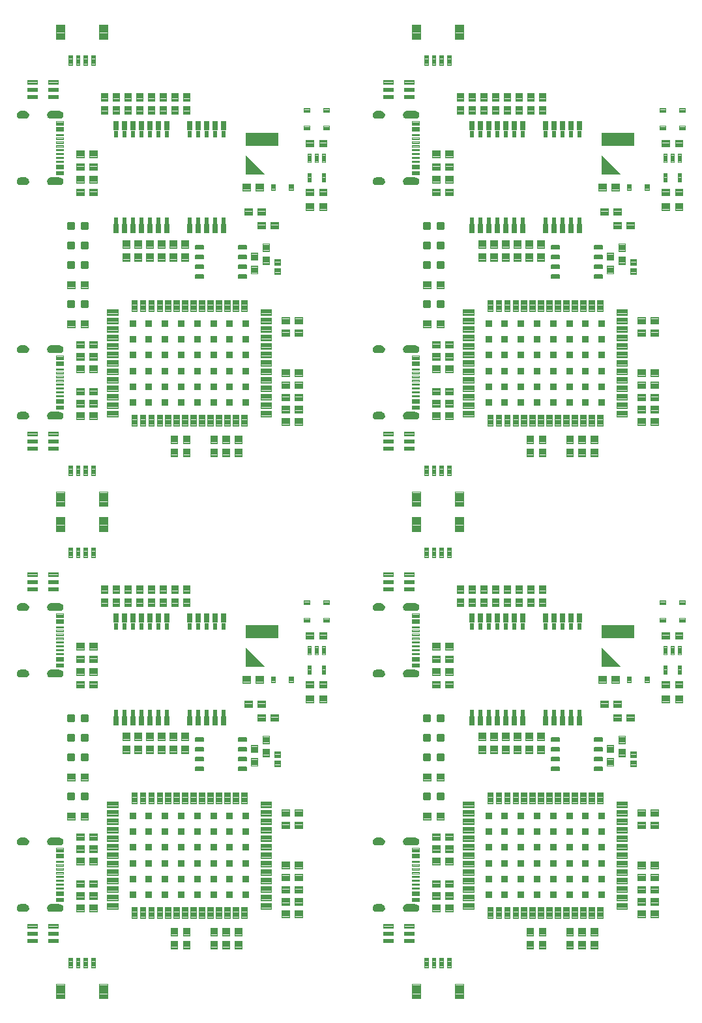
<source format=gtp>
G04 EAGLE Gerber RS-274X export*
G75*
%MOMM*%
%FSLAX34Y34*%
%LPD*%
%INSolderpaste Top*%
%IPPOS*%
%AMOC8*
5,1,8,0,0,1.08239X$1,22.5*%
G01*
%ADD10C,0.096000*%
%ADD11C,0.102000*%
%ADD12C,0.100000*%
%ADD13C,0.300000*%
%ADD14C,0.099000*%
%ADD15R,0.800000X1.200000*%
%ADD16R,0.600000X0.900000*%
%ADD17R,0.900000X0.900000*%
%ADD18C,0.100800*%
%ADD19R,4.200000X1.700000*%
%ADD20C,0.180000*%

G36*
X326172Y435878D02*
X326172Y435878D01*
X326216Y435881D01*
X326238Y435897D01*
X326264Y435905D01*
X326293Y435938D01*
X326328Y435964D01*
X326338Y435990D01*
X326356Y436010D01*
X326363Y436054D01*
X326378Y436094D01*
X326373Y436121D01*
X326377Y436148D01*
X326359Y436189D01*
X326350Y436231D01*
X326324Y436267D01*
X326320Y436276D01*
X326315Y436280D01*
X326306Y436291D01*
X302306Y460291D01*
X302268Y460312D01*
X302235Y460341D01*
X302208Y460345D01*
X302184Y460358D01*
X302140Y460355D01*
X302097Y460362D01*
X302072Y460351D01*
X302044Y460349D01*
X302009Y460323D01*
X301969Y460305D01*
X301954Y460282D01*
X301932Y460266D01*
X301916Y460225D01*
X301892Y460189D01*
X301885Y460145D01*
X301882Y460136D01*
X301883Y460129D01*
X301881Y460115D01*
X301881Y436115D01*
X301886Y436099D01*
X301883Y436082D01*
X301905Y436032D01*
X301920Y435981D01*
X301933Y435970D01*
X301940Y435954D01*
X301985Y435924D01*
X302025Y435889D01*
X302042Y435886D01*
X302057Y435877D01*
X302130Y435866D01*
X326130Y435866D01*
X326172Y435878D01*
G37*
G36*
X788452Y1075958D02*
X788452Y1075958D01*
X788496Y1075961D01*
X788518Y1075977D01*
X788544Y1075985D01*
X788573Y1076018D01*
X788608Y1076044D01*
X788618Y1076070D01*
X788636Y1076090D01*
X788643Y1076134D01*
X788658Y1076174D01*
X788653Y1076201D01*
X788657Y1076228D01*
X788639Y1076269D01*
X788630Y1076311D01*
X788604Y1076347D01*
X788600Y1076356D01*
X788595Y1076360D01*
X788586Y1076371D01*
X764586Y1100371D01*
X764548Y1100392D01*
X764515Y1100421D01*
X764488Y1100425D01*
X764464Y1100438D01*
X764420Y1100435D01*
X764377Y1100442D01*
X764352Y1100431D01*
X764324Y1100429D01*
X764289Y1100403D01*
X764249Y1100385D01*
X764234Y1100362D01*
X764212Y1100346D01*
X764196Y1100305D01*
X764172Y1100269D01*
X764165Y1100225D01*
X764162Y1100216D01*
X764163Y1100209D01*
X764161Y1100195D01*
X764161Y1076195D01*
X764166Y1076179D01*
X764163Y1076162D01*
X764185Y1076112D01*
X764200Y1076061D01*
X764213Y1076050D01*
X764220Y1076034D01*
X764265Y1076004D01*
X764305Y1075969D01*
X764322Y1075966D01*
X764337Y1075957D01*
X764410Y1075946D01*
X788410Y1075946D01*
X788452Y1075958D01*
G37*
G36*
X326172Y1075958D02*
X326172Y1075958D01*
X326216Y1075961D01*
X326238Y1075977D01*
X326264Y1075985D01*
X326293Y1076018D01*
X326328Y1076044D01*
X326338Y1076070D01*
X326356Y1076090D01*
X326363Y1076134D01*
X326378Y1076174D01*
X326373Y1076201D01*
X326377Y1076228D01*
X326359Y1076269D01*
X326350Y1076311D01*
X326324Y1076347D01*
X326320Y1076356D01*
X326315Y1076360D01*
X326306Y1076371D01*
X302306Y1100371D01*
X302268Y1100392D01*
X302235Y1100421D01*
X302208Y1100425D01*
X302184Y1100438D01*
X302140Y1100435D01*
X302097Y1100442D01*
X302072Y1100431D01*
X302044Y1100429D01*
X302009Y1100403D01*
X301969Y1100385D01*
X301954Y1100362D01*
X301932Y1100346D01*
X301916Y1100305D01*
X301892Y1100269D01*
X301885Y1100225D01*
X301882Y1100216D01*
X301883Y1100209D01*
X301881Y1100195D01*
X301881Y1076195D01*
X301886Y1076179D01*
X301883Y1076162D01*
X301905Y1076112D01*
X301920Y1076061D01*
X301933Y1076050D01*
X301940Y1076034D01*
X301985Y1076004D01*
X302025Y1075969D01*
X302042Y1075966D01*
X302057Y1075957D01*
X302130Y1075946D01*
X326130Y1075946D01*
X326172Y1075958D01*
G37*
G36*
X788452Y435878D02*
X788452Y435878D01*
X788496Y435881D01*
X788518Y435897D01*
X788544Y435905D01*
X788573Y435938D01*
X788608Y435964D01*
X788618Y435990D01*
X788636Y436010D01*
X788643Y436054D01*
X788658Y436094D01*
X788653Y436121D01*
X788657Y436148D01*
X788639Y436189D01*
X788630Y436231D01*
X788604Y436267D01*
X788600Y436276D01*
X788595Y436280D01*
X788586Y436291D01*
X764586Y460291D01*
X764548Y460312D01*
X764515Y460341D01*
X764488Y460345D01*
X764464Y460358D01*
X764420Y460355D01*
X764377Y460362D01*
X764352Y460351D01*
X764324Y460349D01*
X764289Y460323D01*
X764249Y460305D01*
X764234Y460282D01*
X764212Y460266D01*
X764196Y460225D01*
X764172Y460189D01*
X764165Y460145D01*
X764162Y460136D01*
X764163Y460129D01*
X764161Y460115D01*
X764161Y436115D01*
X764166Y436099D01*
X764163Y436082D01*
X764185Y436032D01*
X764200Y435981D01*
X764213Y435970D01*
X764220Y435954D01*
X764265Y435924D01*
X764305Y435889D01*
X764322Y435886D01*
X764337Y435877D01*
X764410Y435866D01*
X788410Y435866D01*
X788452Y435878D01*
G37*
G36*
X60305Y116854D02*
X60305Y116854D01*
X60308Y116851D01*
X61403Y117031D01*
X61409Y117037D01*
X61414Y117034D01*
X62442Y117453D01*
X62446Y117460D01*
X62451Y117458D01*
X63360Y118096D01*
X63363Y118103D01*
X63368Y118103D01*
X64112Y118926D01*
X64113Y118934D01*
X64119Y118935D01*
X64661Y119903D01*
X64660Y119912D01*
X64666Y119914D01*
X64979Y120978D01*
X64976Y120986D01*
X64981Y120989D01*
X65049Y122097D01*
X65045Y122104D01*
X65049Y122107D01*
X64879Y123215D01*
X64873Y123221D01*
X64876Y123226D01*
X64464Y124268D01*
X64457Y124272D01*
X64459Y124277D01*
X63825Y125202D01*
X63817Y125204D01*
X63818Y125210D01*
X62995Y125970D01*
X62986Y125971D01*
X62986Y125977D01*
X62014Y126534D01*
X62006Y126533D01*
X62004Y126539D01*
X60932Y126866D01*
X60924Y126863D01*
X60921Y126868D01*
X59804Y126949D01*
X59801Y126948D01*
X59800Y126949D01*
X47800Y126949D01*
X47797Y126947D01*
X47790Y126947D01*
X47789Y126948D01*
X46845Y126729D01*
X46839Y126723D01*
X46834Y126725D01*
X45962Y126302D01*
X45959Y126294D01*
X45953Y126296D01*
X45197Y125689D01*
X45195Y125681D01*
X45189Y125681D01*
X44588Y124921D01*
X44588Y124912D01*
X44582Y124911D01*
X44164Y124036D01*
X44166Y124028D01*
X44161Y124026D01*
X43949Y123080D01*
X43952Y123073D01*
X43947Y123069D01*
X43951Y122100D01*
X43951Y122099D01*
X43970Y121031D01*
X43975Y121024D01*
X43971Y121020D01*
X44227Y119983D01*
X44234Y119978D01*
X44231Y119972D01*
X44712Y119018D01*
X44719Y119015D01*
X44718Y119009D01*
X45399Y118186D01*
X45407Y118184D01*
X45407Y118178D01*
X46254Y117527D01*
X46262Y117527D01*
X46263Y117521D01*
X47234Y117074D01*
X47242Y117076D01*
X47244Y117071D01*
X48290Y116852D01*
X48297Y116855D01*
X48300Y116851D01*
X60300Y116851D01*
X60305Y116854D01*
G37*
G36*
X60305Y421654D02*
X60305Y421654D01*
X60308Y421651D01*
X61403Y421831D01*
X61409Y421837D01*
X61414Y421834D01*
X62442Y422253D01*
X62446Y422260D01*
X62451Y422258D01*
X63360Y422896D01*
X63363Y422903D01*
X63368Y422903D01*
X64112Y423726D01*
X64113Y423734D01*
X64119Y423735D01*
X64661Y424703D01*
X64660Y424712D01*
X64666Y424714D01*
X64979Y425778D01*
X64976Y425786D01*
X64981Y425789D01*
X65049Y426897D01*
X65045Y426904D01*
X65049Y426907D01*
X64879Y428015D01*
X64873Y428021D01*
X64876Y428026D01*
X64464Y429068D01*
X64457Y429072D01*
X64459Y429077D01*
X63825Y430002D01*
X63817Y430004D01*
X63818Y430010D01*
X62995Y430770D01*
X62986Y430771D01*
X62986Y430777D01*
X62014Y431334D01*
X62006Y431333D01*
X62004Y431339D01*
X60932Y431666D01*
X60924Y431663D01*
X60921Y431668D01*
X59804Y431749D01*
X59801Y431748D01*
X59800Y431749D01*
X47800Y431749D01*
X47797Y431747D01*
X47790Y431747D01*
X47789Y431748D01*
X46845Y431529D01*
X46839Y431523D01*
X46834Y431525D01*
X45962Y431102D01*
X45959Y431094D01*
X45953Y431096D01*
X45197Y430489D01*
X45195Y430481D01*
X45189Y430481D01*
X44588Y429721D01*
X44588Y429712D01*
X44582Y429711D01*
X44164Y428836D01*
X44166Y428828D01*
X44161Y428826D01*
X43949Y427880D01*
X43952Y427873D01*
X43947Y427869D01*
X43951Y426900D01*
X43951Y426899D01*
X43970Y425831D01*
X43975Y425824D01*
X43971Y425820D01*
X44227Y424783D01*
X44234Y424778D01*
X44231Y424772D01*
X44712Y423818D01*
X44719Y423815D01*
X44718Y423809D01*
X45399Y422986D01*
X45407Y422984D01*
X45407Y422978D01*
X46254Y422327D01*
X46262Y422327D01*
X46263Y422321D01*
X47234Y421874D01*
X47242Y421876D01*
X47244Y421871D01*
X48290Y421652D01*
X48297Y421655D01*
X48300Y421651D01*
X60300Y421651D01*
X60305Y421654D01*
G37*
G36*
X522585Y421654D02*
X522585Y421654D01*
X522588Y421651D01*
X523683Y421831D01*
X523689Y421837D01*
X523694Y421834D01*
X524722Y422253D01*
X524726Y422260D01*
X524731Y422258D01*
X525640Y422896D01*
X525643Y422903D01*
X525648Y422903D01*
X526392Y423726D01*
X526393Y423734D01*
X526399Y423735D01*
X526941Y424703D01*
X526940Y424712D01*
X526946Y424714D01*
X527259Y425778D01*
X527256Y425786D01*
X527261Y425789D01*
X527329Y426897D01*
X527325Y426904D01*
X527329Y426907D01*
X527159Y428015D01*
X527153Y428021D01*
X527156Y428026D01*
X526744Y429068D01*
X526737Y429072D01*
X526739Y429077D01*
X526105Y430002D01*
X526097Y430004D01*
X526098Y430010D01*
X525275Y430770D01*
X525266Y430771D01*
X525266Y430777D01*
X524294Y431334D01*
X524286Y431333D01*
X524284Y431339D01*
X523212Y431666D01*
X523204Y431663D01*
X523201Y431668D01*
X522084Y431749D01*
X522081Y431748D01*
X522080Y431749D01*
X510080Y431749D01*
X510077Y431747D01*
X510070Y431747D01*
X510069Y431748D01*
X509125Y431529D01*
X509119Y431523D01*
X509114Y431525D01*
X508242Y431102D01*
X508239Y431094D01*
X508233Y431096D01*
X507477Y430489D01*
X507475Y430481D01*
X507469Y430481D01*
X506868Y429721D01*
X506868Y429712D01*
X506862Y429711D01*
X506444Y428836D01*
X506446Y428828D01*
X506441Y428826D01*
X506229Y427880D01*
X506232Y427873D01*
X506227Y427869D01*
X506231Y426900D01*
X506231Y426899D01*
X506250Y425831D01*
X506255Y425824D01*
X506251Y425820D01*
X506507Y424783D01*
X506514Y424778D01*
X506511Y424772D01*
X506992Y423818D01*
X506999Y423815D01*
X506998Y423809D01*
X507679Y422986D01*
X507687Y422984D01*
X507687Y422978D01*
X508534Y422327D01*
X508542Y422327D01*
X508543Y422321D01*
X509514Y421874D01*
X509522Y421876D01*
X509524Y421871D01*
X510570Y421652D01*
X510577Y421655D01*
X510580Y421651D01*
X522580Y421651D01*
X522585Y421654D01*
G37*
G36*
X522585Y756934D02*
X522585Y756934D01*
X522588Y756931D01*
X523683Y757111D01*
X523689Y757117D01*
X523694Y757114D01*
X524722Y757533D01*
X524726Y757540D01*
X524731Y757538D01*
X525640Y758176D01*
X525643Y758183D01*
X525648Y758183D01*
X526392Y759006D01*
X526393Y759014D01*
X526399Y759015D01*
X526941Y759983D01*
X526940Y759992D01*
X526946Y759994D01*
X527259Y761058D01*
X527256Y761066D01*
X527261Y761069D01*
X527329Y762177D01*
X527325Y762184D01*
X527329Y762187D01*
X527159Y763295D01*
X527153Y763301D01*
X527156Y763306D01*
X526744Y764348D01*
X526737Y764352D01*
X526739Y764357D01*
X526105Y765282D01*
X526097Y765284D01*
X526098Y765290D01*
X525275Y766050D01*
X525266Y766051D01*
X525266Y766057D01*
X524294Y766614D01*
X524286Y766613D01*
X524284Y766619D01*
X523212Y766946D01*
X523204Y766943D01*
X523201Y766948D01*
X522084Y767029D01*
X522081Y767028D01*
X522080Y767029D01*
X510080Y767029D01*
X510077Y767027D01*
X510070Y767027D01*
X510069Y767028D01*
X509125Y766809D01*
X509119Y766803D01*
X509114Y766805D01*
X508242Y766382D01*
X508239Y766374D01*
X508233Y766376D01*
X507477Y765769D01*
X507475Y765761D01*
X507469Y765761D01*
X506868Y765001D01*
X506868Y764992D01*
X506862Y764991D01*
X506444Y764116D01*
X506446Y764108D01*
X506441Y764106D01*
X506229Y763160D01*
X506232Y763153D01*
X506227Y763149D01*
X506231Y762180D01*
X506231Y762179D01*
X506250Y761111D01*
X506255Y761104D01*
X506251Y761100D01*
X506507Y760063D01*
X506514Y760058D01*
X506511Y760052D01*
X506992Y759098D01*
X506999Y759095D01*
X506998Y759089D01*
X507679Y758266D01*
X507687Y758264D01*
X507687Y758258D01*
X508534Y757607D01*
X508542Y757607D01*
X508543Y757601D01*
X509514Y757154D01*
X509522Y757156D01*
X509524Y757151D01*
X510570Y756932D01*
X510577Y756935D01*
X510580Y756931D01*
X522580Y756931D01*
X522585Y756934D01*
G37*
G36*
X522585Y1061734D02*
X522585Y1061734D01*
X522588Y1061731D01*
X523683Y1061911D01*
X523689Y1061917D01*
X523694Y1061914D01*
X524722Y1062333D01*
X524726Y1062340D01*
X524731Y1062338D01*
X525640Y1062976D01*
X525643Y1062983D01*
X525648Y1062983D01*
X526392Y1063806D01*
X526393Y1063814D01*
X526399Y1063815D01*
X526941Y1064783D01*
X526940Y1064792D01*
X526946Y1064794D01*
X527259Y1065858D01*
X527256Y1065866D01*
X527261Y1065869D01*
X527329Y1066977D01*
X527325Y1066984D01*
X527329Y1066987D01*
X527159Y1068095D01*
X527153Y1068101D01*
X527156Y1068106D01*
X526744Y1069148D01*
X526737Y1069152D01*
X526739Y1069157D01*
X526105Y1070082D01*
X526097Y1070084D01*
X526098Y1070090D01*
X525275Y1070850D01*
X525266Y1070851D01*
X525266Y1070857D01*
X524294Y1071414D01*
X524286Y1071413D01*
X524284Y1071419D01*
X523212Y1071746D01*
X523204Y1071743D01*
X523201Y1071748D01*
X522084Y1071829D01*
X522081Y1071828D01*
X522080Y1071829D01*
X510080Y1071829D01*
X510077Y1071827D01*
X510070Y1071827D01*
X510069Y1071828D01*
X509125Y1071609D01*
X509119Y1071603D01*
X509114Y1071605D01*
X508242Y1071182D01*
X508239Y1071174D01*
X508233Y1071176D01*
X507477Y1070569D01*
X507475Y1070561D01*
X507469Y1070561D01*
X506868Y1069801D01*
X506868Y1069792D01*
X506862Y1069791D01*
X506444Y1068916D01*
X506446Y1068908D01*
X506441Y1068906D01*
X506229Y1067960D01*
X506232Y1067953D01*
X506227Y1067949D01*
X506231Y1066980D01*
X506231Y1066979D01*
X506250Y1065911D01*
X506255Y1065904D01*
X506251Y1065900D01*
X506507Y1064863D01*
X506514Y1064858D01*
X506511Y1064852D01*
X506992Y1063898D01*
X506999Y1063895D01*
X506998Y1063889D01*
X507679Y1063066D01*
X507687Y1063064D01*
X507687Y1063058D01*
X508534Y1062407D01*
X508542Y1062407D01*
X508543Y1062401D01*
X509514Y1061954D01*
X509522Y1061956D01*
X509524Y1061951D01*
X510570Y1061732D01*
X510577Y1061735D01*
X510580Y1061731D01*
X522580Y1061731D01*
X522585Y1061734D01*
G37*
G36*
X522585Y116854D02*
X522585Y116854D01*
X522588Y116851D01*
X523683Y117031D01*
X523689Y117037D01*
X523694Y117034D01*
X524722Y117453D01*
X524726Y117460D01*
X524731Y117458D01*
X525640Y118096D01*
X525643Y118103D01*
X525648Y118103D01*
X526392Y118926D01*
X526393Y118934D01*
X526399Y118935D01*
X526941Y119903D01*
X526940Y119912D01*
X526946Y119914D01*
X527259Y120978D01*
X527256Y120986D01*
X527261Y120989D01*
X527329Y122097D01*
X527325Y122104D01*
X527329Y122107D01*
X527159Y123215D01*
X527153Y123221D01*
X527156Y123226D01*
X526744Y124268D01*
X526737Y124272D01*
X526739Y124277D01*
X526105Y125202D01*
X526097Y125204D01*
X526098Y125210D01*
X525275Y125970D01*
X525266Y125971D01*
X525266Y125977D01*
X524294Y126534D01*
X524286Y126533D01*
X524284Y126539D01*
X523212Y126866D01*
X523204Y126863D01*
X523201Y126868D01*
X522084Y126949D01*
X522081Y126948D01*
X522080Y126949D01*
X510080Y126949D01*
X510077Y126947D01*
X510070Y126947D01*
X510069Y126948D01*
X509125Y126729D01*
X509119Y126723D01*
X509114Y126725D01*
X508242Y126302D01*
X508239Y126294D01*
X508233Y126296D01*
X507477Y125689D01*
X507475Y125681D01*
X507469Y125681D01*
X506868Y124921D01*
X506868Y124912D01*
X506862Y124911D01*
X506444Y124036D01*
X506446Y124028D01*
X506441Y124026D01*
X506229Y123080D01*
X506232Y123073D01*
X506227Y123069D01*
X506231Y122100D01*
X506231Y122099D01*
X506250Y121031D01*
X506255Y121024D01*
X506251Y121020D01*
X506507Y119983D01*
X506514Y119978D01*
X506511Y119972D01*
X506992Y119018D01*
X506999Y119015D01*
X506998Y119009D01*
X507679Y118186D01*
X507687Y118184D01*
X507687Y118178D01*
X508534Y117527D01*
X508542Y117527D01*
X508543Y117521D01*
X509514Y117074D01*
X509522Y117076D01*
X509524Y117071D01*
X510570Y116852D01*
X510577Y116855D01*
X510580Y116851D01*
X522580Y116851D01*
X522585Y116854D01*
G37*
G36*
X60305Y1061734D02*
X60305Y1061734D01*
X60308Y1061731D01*
X61403Y1061911D01*
X61409Y1061917D01*
X61414Y1061914D01*
X62442Y1062333D01*
X62446Y1062340D01*
X62451Y1062338D01*
X63360Y1062976D01*
X63363Y1062983D01*
X63368Y1062983D01*
X64112Y1063806D01*
X64113Y1063814D01*
X64119Y1063815D01*
X64661Y1064783D01*
X64660Y1064792D01*
X64666Y1064794D01*
X64979Y1065858D01*
X64976Y1065866D01*
X64981Y1065869D01*
X65049Y1066977D01*
X65045Y1066984D01*
X65049Y1066987D01*
X64879Y1068095D01*
X64873Y1068101D01*
X64876Y1068106D01*
X64464Y1069148D01*
X64457Y1069152D01*
X64459Y1069157D01*
X63825Y1070082D01*
X63817Y1070084D01*
X63818Y1070090D01*
X62995Y1070850D01*
X62986Y1070851D01*
X62986Y1070857D01*
X62014Y1071414D01*
X62006Y1071413D01*
X62004Y1071419D01*
X60932Y1071746D01*
X60924Y1071743D01*
X60921Y1071748D01*
X59804Y1071829D01*
X59801Y1071828D01*
X59800Y1071829D01*
X47800Y1071829D01*
X47797Y1071827D01*
X47790Y1071827D01*
X47789Y1071828D01*
X46845Y1071609D01*
X46839Y1071603D01*
X46834Y1071605D01*
X45962Y1071182D01*
X45959Y1071174D01*
X45953Y1071176D01*
X45197Y1070569D01*
X45195Y1070561D01*
X45189Y1070561D01*
X44588Y1069801D01*
X44588Y1069792D01*
X44582Y1069791D01*
X44164Y1068916D01*
X44166Y1068908D01*
X44161Y1068906D01*
X43949Y1067960D01*
X43952Y1067953D01*
X43947Y1067949D01*
X43951Y1066980D01*
X43951Y1066979D01*
X43970Y1065911D01*
X43975Y1065904D01*
X43971Y1065900D01*
X44227Y1064863D01*
X44234Y1064858D01*
X44231Y1064852D01*
X44712Y1063898D01*
X44719Y1063895D01*
X44718Y1063889D01*
X45399Y1063066D01*
X45407Y1063064D01*
X45407Y1063058D01*
X46254Y1062407D01*
X46262Y1062407D01*
X46263Y1062401D01*
X47234Y1061954D01*
X47242Y1061956D01*
X47244Y1061951D01*
X48290Y1061732D01*
X48297Y1061735D01*
X48300Y1061731D01*
X60300Y1061731D01*
X60305Y1061734D01*
G37*
G36*
X60305Y756934D02*
X60305Y756934D01*
X60308Y756931D01*
X61403Y757111D01*
X61409Y757117D01*
X61414Y757114D01*
X62442Y757533D01*
X62446Y757540D01*
X62451Y757538D01*
X63360Y758176D01*
X63363Y758183D01*
X63368Y758183D01*
X64112Y759006D01*
X64113Y759014D01*
X64119Y759015D01*
X64661Y759983D01*
X64660Y759992D01*
X64666Y759994D01*
X64979Y761058D01*
X64976Y761066D01*
X64981Y761069D01*
X65049Y762177D01*
X65045Y762184D01*
X65049Y762187D01*
X64879Y763295D01*
X64873Y763301D01*
X64876Y763306D01*
X64464Y764348D01*
X64457Y764352D01*
X64459Y764357D01*
X63825Y765282D01*
X63817Y765284D01*
X63818Y765290D01*
X62995Y766050D01*
X62986Y766051D01*
X62986Y766057D01*
X62014Y766614D01*
X62006Y766613D01*
X62004Y766619D01*
X60932Y766946D01*
X60924Y766943D01*
X60921Y766948D01*
X59804Y767029D01*
X59801Y767028D01*
X59800Y767029D01*
X47800Y767029D01*
X47797Y767027D01*
X47790Y767027D01*
X47789Y767028D01*
X46845Y766809D01*
X46839Y766803D01*
X46834Y766805D01*
X45962Y766382D01*
X45959Y766374D01*
X45953Y766376D01*
X45197Y765769D01*
X45195Y765761D01*
X45189Y765761D01*
X44588Y765001D01*
X44588Y764992D01*
X44582Y764991D01*
X44164Y764116D01*
X44166Y764108D01*
X44161Y764106D01*
X43949Y763160D01*
X43952Y763153D01*
X43947Y763149D01*
X43951Y762180D01*
X43951Y762179D01*
X43970Y761111D01*
X43975Y761104D01*
X43971Y761100D01*
X44227Y760063D01*
X44234Y760058D01*
X44231Y760052D01*
X44712Y759098D01*
X44719Y759095D01*
X44718Y759089D01*
X45399Y758266D01*
X45407Y758264D01*
X45407Y758258D01*
X46254Y757607D01*
X46262Y757607D01*
X46263Y757601D01*
X47234Y757154D01*
X47242Y757156D01*
X47244Y757151D01*
X48290Y756932D01*
X48297Y756935D01*
X48300Y756931D01*
X60300Y756931D01*
X60305Y756934D01*
G37*
G36*
X60305Y508055D02*
X60305Y508055D01*
X60308Y508051D01*
X61414Y508244D01*
X61419Y508249D01*
X61419Y508250D01*
X61424Y508247D01*
X62459Y508680D01*
X62463Y508687D01*
X62468Y508685D01*
X63381Y509338D01*
X63383Y509346D01*
X63389Y509345D01*
X64133Y510184D01*
X64134Y510193D01*
X64139Y510193D01*
X64678Y511177D01*
X64677Y511185D01*
X64678Y511186D01*
X64682Y511187D01*
X64683Y511189D01*
X64865Y511830D01*
X64989Y512266D01*
X64987Y512271D01*
X64989Y512273D01*
X64987Y512275D01*
X64991Y512277D01*
X65049Y513397D01*
X65046Y513402D01*
X65049Y513406D01*
X64931Y514451D01*
X64925Y514457D01*
X64929Y514462D01*
X64581Y515456D01*
X64574Y515460D01*
X64576Y515465D01*
X64016Y516357D01*
X64009Y516360D01*
X64009Y516365D01*
X63265Y517109D01*
X63257Y517111D01*
X63257Y517116D01*
X62365Y517676D01*
X62357Y517676D01*
X62356Y517681D01*
X61362Y518029D01*
X61354Y518026D01*
X61351Y518031D01*
X60306Y518149D01*
X60302Y518147D01*
X60300Y518149D01*
X48300Y518149D01*
X48297Y518147D01*
X48294Y518147D01*
X48292Y518149D01*
X47296Y517991D01*
X47290Y517985D01*
X47285Y517988D01*
X46349Y517613D01*
X46345Y517606D01*
X46339Y517608D01*
X45510Y517034D01*
X45507Y517026D01*
X45502Y517027D01*
X44821Y516283D01*
X44820Y516274D01*
X44814Y516274D01*
X44316Y515397D01*
X44317Y515389D01*
X44312Y515386D01*
X44124Y514762D01*
X44021Y514421D01*
X44022Y514418D01*
X44021Y514417D01*
X44024Y514413D01*
X44019Y514410D01*
X43951Y513403D01*
X43952Y513401D01*
X43951Y513400D01*
X43960Y512319D01*
X43965Y512312D01*
X43961Y512308D01*
X44211Y511256D01*
X44217Y511251D01*
X44214Y511246D01*
X44691Y510276D01*
X44699Y510273D01*
X44697Y510267D01*
X45378Y509428D01*
X45386Y509426D01*
X45386Y509420D01*
X46237Y508754D01*
X46245Y508753D01*
X46246Y508748D01*
X47223Y508287D01*
X47231Y508289D01*
X47234Y508284D01*
X48289Y508052D01*
X48297Y508055D01*
X48300Y508051D01*
X60300Y508051D01*
X60305Y508055D01*
G37*
G36*
X522585Y203255D02*
X522585Y203255D01*
X522588Y203251D01*
X523694Y203444D01*
X523699Y203449D01*
X523699Y203450D01*
X523704Y203447D01*
X524739Y203880D01*
X524743Y203887D01*
X524748Y203885D01*
X525661Y204538D01*
X525663Y204546D01*
X525669Y204545D01*
X526413Y205384D01*
X526414Y205393D01*
X526419Y205393D01*
X526958Y206377D01*
X526957Y206385D01*
X526958Y206386D01*
X526962Y206387D01*
X526963Y206389D01*
X527145Y207030D01*
X527269Y207466D01*
X527267Y207471D01*
X527269Y207473D01*
X527267Y207475D01*
X527271Y207477D01*
X527329Y208597D01*
X527326Y208602D01*
X527329Y208606D01*
X527211Y209651D01*
X527205Y209657D01*
X527209Y209662D01*
X526861Y210656D01*
X526854Y210660D01*
X526856Y210665D01*
X526296Y211557D01*
X526289Y211560D01*
X526289Y211565D01*
X525545Y212309D01*
X525537Y212311D01*
X525537Y212316D01*
X524645Y212876D01*
X524637Y212876D01*
X524636Y212881D01*
X523642Y213229D01*
X523634Y213226D01*
X523631Y213231D01*
X522586Y213349D01*
X522582Y213347D01*
X522580Y213349D01*
X510580Y213349D01*
X510577Y213347D01*
X510574Y213347D01*
X510572Y213349D01*
X509576Y213191D01*
X509570Y213185D01*
X509565Y213188D01*
X508629Y212813D01*
X508625Y212806D01*
X508619Y212808D01*
X507790Y212234D01*
X507787Y212226D01*
X507782Y212227D01*
X507101Y211483D01*
X507100Y211474D01*
X507094Y211474D01*
X506596Y210597D01*
X506597Y210589D01*
X506592Y210586D01*
X506404Y209962D01*
X506301Y209621D01*
X506302Y209618D01*
X506301Y209617D01*
X506304Y209613D01*
X506299Y209610D01*
X506231Y208603D01*
X506232Y208601D01*
X506231Y208600D01*
X506240Y207519D01*
X506245Y207512D01*
X506241Y207508D01*
X506491Y206456D01*
X506497Y206451D01*
X506494Y206446D01*
X506971Y205476D01*
X506979Y205473D01*
X506977Y205467D01*
X507658Y204628D01*
X507666Y204626D01*
X507666Y204620D01*
X508517Y203954D01*
X508525Y203953D01*
X508526Y203948D01*
X509503Y203487D01*
X509511Y203489D01*
X509514Y203484D01*
X510569Y203252D01*
X510577Y203255D01*
X510580Y203251D01*
X522580Y203251D01*
X522585Y203255D01*
G37*
G36*
X522585Y1148135D02*
X522585Y1148135D01*
X522588Y1148131D01*
X523694Y1148324D01*
X523699Y1148329D01*
X523699Y1148330D01*
X523704Y1148327D01*
X524739Y1148760D01*
X524743Y1148767D01*
X524748Y1148765D01*
X525661Y1149418D01*
X525663Y1149426D01*
X525669Y1149425D01*
X526413Y1150264D01*
X526414Y1150273D01*
X526419Y1150273D01*
X526958Y1151257D01*
X526957Y1151265D01*
X526958Y1151266D01*
X526962Y1151267D01*
X526963Y1151269D01*
X527145Y1151910D01*
X527269Y1152346D01*
X527267Y1152351D01*
X527269Y1152353D01*
X527267Y1152355D01*
X527271Y1152357D01*
X527329Y1153477D01*
X527326Y1153482D01*
X527329Y1153486D01*
X527211Y1154531D01*
X527205Y1154537D01*
X527209Y1154542D01*
X526861Y1155536D01*
X526854Y1155540D01*
X526856Y1155545D01*
X526296Y1156437D01*
X526289Y1156440D01*
X526289Y1156445D01*
X525545Y1157189D01*
X525537Y1157191D01*
X525537Y1157196D01*
X524645Y1157756D01*
X524637Y1157756D01*
X524636Y1157761D01*
X523642Y1158109D01*
X523634Y1158106D01*
X523631Y1158111D01*
X522586Y1158229D01*
X522582Y1158227D01*
X522580Y1158229D01*
X510580Y1158229D01*
X510577Y1158227D01*
X510574Y1158227D01*
X510572Y1158229D01*
X509576Y1158071D01*
X509570Y1158065D01*
X509565Y1158068D01*
X508629Y1157693D01*
X508625Y1157686D01*
X508619Y1157688D01*
X507790Y1157114D01*
X507787Y1157106D01*
X507782Y1157107D01*
X507101Y1156363D01*
X507100Y1156354D01*
X507094Y1156354D01*
X506596Y1155477D01*
X506597Y1155469D01*
X506592Y1155466D01*
X506404Y1154842D01*
X506301Y1154501D01*
X506302Y1154498D01*
X506301Y1154497D01*
X506304Y1154493D01*
X506299Y1154490D01*
X506231Y1153483D01*
X506232Y1153481D01*
X506231Y1153480D01*
X506240Y1152399D01*
X506245Y1152392D01*
X506241Y1152388D01*
X506491Y1151336D01*
X506497Y1151331D01*
X506494Y1151326D01*
X506971Y1150356D01*
X506979Y1150353D01*
X506977Y1150347D01*
X507658Y1149508D01*
X507666Y1149506D01*
X507666Y1149500D01*
X508517Y1148834D01*
X508525Y1148833D01*
X508526Y1148828D01*
X509503Y1148367D01*
X509511Y1148369D01*
X509514Y1148364D01*
X510569Y1148132D01*
X510577Y1148135D01*
X510580Y1148131D01*
X522580Y1148131D01*
X522585Y1148135D01*
G37*
G36*
X60305Y203255D02*
X60305Y203255D01*
X60308Y203251D01*
X61414Y203444D01*
X61419Y203449D01*
X61419Y203450D01*
X61424Y203447D01*
X62459Y203880D01*
X62463Y203887D01*
X62468Y203885D01*
X63381Y204538D01*
X63383Y204546D01*
X63389Y204545D01*
X64133Y205384D01*
X64134Y205393D01*
X64139Y205393D01*
X64678Y206377D01*
X64677Y206385D01*
X64678Y206386D01*
X64682Y206387D01*
X64683Y206389D01*
X64865Y207030D01*
X64989Y207466D01*
X64987Y207471D01*
X64989Y207473D01*
X64987Y207475D01*
X64991Y207477D01*
X65049Y208597D01*
X65046Y208602D01*
X65049Y208606D01*
X64931Y209651D01*
X64925Y209657D01*
X64929Y209662D01*
X64581Y210656D01*
X64574Y210660D01*
X64576Y210665D01*
X64016Y211557D01*
X64009Y211560D01*
X64009Y211565D01*
X63265Y212309D01*
X63257Y212311D01*
X63257Y212316D01*
X62365Y212876D01*
X62357Y212876D01*
X62356Y212881D01*
X61362Y213229D01*
X61354Y213226D01*
X61351Y213231D01*
X60306Y213349D01*
X60302Y213347D01*
X60300Y213349D01*
X48300Y213349D01*
X48297Y213347D01*
X48294Y213347D01*
X48292Y213349D01*
X47296Y213191D01*
X47290Y213185D01*
X47285Y213188D01*
X46349Y212813D01*
X46345Y212806D01*
X46339Y212808D01*
X45510Y212234D01*
X45507Y212226D01*
X45502Y212227D01*
X44821Y211483D01*
X44820Y211474D01*
X44814Y211474D01*
X44316Y210597D01*
X44317Y210589D01*
X44312Y210586D01*
X44124Y209962D01*
X44021Y209621D01*
X44022Y209618D01*
X44021Y209617D01*
X44024Y209613D01*
X44019Y209610D01*
X43951Y208603D01*
X43952Y208601D01*
X43951Y208600D01*
X43960Y207519D01*
X43965Y207512D01*
X43961Y207508D01*
X44211Y206456D01*
X44217Y206451D01*
X44214Y206446D01*
X44691Y205476D01*
X44699Y205473D01*
X44697Y205467D01*
X45378Y204628D01*
X45386Y204626D01*
X45386Y204620D01*
X46237Y203954D01*
X46245Y203953D01*
X46246Y203948D01*
X47223Y203487D01*
X47231Y203489D01*
X47234Y203484D01*
X48289Y203252D01*
X48297Y203255D01*
X48300Y203251D01*
X60300Y203251D01*
X60305Y203255D01*
G37*
G36*
X522585Y843335D02*
X522585Y843335D01*
X522588Y843331D01*
X523694Y843524D01*
X523699Y843529D01*
X523699Y843530D01*
X523704Y843527D01*
X524739Y843960D01*
X524743Y843967D01*
X524748Y843965D01*
X525661Y844618D01*
X525663Y844626D01*
X525669Y844625D01*
X526413Y845464D01*
X526414Y845473D01*
X526419Y845473D01*
X526958Y846457D01*
X526957Y846465D01*
X526958Y846466D01*
X526962Y846467D01*
X526963Y846469D01*
X527145Y847110D01*
X527269Y847546D01*
X527267Y847551D01*
X527269Y847553D01*
X527267Y847555D01*
X527271Y847557D01*
X527329Y848677D01*
X527326Y848682D01*
X527329Y848686D01*
X527211Y849731D01*
X527205Y849737D01*
X527209Y849742D01*
X526861Y850736D01*
X526854Y850740D01*
X526856Y850745D01*
X526296Y851637D01*
X526289Y851640D01*
X526289Y851645D01*
X525545Y852389D01*
X525537Y852391D01*
X525537Y852396D01*
X524645Y852956D01*
X524637Y852956D01*
X524636Y852961D01*
X523642Y853309D01*
X523634Y853306D01*
X523631Y853311D01*
X522586Y853429D01*
X522582Y853427D01*
X522580Y853429D01*
X510580Y853429D01*
X510577Y853427D01*
X510574Y853427D01*
X510572Y853429D01*
X509576Y853271D01*
X509570Y853265D01*
X509565Y853268D01*
X508629Y852893D01*
X508625Y852886D01*
X508619Y852888D01*
X507790Y852314D01*
X507787Y852306D01*
X507782Y852307D01*
X507101Y851563D01*
X507100Y851554D01*
X507094Y851554D01*
X506596Y850677D01*
X506597Y850669D01*
X506592Y850666D01*
X506404Y850042D01*
X506301Y849701D01*
X506302Y849698D01*
X506301Y849697D01*
X506304Y849693D01*
X506299Y849690D01*
X506231Y848683D01*
X506232Y848681D01*
X506231Y848680D01*
X506240Y847599D01*
X506245Y847592D01*
X506241Y847588D01*
X506491Y846536D01*
X506497Y846531D01*
X506494Y846526D01*
X506971Y845556D01*
X506979Y845553D01*
X506977Y845547D01*
X507658Y844708D01*
X507666Y844706D01*
X507666Y844700D01*
X508517Y844034D01*
X508525Y844033D01*
X508526Y844028D01*
X509503Y843567D01*
X509511Y843569D01*
X509514Y843564D01*
X510569Y843332D01*
X510577Y843335D01*
X510580Y843331D01*
X522580Y843331D01*
X522585Y843335D01*
G37*
G36*
X60305Y843335D02*
X60305Y843335D01*
X60308Y843331D01*
X61414Y843524D01*
X61419Y843529D01*
X61419Y843530D01*
X61424Y843527D01*
X62459Y843960D01*
X62463Y843967D01*
X62468Y843965D01*
X63381Y844618D01*
X63383Y844626D01*
X63389Y844625D01*
X64133Y845464D01*
X64134Y845473D01*
X64139Y845473D01*
X64678Y846457D01*
X64677Y846465D01*
X64678Y846466D01*
X64682Y846467D01*
X64683Y846469D01*
X64865Y847110D01*
X64989Y847546D01*
X64987Y847551D01*
X64989Y847553D01*
X64987Y847555D01*
X64991Y847557D01*
X65049Y848677D01*
X65046Y848682D01*
X65049Y848686D01*
X64931Y849731D01*
X64925Y849737D01*
X64929Y849742D01*
X64581Y850736D01*
X64574Y850740D01*
X64576Y850745D01*
X64016Y851637D01*
X64009Y851640D01*
X64009Y851645D01*
X63265Y852389D01*
X63257Y852391D01*
X63257Y852396D01*
X62365Y852956D01*
X62357Y852956D01*
X62356Y852961D01*
X61362Y853309D01*
X61354Y853306D01*
X61351Y853311D01*
X60306Y853429D01*
X60302Y853427D01*
X60300Y853429D01*
X48300Y853429D01*
X48297Y853427D01*
X48294Y853427D01*
X48292Y853429D01*
X47296Y853271D01*
X47290Y853265D01*
X47285Y853268D01*
X46349Y852893D01*
X46345Y852886D01*
X46339Y852888D01*
X45510Y852314D01*
X45507Y852306D01*
X45502Y852307D01*
X44821Y851563D01*
X44820Y851554D01*
X44814Y851554D01*
X44316Y850677D01*
X44317Y850669D01*
X44312Y850666D01*
X44124Y850042D01*
X44021Y849701D01*
X44022Y849698D01*
X44021Y849697D01*
X44024Y849693D01*
X44019Y849690D01*
X43951Y848683D01*
X43952Y848681D01*
X43951Y848680D01*
X43960Y847599D01*
X43965Y847592D01*
X43961Y847588D01*
X44211Y846536D01*
X44217Y846531D01*
X44214Y846526D01*
X44691Y845556D01*
X44699Y845553D01*
X44697Y845547D01*
X45378Y844708D01*
X45386Y844706D01*
X45386Y844700D01*
X46237Y844034D01*
X46245Y844033D01*
X46246Y844028D01*
X47223Y843567D01*
X47231Y843569D01*
X47234Y843564D01*
X48289Y843332D01*
X48297Y843335D01*
X48300Y843331D01*
X60300Y843331D01*
X60305Y843335D01*
G37*
G36*
X60305Y1148135D02*
X60305Y1148135D01*
X60308Y1148131D01*
X61414Y1148324D01*
X61419Y1148329D01*
X61419Y1148330D01*
X61424Y1148327D01*
X62459Y1148760D01*
X62463Y1148767D01*
X62468Y1148765D01*
X63381Y1149418D01*
X63383Y1149426D01*
X63389Y1149425D01*
X64133Y1150264D01*
X64134Y1150273D01*
X64139Y1150273D01*
X64678Y1151257D01*
X64677Y1151265D01*
X64678Y1151266D01*
X64682Y1151267D01*
X64683Y1151269D01*
X64865Y1151910D01*
X64989Y1152346D01*
X64987Y1152351D01*
X64989Y1152353D01*
X64987Y1152355D01*
X64991Y1152357D01*
X65049Y1153477D01*
X65046Y1153482D01*
X65049Y1153486D01*
X64931Y1154531D01*
X64925Y1154537D01*
X64929Y1154542D01*
X64581Y1155536D01*
X64574Y1155540D01*
X64576Y1155545D01*
X64016Y1156437D01*
X64009Y1156440D01*
X64009Y1156445D01*
X63265Y1157189D01*
X63257Y1157191D01*
X63257Y1157196D01*
X62365Y1157756D01*
X62357Y1157756D01*
X62356Y1157761D01*
X61362Y1158109D01*
X61354Y1158106D01*
X61351Y1158111D01*
X60306Y1158229D01*
X60302Y1158227D01*
X60300Y1158229D01*
X48300Y1158229D01*
X48297Y1158227D01*
X48294Y1158227D01*
X48292Y1158229D01*
X47296Y1158071D01*
X47290Y1158065D01*
X47285Y1158068D01*
X46349Y1157693D01*
X46345Y1157686D01*
X46339Y1157688D01*
X45510Y1157114D01*
X45507Y1157106D01*
X45502Y1157107D01*
X44821Y1156363D01*
X44820Y1156354D01*
X44814Y1156354D01*
X44316Y1155477D01*
X44317Y1155469D01*
X44312Y1155466D01*
X44124Y1154842D01*
X44021Y1154501D01*
X44022Y1154498D01*
X44021Y1154497D01*
X44024Y1154493D01*
X44019Y1154490D01*
X43951Y1153483D01*
X43952Y1153481D01*
X43951Y1153480D01*
X43960Y1152399D01*
X43965Y1152392D01*
X43961Y1152388D01*
X44211Y1151336D01*
X44217Y1151331D01*
X44214Y1151326D01*
X44691Y1150356D01*
X44699Y1150353D01*
X44697Y1150347D01*
X45378Y1149508D01*
X45386Y1149506D01*
X45386Y1149500D01*
X46237Y1148834D01*
X46245Y1148833D01*
X46246Y1148828D01*
X47223Y1148367D01*
X47231Y1148369D01*
X47234Y1148364D01*
X48289Y1148132D01*
X48297Y1148135D01*
X48300Y1148131D01*
X60300Y1148131D01*
X60305Y1148135D01*
G37*
G36*
X522585Y508055D02*
X522585Y508055D01*
X522588Y508051D01*
X523694Y508244D01*
X523699Y508249D01*
X523699Y508250D01*
X523704Y508247D01*
X524739Y508680D01*
X524743Y508687D01*
X524748Y508685D01*
X525661Y509338D01*
X525663Y509346D01*
X525669Y509345D01*
X526413Y510184D01*
X526414Y510193D01*
X526419Y510193D01*
X526958Y511177D01*
X526957Y511185D01*
X526958Y511186D01*
X526962Y511187D01*
X526963Y511189D01*
X527145Y511830D01*
X527269Y512266D01*
X527267Y512271D01*
X527269Y512273D01*
X527267Y512275D01*
X527271Y512277D01*
X527329Y513397D01*
X527326Y513402D01*
X527329Y513406D01*
X527211Y514451D01*
X527205Y514457D01*
X527209Y514462D01*
X526861Y515456D01*
X526854Y515460D01*
X526856Y515465D01*
X526296Y516357D01*
X526289Y516360D01*
X526289Y516365D01*
X525545Y517109D01*
X525537Y517111D01*
X525537Y517116D01*
X524645Y517676D01*
X524637Y517676D01*
X524636Y517681D01*
X523642Y518029D01*
X523634Y518026D01*
X523631Y518031D01*
X522586Y518149D01*
X522582Y518147D01*
X522580Y518149D01*
X510580Y518149D01*
X510577Y518147D01*
X510574Y518147D01*
X510572Y518149D01*
X509576Y517991D01*
X509570Y517985D01*
X509565Y517988D01*
X508629Y517613D01*
X508625Y517606D01*
X508619Y517608D01*
X507790Y517034D01*
X507787Y517026D01*
X507782Y517027D01*
X507101Y516283D01*
X507100Y516274D01*
X507094Y516274D01*
X506596Y515397D01*
X506597Y515389D01*
X506592Y515386D01*
X506404Y514762D01*
X506301Y514421D01*
X506302Y514418D01*
X506301Y514417D01*
X506304Y514413D01*
X506299Y514410D01*
X506231Y513403D01*
X506232Y513401D01*
X506231Y513400D01*
X506240Y512319D01*
X506245Y512312D01*
X506241Y512308D01*
X506491Y511256D01*
X506497Y511251D01*
X506494Y511246D01*
X506971Y510276D01*
X506979Y510273D01*
X506977Y510267D01*
X507658Y509428D01*
X507666Y509426D01*
X507666Y509420D01*
X508517Y508754D01*
X508525Y508753D01*
X508526Y508748D01*
X509503Y508287D01*
X509511Y508289D01*
X509514Y508284D01*
X510569Y508052D01*
X510577Y508055D01*
X510580Y508051D01*
X522580Y508051D01*
X522585Y508055D01*
G37*
G36*
X477784Y1061734D02*
X477784Y1061734D01*
X477786Y1061731D01*
X478919Y1061881D01*
X478925Y1061887D01*
X478930Y1061884D01*
X480000Y1062282D01*
X480004Y1062289D01*
X480010Y1062287D01*
X480965Y1062914D01*
X480968Y1062922D01*
X480973Y1062921D01*
X481765Y1063744D01*
X481766Y1063752D01*
X481772Y1063753D01*
X482361Y1064732D01*
X482360Y1064740D01*
X482365Y1064742D01*
X482721Y1065827D01*
X482719Y1065835D01*
X482723Y1065838D01*
X482829Y1066975D01*
X482824Y1066984D01*
X482828Y1066989D01*
X482621Y1068126D01*
X482615Y1068132D01*
X482618Y1068137D01*
X482163Y1069199D01*
X482156Y1069203D01*
X482158Y1069209D01*
X481478Y1070144D01*
X481470Y1070146D01*
X481471Y1070152D01*
X480600Y1070912D01*
X480592Y1070912D01*
X480591Y1070918D01*
X479572Y1071465D01*
X479564Y1071464D01*
X479562Y1071469D01*
X478448Y1071776D01*
X478440Y1071773D01*
X478437Y1071778D01*
X477282Y1071829D01*
X477281Y1071828D01*
X477280Y1071829D01*
X471280Y1071829D01*
X471277Y1071827D01*
X471272Y1071827D01*
X471271Y1071828D01*
X470190Y1071616D01*
X470185Y1071610D01*
X470180Y1071613D01*
X469174Y1071166D01*
X469170Y1071159D01*
X469164Y1071161D01*
X468283Y1070501D01*
X468280Y1070493D01*
X468275Y1070493D01*
X467562Y1069654D01*
X467562Y1069646D01*
X467556Y1069645D01*
X467048Y1068668D01*
X467049Y1068660D01*
X467044Y1068658D01*
X466766Y1067593D01*
X466769Y1067585D01*
X466765Y1067582D01*
X466731Y1066482D01*
X466735Y1066476D01*
X466731Y1066473D01*
X466886Y1065398D01*
X466892Y1065392D01*
X466889Y1065387D01*
X467279Y1064373D01*
X467286Y1064369D01*
X467285Y1064363D01*
X467891Y1063461D01*
X467899Y1063459D01*
X467898Y1063453D01*
X468690Y1062709D01*
X468698Y1062708D01*
X468698Y1062702D01*
X469636Y1062153D01*
X469644Y1062154D01*
X469646Y1062148D01*
X470682Y1061821D01*
X470690Y1061824D01*
X470693Y1061819D01*
X471776Y1061731D01*
X471779Y1061733D01*
X471780Y1061731D01*
X477780Y1061731D01*
X477784Y1061734D01*
G37*
G36*
X15504Y756934D02*
X15504Y756934D01*
X15506Y756931D01*
X16639Y757081D01*
X16645Y757087D01*
X16650Y757084D01*
X17720Y757482D01*
X17724Y757489D01*
X17730Y757487D01*
X18685Y758114D01*
X18688Y758122D01*
X18693Y758121D01*
X19485Y758944D01*
X19486Y758952D01*
X19492Y758953D01*
X20081Y759932D01*
X20080Y759940D01*
X20085Y759942D01*
X20441Y761027D01*
X20439Y761035D01*
X20443Y761038D01*
X20549Y762175D01*
X20544Y762184D01*
X20548Y762189D01*
X20341Y763326D01*
X20335Y763332D01*
X20338Y763337D01*
X19883Y764399D01*
X19876Y764403D01*
X19878Y764409D01*
X19198Y765344D01*
X19190Y765346D01*
X19191Y765352D01*
X18320Y766112D01*
X18312Y766112D01*
X18311Y766118D01*
X17292Y766665D01*
X17284Y766664D01*
X17282Y766669D01*
X16168Y766976D01*
X16160Y766973D01*
X16157Y766978D01*
X15002Y767029D01*
X15001Y767028D01*
X15000Y767029D01*
X9000Y767029D01*
X8997Y767027D01*
X8992Y767027D01*
X8991Y767028D01*
X7910Y766816D01*
X7905Y766810D01*
X7900Y766813D01*
X6894Y766366D01*
X6890Y766359D01*
X6884Y766361D01*
X6003Y765701D01*
X6000Y765693D01*
X5995Y765693D01*
X5282Y764854D01*
X5282Y764846D01*
X5276Y764845D01*
X4768Y763868D01*
X4769Y763860D01*
X4764Y763858D01*
X4486Y762793D01*
X4489Y762785D01*
X4485Y762782D01*
X4451Y761682D01*
X4455Y761676D01*
X4451Y761673D01*
X4606Y760598D01*
X4612Y760592D01*
X4609Y760587D01*
X4999Y759573D01*
X5006Y759569D01*
X5005Y759563D01*
X5611Y758661D01*
X5619Y758659D01*
X5618Y758653D01*
X6410Y757909D01*
X6418Y757908D01*
X6418Y757902D01*
X7356Y757353D01*
X7364Y757354D01*
X7366Y757348D01*
X8402Y757021D01*
X8410Y757024D01*
X8413Y757019D01*
X9496Y756931D01*
X9499Y756933D01*
X9500Y756931D01*
X15500Y756931D01*
X15504Y756934D01*
G37*
G36*
X477784Y421654D02*
X477784Y421654D01*
X477786Y421651D01*
X478919Y421801D01*
X478925Y421807D01*
X478930Y421804D01*
X480000Y422202D01*
X480004Y422209D01*
X480010Y422207D01*
X480965Y422834D01*
X480968Y422842D01*
X480973Y422841D01*
X481765Y423664D01*
X481766Y423672D01*
X481772Y423673D01*
X482361Y424652D01*
X482360Y424660D01*
X482365Y424662D01*
X482721Y425747D01*
X482719Y425755D01*
X482723Y425758D01*
X482829Y426895D01*
X482824Y426904D01*
X482828Y426909D01*
X482621Y428046D01*
X482615Y428052D01*
X482618Y428057D01*
X482163Y429119D01*
X482156Y429123D01*
X482158Y429129D01*
X481478Y430064D01*
X481470Y430066D01*
X481471Y430072D01*
X480600Y430832D01*
X480592Y430832D01*
X480591Y430838D01*
X479572Y431385D01*
X479564Y431384D01*
X479562Y431389D01*
X478448Y431696D01*
X478440Y431693D01*
X478437Y431698D01*
X477282Y431749D01*
X477281Y431748D01*
X477280Y431749D01*
X471280Y431749D01*
X471277Y431747D01*
X471272Y431747D01*
X471271Y431748D01*
X470190Y431536D01*
X470185Y431530D01*
X470180Y431533D01*
X469174Y431086D01*
X469170Y431079D01*
X469164Y431081D01*
X468283Y430421D01*
X468280Y430413D01*
X468275Y430413D01*
X467562Y429574D01*
X467562Y429566D01*
X467556Y429565D01*
X467048Y428588D01*
X467049Y428580D01*
X467044Y428578D01*
X466766Y427513D01*
X466769Y427505D01*
X466765Y427502D01*
X466731Y426402D01*
X466735Y426396D01*
X466731Y426393D01*
X466886Y425318D01*
X466892Y425312D01*
X466889Y425307D01*
X467279Y424293D01*
X467286Y424289D01*
X467285Y424283D01*
X467891Y423381D01*
X467899Y423379D01*
X467898Y423373D01*
X468690Y422629D01*
X468698Y422628D01*
X468698Y422622D01*
X469636Y422073D01*
X469644Y422074D01*
X469646Y422068D01*
X470682Y421741D01*
X470690Y421744D01*
X470693Y421739D01*
X471776Y421651D01*
X471779Y421653D01*
X471780Y421651D01*
X477780Y421651D01*
X477784Y421654D01*
G37*
G36*
X15504Y421654D02*
X15504Y421654D01*
X15506Y421651D01*
X16639Y421801D01*
X16645Y421807D01*
X16650Y421804D01*
X17720Y422202D01*
X17724Y422209D01*
X17730Y422207D01*
X18685Y422834D01*
X18688Y422842D01*
X18693Y422841D01*
X19485Y423664D01*
X19486Y423672D01*
X19492Y423673D01*
X20081Y424652D01*
X20080Y424660D01*
X20085Y424662D01*
X20441Y425747D01*
X20439Y425755D01*
X20443Y425758D01*
X20549Y426895D01*
X20544Y426904D01*
X20548Y426909D01*
X20341Y428046D01*
X20335Y428052D01*
X20338Y428057D01*
X19883Y429119D01*
X19876Y429123D01*
X19878Y429129D01*
X19198Y430064D01*
X19190Y430066D01*
X19191Y430072D01*
X18320Y430832D01*
X18312Y430832D01*
X18311Y430838D01*
X17292Y431385D01*
X17284Y431384D01*
X17282Y431389D01*
X16168Y431696D01*
X16160Y431693D01*
X16157Y431698D01*
X15002Y431749D01*
X15001Y431748D01*
X15000Y431749D01*
X9000Y431749D01*
X8997Y431747D01*
X8992Y431747D01*
X8991Y431748D01*
X7910Y431536D01*
X7905Y431530D01*
X7900Y431533D01*
X6894Y431086D01*
X6890Y431079D01*
X6884Y431081D01*
X6003Y430421D01*
X6000Y430413D01*
X5995Y430413D01*
X5282Y429574D01*
X5282Y429566D01*
X5276Y429565D01*
X4768Y428588D01*
X4769Y428580D01*
X4764Y428578D01*
X4486Y427513D01*
X4489Y427505D01*
X4485Y427502D01*
X4451Y426402D01*
X4455Y426396D01*
X4451Y426393D01*
X4606Y425318D01*
X4612Y425312D01*
X4609Y425307D01*
X4999Y424293D01*
X5006Y424289D01*
X5005Y424283D01*
X5611Y423381D01*
X5619Y423379D01*
X5618Y423373D01*
X6410Y422629D01*
X6418Y422628D01*
X6418Y422622D01*
X7356Y422073D01*
X7364Y422074D01*
X7366Y422068D01*
X8402Y421741D01*
X8410Y421744D01*
X8413Y421739D01*
X9496Y421651D01*
X9499Y421653D01*
X9500Y421651D01*
X15500Y421651D01*
X15504Y421654D01*
G37*
G36*
X477784Y756934D02*
X477784Y756934D01*
X477786Y756931D01*
X478919Y757081D01*
X478925Y757087D01*
X478930Y757084D01*
X480000Y757482D01*
X480004Y757489D01*
X480010Y757487D01*
X480965Y758114D01*
X480968Y758122D01*
X480973Y758121D01*
X481765Y758944D01*
X481766Y758952D01*
X481772Y758953D01*
X482361Y759932D01*
X482360Y759940D01*
X482365Y759942D01*
X482721Y761027D01*
X482719Y761035D01*
X482723Y761038D01*
X482829Y762175D01*
X482824Y762184D01*
X482828Y762189D01*
X482621Y763326D01*
X482615Y763332D01*
X482618Y763337D01*
X482163Y764399D01*
X482156Y764403D01*
X482158Y764409D01*
X481478Y765344D01*
X481470Y765346D01*
X481471Y765352D01*
X480600Y766112D01*
X480592Y766112D01*
X480591Y766118D01*
X479572Y766665D01*
X479564Y766664D01*
X479562Y766669D01*
X478448Y766976D01*
X478440Y766973D01*
X478437Y766978D01*
X477282Y767029D01*
X477281Y767028D01*
X477280Y767029D01*
X471280Y767029D01*
X471277Y767027D01*
X471272Y767027D01*
X471271Y767028D01*
X470190Y766816D01*
X470185Y766810D01*
X470180Y766813D01*
X469174Y766366D01*
X469170Y766359D01*
X469164Y766361D01*
X468283Y765701D01*
X468280Y765693D01*
X468275Y765693D01*
X467562Y764854D01*
X467562Y764846D01*
X467556Y764845D01*
X467048Y763868D01*
X467049Y763860D01*
X467044Y763858D01*
X466766Y762793D01*
X466769Y762785D01*
X466765Y762782D01*
X466731Y761682D01*
X466735Y761676D01*
X466731Y761673D01*
X466886Y760598D01*
X466892Y760592D01*
X466889Y760587D01*
X467279Y759573D01*
X467286Y759569D01*
X467285Y759563D01*
X467891Y758661D01*
X467899Y758659D01*
X467898Y758653D01*
X468690Y757909D01*
X468698Y757908D01*
X468698Y757902D01*
X469636Y757353D01*
X469644Y757354D01*
X469646Y757348D01*
X470682Y757021D01*
X470690Y757024D01*
X470693Y757019D01*
X471776Y756931D01*
X471779Y756933D01*
X471780Y756931D01*
X477780Y756931D01*
X477784Y756934D01*
G37*
G36*
X15504Y1061734D02*
X15504Y1061734D01*
X15506Y1061731D01*
X16639Y1061881D01*
X16645Y1061887D01*
X16650Y1061884D01*
X17720Y1062282D01*
X17724Y1062289D01*
X17730Y1062287D01*
X18685Y1062914D01*
X18688Y1062922D01*
X18693Y1062921D01*
X19485Y1063744D01*
X19486Y1063752D01*
X19492Y1063753D01*
X20081Y1064732D01*
X20080Y1064740D01*
X20085Y1064742D01*
X20441Y1065827D01*
X20439Y1065835D01*
X20443Y1065838D01*
X20549Y1066975D01*
X20544Y1066984D01*
X20548Y1066989D01*
X20341Y1068126D01*
X20335Y1068132D01*
X20338Y1068137D01*
X19883Y1069199D01*
X19876Y1069203D01*
X19878Y1069209D01*
X19198Y1070144D01*
X19190Y1070146D01*
X19191Y1070152D01*
X18320Y1070912D01*
X18312Y1070912D01*
X18311Y1070918D01*
X17292Y1071465D01*
X17284Y1071464D01*
X17282Y1071469D01*
X16168Y1071776D01*
X16160Y1071773D01*
X16157Y1071778D01*
X15002Y1071829D01*
X15001Y1071828D01*
X15000Y1071829D01*
X9000Y1071829D01*
X8997Y1071827D01*
X8992Y1071827D01*
X8991Y1071828D01*
X7910Y1071616D01*
X7905Y1071610D01*
X7900Y1071613D01*
X6894Y1071166D01*
X6890Y1071159D01*
X6884Y1071161D01*
X6003Y1070501D01*
X6000Y1070493D01*
X5995Y1070493D01*
X5282Y1069654D01*
X5282Y1069646D01*
X5276Y1069645D01*
X4768Y1068668D01*
X4769Y1068660D01*
X4764Y1068658D01*
X4486Y1067593D01*
X4489Y1067585D01*
X4485Y1067582D01*
X4451Y1066482D01*
X4455Y1066476D01*
X4451Y1066473D01*
X4606Y1065398D01*
X4612Y1065392D01*
X4609Y1065387D01*
X4999Y1064373D01*
X5006Y1064369D01*
X5005Y1064363D01*
X5611Y1063461D01*
X5619Y1063459D01*
X5618Y1063453D01*
X6410Y1062709D01*
X6418Y1062708D01*
X6418Y1062702D01*
X7356Y1062153D01*
X7364Y1062154D01*
X7366Y1062148D01*
X8402Y1061821D01*
X8410Y1061824D01*
X8413Y1061819D01*
X9496Y1061731D01*
X9499Y1061733D01*
X9500Y1061731D01*
X15500Y1061731D01*
X15504Y1061734D01*
G37*
G36*
X477784Y116854D02*
X477784Y116854D01*
X477786Y116851D01*
X478919Y117001D01*
X478925Y117007D01*
X478930Y117004D01*
X480000Y117402D01*
X480004Y117409D01*
X480010Y117407D01*
X480965Y118034D01*
X480968Y118042D01*
X480973Y118041D01*
X481765Y118864D01*
X481766Y118872D01*
X481772Y118873D01*
X482361Y119852D01*
X482360Y119860D01*
X482365Y119862D01*
X482721Y120947D01*
X482719Y120955D01*
X482723Y120958D01*
X482829Y122095D01*
X482824Y122104D01*
X482828Y122109D01*
X482621Y123246D01*
X482615Y123252D01*
X482618Y123257D01*
X482163Y124319D01*
X482156Y124323D01*
X482158Y124329D01*
X481478Y125264D01*
X481470Y125266D01*
X481471Y125272D01*
X480600Y126032D01*
X480592Y126032D01*
X480591Y126038D01*
X479572Y126585D01*
X479564Y126584D01*
X479562Y126589D01*
X478448Y126896D01*
X478440Y126893D01*
X478437Y126898D01*
X477282Y126949D01*
X477281Y126948D01*
X477280Y126949D01*
X471280Y126949D01*
X471277Y126947D01*
X471272Y126947D01*
X471271Y126948D01*
X470190Y126736D01*
X470185Y126730D01*
X470180Y126733D01*
X469174Y126286D01*
X469170Y126279D01*
X469164Y126281D01*
X468283Y125621D01*
X468280Y125613D01*
X468275Y125613D01*
X467562Y124774D01*
X467562Y124766D01*
X467556Y124765D01*
X467048Y123788D01*
X467049Y123780D01*
X467044Y123778D01*
X466766Y122713D01*
X466769Y122705D01*
X466765Y122702D01*
X466731Y121602D01*
X466735Y121596D01*
X466731Y121593D01*
X466886Y120518D01*
X466892Y120512D01*
X466889Y120507D01*
X467279Y119493D01*
X467286Y119489D01*
X467285Y119483D01*
X467891Y118581D01*
X467899Y118579D01*
X467898Y118573D01*
X468690Y117829D01*
X468698Y117828D01*
X468698Y117822D01*
X469636Y117273D01*
X469644Y117274D01*
X469646Y117268D01*
X470682Y116941D01*
X470690Y116944D01*
X470693Y116939D01*
X471776Y116851D01*
X471779Y116853D01*
X471780Y116851D01*
X477780Y116851D01*
X477784Y116854D01*
G37*
G36*
X15504Y116854D02*
X15504Y116854D01*
X15506Y116851D01*
X16639Y117001D01*
X16645Y117007D01*
X16650Y117004D01*
X17720Y117402D01*
X17724Y117409D01*
X17730Y117407D01*
X18685Y118034D01*
X18688Y118042D01*
X18693Y118041D01*
X19485Y118864D01*
X19486Y118872D01*
X19492Y118873D01*
X20081Y119852D01*
X20080Y119860D01*
X20085Y119862D01*
X20441Y120947D01*
X20439Y120955D01*
X20443Y120958D01*
X20549Y122095D01*
X20544Y122104D01*
X20548Y122109D01*
X20341Y123246D01*
X20335Y123252D01*
X20338Y123257D01*
X19883Y124319D01*
X19876Y124323D01*
X19878Y124329D01*
X19198Y125264D01*
X19190Y125266D01*
X19191Y125272D01*
X18320Y126032D01*
X18312Y126032D01*
X18311Y126038D01*
X17292Y126585D01*
X17284Y126584D01*
X17282Y126589D01*
X16168Y126896D01*
X16160Y126893D01*
X16157Y126898D01*
X15002Y126949D01*
X15001Y126948D01*
X15000Y126949D01*
X9000Y126949D01*
X8997Y126947D01*
X8992Y126947D01*
X8991Y126948D01*
X7910Y126736D01*
X7905Y126730D01*
X7900Y126733D01*
X6894Y126286D01*
X6890Y126279D01*
X6884Y126281D01*
X6003Y125621D01*
X6000Y125613D01*
X5995Y125613D01*
X5282Y124774D01*
X5282Y124766D01*
X5276Y124765D01*
X4768Y123788D01*
X4769Y123780D01*
X4764Y123778D01*
X4486Y122713D01*
X4489Y122705D01*
X4485Y122702D01*
X4451Y121602D01*
X4455Y121596D01*
X4451Y121593D01*
X4606Y120518D01*
X4612Y120512D01*
X4609Y120507D01*
X4999Y119493D01*
X5006Y119489D01*
X5005Y119483D01*
X5611Y118581D01*
X5619Y118579D01*
X5618Y118573D01*
X6410Y117829D01*
X6418Y117828D01*
X6418Y117822D01*
X7356Y117273D01*
X7364Y117274D01*
X7366Y117268D01*
X8402Y116941D01*
X8410Y116944D01*
X8413Y116939D01*
X9496Y116851D01*
X9499Y116853D01*
X9500Y116851D01*
X15500Y116851D01*
X15504Y116854D01*
G37*
G36*
X15503Y1148133D02*
X15503Y1148133D01*
X15505Y1148131D01*
X16597Y1148232D01*
X16603Y1148237D01*
X16608Y1148234D01*
X17651Y1148575D01*
X17656Y1148582D01*
X17661Y1148580D01*
X18602Y1149144D01*
X18605Y1149152D01*
X18611Y1149151D01*
X19403Y1149911D01*
X19404Y1149919D01*
X19410Y1149920D01*
X20013Y1150837D01*
X20012Y1150845D01*
X20018Y1150847D01*
X20401Y1151875D01*
X20399Y1151883D01*
X20404Y1151886D01*
X20549Y1152974D01*
X20545Y1152981D01*
X20549Y1152985D01*
X20443Y1154122D01*
X20438Y1154128D01*
X20441Y1154133D01*
X20085Y1155218D01*
X20078Y1155223D01*
X20081Y1155228D01*
X19492Y1156207D01*
X19484Y1156210D01*
X19485Y1156216D01*
X18693Y1157039D01*
X18685Y1157040D01*
X18685Y1157046D01*
X17730Y1157673D01*
X17722Y1157672D01*
X17720Y1157678D01*
X16650Y1158076D01*
X16642Y1158074D01*
X16639Y1158079D01*
X15506Y1158229D01*
X15503Y1158227D01*
X15502Y1158227D01*
X15500Y1158229D01*
X9500Y1158229D01*
X9497Y1158227D01*
X9495Y1158227D01*
X9494Y1158229D01*
X8361Y1158079D01*
X8355Y1158073D01*
X8350Y1158076D01*
X7280Y1157678D01*
X7276Y1157671D01*
X7270Y1157673D01*
X6315Y1157046D01*
X6312Y1157038D01*
X6307Y1157039D01*
X5515Y1156216D01*
X5514Y1156208D01*
X5508Y1156207D01*
X4919Y1155228D01*
X4920Y1155220D01*
X4915Y1155218D01*
X4559Y1154133D01*
X4562Y1154125D01*
X4557Y1154122D01*
X4451Y1152985D01*
X4455Y1152978D01*
X4451Y1152974D01*
X4596Y1151886D01*
X4602Y1151880D01*
X4599Y1151875D01*
X4983Y1150847D01*
X4989Y1150842D01*
X4988Y1150837D01*
X5590Y1149920D01*
X5598Y1149917D01*
X5597Y1149911D01*
X6389Y1149151D01*
X6397Y1149150D01*
X6398Y1149144D01*
X7339Y1148580D01*
X7347Y1148581D01*
X7349Y1148575D01*
X8392Y1148234D01*
X8400Y1148236D01*
X8403Y1148232D01*
X9496Y1148131D01*
X9498Y1148133D01*
X9500Y1148131D01*
X15500Y1148131D01*
X15503Y1148133D01*
G37*
G36*
X477783Y1148133D02*
X477783Y1148133D01*
X477785Y1148131D01*
X478877Y1148232D01*
X478883Y1148237D01*
X478888Y1148234D01*
X479931Y1148575D01*
X479936Y1148582D01*
X479941Y1148580D01*
X480882Y1149144D01*
X480885Y1149152D01*
X480891Y1149151D01*
X481683Y1149911D01*
X481684Y1149919D01*
X481690Y1149920D01*
X482293Y1150837D01*
X482292Y1150845D01*
X482298Y1150847D01*
X482681Y1151875D01*
X482679Y1151883D01*
X482684Y1151886D01*
X482829Y1152974D01*
X482825Y1152981D01*
X482829Y1152985D01*
X482723Y1154122D01*
X482718Y1154128D01*
X482721Y1154133D01*
X482365Y1155218D01*
X482358Y1155223D01*
X482361Y1155228D01*
X481772Y1156207D01*
X481764Y1156210D01*
X481765Y1156216D01*
X480973Y1157039D01*
X480965Y1157040D01*
X480965Y1157046D01*
X480010Y1157673D01*
X480002Y1157672D01*
X480000Y1157678D01*
X478930Y1158076D01*
X478922Y1158074D01*
X478919Y1158079D01*
X477786Y1158229D01*
X477783Y1158227D01*
X477782Y1158227D01*
X477780Y1158229D01*
X471780Y1158229D01*
X471777Y1158227D01*
X471775Y1158227D01*
X471774Y1158229D01*
X470641Y1158079D01*
X470635Y1158073D01*
X470630Y1158076D01*
X469560Y1157678D01*
X469556Y1157671D01*
X469550Y1157673D01*
X468595Y1157046D01*
X468592Y1157038D01*
X468587Y1157039D01*
X467795Y1156216D01*
X467794Y1156208D01*
X467788Y1156207D01*
X467199Y1155228D01*
X467200Y1155220D01*
X467195Y1155218D01*
X466839Y1154133D01*
X466842Y1154125D01*
X466837Y1154122D01*
X466731Y1152985D01*
X466735Y1152978D01*
X466731Y1152974D01*
X466876Y1151886D01*
X466882Y1151880D01*
X466879Y1151875D01*
X467263Y1150847D01*
X467269Y1150842D01*
X467268Y1150837D01*
X467870Y1149920D01*
X467878Y1149917D01*
X467877Y1149911D01*
X468669Y1149151D01*
X468677Y1149150D01*
X468678Y1149144D01*
X469619Y1148580D01*
X469627Y1148581D01*
X469629Y1148575D01*
X470672Y1148234D01*
X470680Y1148236D01*
X470683Y1148232D01*
X471776Y1148131D01*
X471778Y1148133D01*
X471780Y1148131D01*
X477780Y1148131D01*
X477783Y1148133D01*
G37*
G36*
X477783Y843333D02*
X477783Y843333D01*
X477785Y843331D01*
X478877Y843432D01*
X478883Y843437D01*
X478888Y843434D01*
X479931Y843775D01*
X479936Y843782D01*
X479941Y843780D01*
X480882Y844344D01*
X480885Y844352D01*
X480891Y844351D01*
X481683Y845111D01*
X481684Y845119D01*
X481690Y845120D01*
X482293Y846037D01*
X482292Y846045D01*
X482298Y846047D01*
X482681Y847075D01*
X482679Y847083D01*
X482684Y847086D01*
X482829Y848174D01*
X482825Y848181D01*
X482829Y848185D01*
X482723Y849322D01*
X482718Y849328D01*
X482721Y849333D01*
X482365Y850418D01*
X482358Y850423D01*
X482361Y850428D01*
X481772Y851407D01*
X481764Y851410D01*
X481765Y851416D01*
X480973Y852239D01*
X480965Y852240D01*
X480965Y852246D01*
X480010Y852873D01*
X480002Y852872D01*
X480000Y852878D01*
X478930Y853276D01*
X478922Y853274D01*
X478919Y853279D01*
X477786Y853429D01*
X477783Y853427D01*
X477782Y853427D01*
X477780Y853429D01*
X471780Y853429D01*
X471777Y853427D01*
X471775Y853427D01*
X471774Y853429D01*
X470641Y853279D01*
X470635Y853273D01*
X470630Y853276D01*
X469560Y852878D01*
X469556Y852871D01*
X469550Y852873D01*
X468595Y852246D01*
X468592Y852238D01*
X468587Y852239D01*
X467795Y851416D01*
X467794Y851408D01*
X467788Y851407D01*
X467199Y850428D01*
X467200Y850420D01*
X467195Y850418D01*
X466839Y849333D01*
X466842Y849325D01*
X466837Y849322D01*
X466731Y848185D01*
X466735Y848178D01*
X466731Y848174D01*
X466876Y847086D01*
X466882Y847080D01*
X466879Y847075D01*
X467263Y846047D01*
X467269Y846042D01*
X467268Y846037D01*
X467870Y845120D01*
X467878Y845117D01*
X467877Y845111D01*
X468669Y844351D01*
X468677Y844350D01*
X468678Y844344D01*
X469619Y843780D01*
X469627Y843781D01*
X469629Y843775D01*
X470672Y843434D01*
X470680Y843436D01*
X470683Y843432D01*
X471776Y843331D01*
X471778Y843333D01*
X471780Y843331D01*
X477780Y843331D01*
X477783Y843333D01*
G37*
G36*
X15503Y843333D02*
X15503Y843333D01*
X15505Y843331D01*
X16597Y843432D01*
X16603Y843437D01*
X16608Y843434D01*
X17651Y843775D01*
X17656Y843782D01*
X17661Y843780D01*
X18602Y844344D01*
X18605Y844352D01*
X18611Y844351D01*
X19403Y845111D01*
X19404Y845119D01*
X19410Y845120D01*
X20013Y846037D01*
X20012Y846045D01*
X20018Y846047D01*
X20401Y847075D01*
X20399Y847083D01*
X20404Y847086D01*
X20549Y848174D01*
X20545Y848181D01*
X20549Y848185D01*
X20443Y849322D01*
X20438Y849328D01*
X20441Y849333D01*
X20085Y850418D01*
X20078Y850423D01*
X20081Y850428D01*
X19492Y851407D01*
X19484Y851410D01*
X19485Y851416D01*
X18693Y852239D01*
X18685Y852240D01*
X18685Y852246D01*
X17730Y852873D01*
X17722Y852872D01*
X17720Y852878D01*
X16650Y853276D01*
X16642Y853274D01*
X16639Y853279D01*
X15506Y853429D01*
X15503Y853427D01*
X15502Y853427D01*
X15500Y853429D01*
X9500Y853429D01*
X9497Y853427D01*
X9495Y853427D01*
X9494Y853429D01*
X8361Y853279D01*
X8355Y853273D01*
X8350Y853276D01*
X7280Y852878D01*
X7276Y852871D01*
X7270Y852873D01*
X6315Y852246D01*
X6312Y852238D01*
X6307Y852239D01*
X5515Y851416D01*
X5514Y851408D01*
X5508Y851407D01*
X4919Y850428D01*
X4920Y850420D01*
X4915Y850418D01*
X4559Y849333D01*
X4562Y849325D01*
X4557Y849322D01*
X4451Y848185D01*
X4455Y848178D01*
X4451Y848174D01*
X4596Y847086D01*
X4602Y847080D01*
X4599Y847075D01*
X4983Y846047D01*
X4989Y846042D01*
X4988Y846037D01*
X5590Y845120D01*
X5598Y845117D01*
X5597Y845111D01*
X6389Y844351D01*
X6397Y844350D01*
X6398Y844344D01*
X7339Y843780D01*
X7347Y843781D01*
X7349Y843775D01*
X8392Y843434D01*
X8400Y843436D01*
X8403Y843432D01*
X9496Y843331D01*
X9498Y843333D01*
X9500Y843331D01*
X15500Y843331D01*
X15503Y843333D01*
G37*
G36*
X15503Y508053D02*
X15503Y508053D01*
X15505Y508051D01*
X16597Y508152D01*
X16603Y508157D01*
X16608Y508154D01*
X17651Y508495D01*
X17656Y508502D01*
X17661Y508500D01*
X18602Y509064D01*
X18605Y509072D01*
X18611Y509071D01*
X19403Y509831D01*
X19404Y509839D01*
X19410Y509840D01*
X20013Y510757D01*
X20012Y510765D01*
X20018Y510767D01*
X20401Y511795D01*
X20399Y511803D01*
X20404Y511806D01*
X20549Y512894D01*
X20545Y512901D01*
X20549Y512905D01*
X20443Y514042D01*
X20438Y514048D01*
X20441Y514053D01*
X20085Y515138D01*
X20078Y515143D01*
X20081Y515148D01*
X19492Y516127D01*
X19484Y516130D01*
X19485Y516136D01*
X18693Y516959D01*
X18685Y516960D01*
X18685Y516966D01*
X17730Y517593D01*
X17722Y517592D01*
X17720Y517598D01*
X16650Y517996D01*
X16642Y517994D01*
X16639Y517999D01*
X15506Y518149D01*
X15503Y518147D01*
X15502Y518147D01*
X15500Y518149D01*
X9500Y518149D01*
X9497Y518147D01*
X9495Y518147D01*
X9494Y518149D01*
X8361Y517999D01*
X8355Y517993D01*
X8350Y517996D01*
X7280Y517598D01*
X7276Y517591D01*
X7270Y517593D01*
X6315Y516966D01*
X6312Y516958D01*
X6307Y516959D01*
X5515Y516136D01*
X5514Y516128D01*
X5508Y516127D01*
X4919Y515148D01*
X4920Y515140D01*
X4915Y515138D01*
X4559Y514053D01*
X4562Y514045D01*
X4557Y514042D01*
X4451Y512905D01*
X4455Y512898D01*
X4451Y512894D01*
X4596Y511806D01*
X4602Y511800D01*
X4599Y511795D01*
X4983Y510767D01*
X4989Y510762D01*
X4988Y510757D01*
X5590Y509840D01*
X5598Y509837D01*
X5597Y509831D01*
X6389Y509071D01*
X6397Y509070D01*
X6398Y509064D01*
X7339Y508500D01*
X7347Y508501D01*
X7349Y508495D01*
X8392Y508154D01*
X8400Y508156D01*
X8403Y508152D01*
X9496Y508051D01*
X9498Y508053D01*
X9500Y508051D01*
X15500Y508051D01*
X15503Y508053D01*
G37*
G36*
X15503Y203253D02*
X15503Y203253D01*
X15505Y203251D01*
X16597Y203352D01*
X16603Y203357D01*
X16608Y203354D01*
X17651Y203695D01*
X17656Y203702D01*
X17661Y203700D01*
X18602Y204264D01*
X18605Y204272D01*
X18611Y204271D01*
X19403Y205031D01*
X19404Y205039D01*
X19410Y205040D01*
X20013Y205957D01*
X20012Y205965D01*
X20018Y205967D01*
X20401Y206995D01*
X20399Y207003D01*
X20404Y207006D01*
X20549Y208094D01*
X20545Y208101D01*
X20549Y208105D01*
X20443Y209242D01*
X20438Y209248D01*
X20441Y209253D01*
X20085Y210338D01*
X20078Y210343D01*
X20081Y210348D01*
X19492Y211327D01*
X19484Y211330D01*
X19485Y211336D01*
X18693Y212159D01*
X18685Y212160D01*
X18685Y212166D01*
X17730Y212793D01*
X17722Y212792D01*
X17720Y212798D01*
X16650Y213196D01*
X16642Y213194D01*
X16639Y213199D01*
X15506Y213349D01*
X15503Y213347D01*
X15502Y213347D01*
X15500Y213349D01*
X9500Y213349D01*
X9497Y213347D01*
X9495Y213347D01*
X9494Y213349D01*
X8361Y213199D01*
X8355Y213193D01*
X8350Y213196D01*
X7280Y212798D01*
X7276Y212791D01*
X7270Y212793D01*
X6315Y212166D01*
X6312Y212158D01*
X6307Y212159D01*
X5515Y211336D01*
X5514Y211328D01*
X5508Y211327D01*
X4919Y210348D01*
X4920Y210340D01*
X4915Y210338D01*
X4559Y209253D01*
X4562Y209245D01*
X4557Y209242D01*
X4451Y208105D01*
X4455Y208098D01*
X4451Y208094D01*
X4596Y207006D01*
X4602Y207000D01*
X4599Y206995D01*
X4983Y205967D01*
X4989Y205962D01*
X4988Y205957D01*
X5590Y205040D01*
X5598Y205037D01*
X5597Y205031D01*
X6389Y204271D01*
X6397Y204270D01*
X6398Y204264D01*
X7339Y203700D01*
X7347Y203701D01*
X7349Y203695D01*
X8392Y203354D01*
X8400Y203356D01*
X8403Y203352D01*
X9496Y203251D01*
X9498Y203253D01*
X9500Y203251D01*
X15500Y203251D01*
X15503Y203253D01*
G37*
G36*
X477783Y203253D02*
X477783Y203253D01*
X477785Y203251D01*
X478877Y203352D01*
X478883Y203357D01*
X478888Y203354D01*
X479931Y203695D01*
X479936Y203702D01*
X479941Y203700D01*
X480882Y204264D01*
X480885Y204272D01*
X480891Y204271D01*
X481683Y205031D01*
X481684Y205039D01*
X481690Y205040D01*
X482293Y205957D01*
X482292Y205965D01*
X482298Y205967D01*
X482681Y206995D01*
X482679Y207003D01*
X482684Y207006D01*
X482829Y208094D01*
X482825Y208101D01*
X482829Y208105D01*
X482723Y209242D01*
X482718Y209248D01*
X482721Y209253D01*
X482365Y210338D01*
X482358Y210343D01*
X482361Y210348D01*
X481772Y211327D01*
X481764Y211330D01*
X481765Y211336D01*
X480973Y212159D01*
X480965Y212160D01*
X480965Y212166D01*
X480010Y212793D01*
X480002Y212792D01*
X480000Y212798D01*
X478930Y213196D01*
X478922Y213194D01*
X478919Y213199D01*
X477786Y213349D01*
X477783Y213347D01*
X477782Y213347D01*
X477780Y213349D01*
X471780Y213349D01*
X471777Y213347D01*
X471775Y213347D01*
X471774Y213349D01*
X470641Y213199D01*
X470635Y213193D01*
X470630Y213196D01*
X469560Y212798D01*
X469556Y212791D01*
X469550Y212793D01*
X468595Y212166D01*
X468592Y212158D01*
X468587Y212159D01*
X467795Y211336D01*
X467794Y211328D01*
X467788Y211327D01*
X467199Y210348D01*
X467200Y210340D01*
X467195Y210338D01*
X466839Y209253D01*
X466842Y209245D01*
X466837Y209242D01*
X466731Y208105D01*
X466735Y208098D01*
X466731Y208094D01*
X466876Y207006D01*
X466882Y207000D01*
X466879Y206995D01*
X467263Y205967D01*
X467269Y205962D01*
X467268Y205957D01*
X467870Y205040D01*
X467878Y205037D01*
X467877Y205031D01*
X468669Y204271D01*
X468677Y204270D01*
X468678Y204264D01*
X469619Y203700D01*
X469627Y203701D01*
X469629Y203695D01*
X470672Y203354D01*
X470680Y203356D01*
X470683Y203352D01*
X471776Y203251D01*
X471778Y203253D01*
X471780Y203251D01*
X477780Y203251D01*
X477783Y203253D01*
G37*
G36*
X477783Y508053D02*
X477783Y508053D01*
X477785Y508051D01*
X478877Y508152D01*
X478883Y508157D01*
X478888Y508154D01*
X479931Y508495D01*
X479936Y508502D01*
X479941Y508500D01*
X480882Y509064D01*
X480885Y509072D01*
X480891Y509071D01*
X481683Y509831D01*
X481684Y509839D01*
X481690Y509840D01*
X482293Y510757D01*
X482292Y510765D01*
X482298Y510767D01*
X482681Y511795D01*
X482679Y511803D01*
X482684Y511806D01*
X482829Y512894D01*
X482825Y512901D01*
X482829Y512905D01*
X482723Y514042D01*
X482718Y514048D01*
X482721Y514053D01*
X482365Y515138D01*
X482358Y515143D01*
X482361Y515148D01*
X481772Y516127D01*
X481764Y516130D01*
X481765Y516136D01*
X480973Y516959D01*
X480965Y516960D01*
X480965Y516966D01*
X480010Y517593D01*
X480002Y517592D01*
X480000Y517598D01*
X478930Y517996D01*
X478922Y517994D01*
X478919Y517999D01*
X477786Y518149D01*
X477783Y518147D01*
X477782Y518147D01*
X477780Y518149D01*
X471780Y518149D01*
X471777Y518147D01*
X471775Y518147D01*
X471774Y518149D01*
X470641Y517999D01*
X470635Y517993D01*
X470630Y517996D01*
X469560Y517598D01*
X469556Y517591D01*
X469550Y517593D01*
X468595Y516966D01*
X468592Y516958D01*
X468587Y516959D01*
X467795Y516136D01*
X467794Y516128D01*
X467788Y516127D01*
X467199Y515148D01*
X467200Y515140D01*
X467195Y515138D01*
X466839Y514053D01*
X466842Y514045D01*
X466837Y514042D01*
X466731Y512905D01*
X466735Y512898D01*
X466731Y512894D01*
X466876Y511806D01*
X466882Y511800D01*
X466879Y511795D01*
X467263Y510767D01*
X467269Y510762D01*
X467268Y510757D01*
X467870Y509840D01*
X467878Y509837D01*
X467877Y509831D01*
X468669Y509071D01*
X468677Y509070D01*
X468678Y509064D01*
X469619Y508500D01*
X469627Y508501D01*
X469629Y508495D01*
X470672Y508154D01*
X470680Y508156D01*
X470683Y508152D01*
X471776Y508051D01*
X471778Y508053D01*
X471780Y508051D01*
X477780Y508051D01*
X477783Y508053D01*
G37*
D10*
X111380Y630470D02*
X122420Y630470D01*
X122420Y611430D01*
X111380Y611430D01*
X111380Y630470D01*
X111380Y612342D02*
X122420Y612342D01*
X122420Y613254D02*
X111380Y613254D01*
X111380Y614166D02*
X122420Y614166D01*
X122420Y615078D02*
X111380Y615078D01*
X111380Y615990D02*
X122420Y615990D01*
X122420Y616902D02*
X111380Y616902D01*
X111380Y617814D02*
X122420Y617814D01*
X122420Y618726D02*
X111380Y618726D01*
X111380Y619638D02*
X122420Y619638D01*
X122420Y620550D02*
X111380Y620550D01*
X111380Y621462D02*
X122420Y621462D01*
X122420Y622374D02*
X111380Y622374D01*
X111380Y623286D02*
X122420Y623286D01*
X122420Y624198D02*
X111380Y624198D01*
X111380Y625110D02*
X122420Y625110D01*
X122420Y626022D02*
X111380Y626022D01*
X111380Y626934D02*
X122420Y626934D01*
X122420Y627846D02*
X111380Y627846D01*
X111380Y628758D02*
X122420Y628758D01*
X122420Y629670D02*
X111380Y629670D01*
X66420Y630470D02*
X55380Y630470D01*
X66420Y630470D02*
X66420Y611430D01*
X55380Y611430D01*
X55380Y630470D01*
X55380Y612342D02*
X66420Y612342D01*
X66420Y613254D02*
X55380Y613254D01*
X55380Y614166D02*
X66420Y614166D01*
X66420Y615078D02*
X55380Y615078D01*
X55380Y615990D02*
X66420Y615990D01*
X66420Y616902D02*
X55380Y616902D01*
X55380Y617814D02*
X66420Y617814D01*
X66420Y618726D02*
X55380Y618726D01*
X55380Y619638D02*
X66420Y619638D01*
X66420Y620550D02*
X55380Y620550D01*
X55380Y621462D02*
X66420Y621462D01*
X66420Y622374D02*
X55380Y622374D01*
X55380Y623286D02*
X66420Y623286D01*
X66420Y624198D02*
X55380Y624198D01*
X55380Y625110D02*
X66420Y625110D01*
X66420Y626022D02*
X55380Y626022D01*
X55380Y626934D02*
X66420Y626934D01*
X66420Y627846D02*
X55380Y627846D01*
X55380Y628758D02*
X66420Y628758D01*
X66420Y629670D02*
X55380Y629670D01*
D11*
X101410Y590440D02*
X106390Y590440D01*
X106390Y577960D01*
X101410Y577960D01*
X101410Y590440D01*
X101410Y578929D02*
X106390Y578929D01*
X106390Y579898D02*
X101410Y579898D01*
X101410Y580867D02*
X106390Y580867D01*
X106390Y581836D02*
X101410Y581836D01*
X101410Y582805D02*
X106390Y582805D01*
X106390Y583774D02*
X101410Y583774D01*
X101410Y584743D02*
X106390Y584743D01*
X106390Y585712D02*
X101410Y585712D01*
X101410Y586681D02*
X106390Y586681D01*
X106390Y587650D02*
X101410Y587650D01*
X101410Y588619D02*
X106390Y588619D01*
X106390Y589588D02*
X101410Y589588D01*
X96390Y590440D02*
X91410Y590440D01*
X96390Y590440D02*
X96390Y577960D01*
X91410Y577960D01*
X91410Y590440D01*
X91410Y578929D02*
X96390Y578929D01*
X96390Y579898D02*
X91410Y579898D01*
X91410Y580867D02*
X96390Y580867D01*
X96390Y581836D02*
X91410Y581836D01*
X91410Y582805D02*
X96390Y582805D01*
X96390Y583774D02*
X91410Y583774D01*
X91410Y584743D02*
X96390Y584743D01*
X96390Y585712D02*
X91410Y585712D01*
X91410Y586681D02*
X96390Y586681D01*
X96390Y587650D02*
X91410Y587650D01*
X91410Y588619D02*
X96390Y588619D01*
X96390Y589588D02*
X91410Y589588D01*
X86390Y590440D02*
X81410Y590440D01*
X86390Y590440D02*
X86390Y577960D01*
X81410Y577960D01*
X81410Y590440D01*
X81410Y578929D02*
X86390Y578929D01*
X86390Y579898D02*
X81410Y579898D01*
X81410Y580867D02*
X86390Y580867D01*
X86390Y581836D02*
X81410Y581836D01*
X81410Y582805D02*
X86390Y582805D01*
X86390Y583774D02*
X81410Y583774D01*
X81410Y584743D02*
X86390Y584743D01*
X86390Y585712D02*
X81410Y585712D01*
X81410Y586681D02*
X86390Y586681D01*
X86390Y587650D02*
X81410Y587650D01*
X81410Y588619D02*
X86390Y588619D01*
X86390Y589588D02*
X81410Y589588D01*
X76390Y590440D02*
X71410Y590440D01*
X76390Y590440D02*
X76390Y577960D01*
X71410Y577960D01*
X71410Y590440D01*
X71410Y578929D02*
X76390Y578929D01*
X76390Y579898D02*
X71410Y579898D01*
X71410Y580867D02*
X76390Y580867D01*
X76390Y581836D02*
X71410Y581836D01*
X71410Y582805D02*
X76390Y582805D01*
X76390Y583774D02*
X71410Y583774D01*
X71410Y584743D02*
X76390Y584743D01*
X76390Y585712D02*
X71410Y585712D01*
X71410Y586681D02*
X76390Y586681D01*
X76390Y587650D02*
X71410Y587650D01*
X71410Y588619D02*
X76390Y588619D01*
X76390Y589588D02*
X71410Y589588D01*
D10*
X66420Y4530D02*
X55380Y4530D01*
X55380Y23570D01*
X66420Y23570D01*
X66420Y4530D01*
X66420Y5442D02*
X55380Y5442D01*
X55380Y6354D02*
X66420Y6354D01*
X66420Y7266D02*
X55380Y7266D01*
X55380Y8178D02*
X66420Y8178D01*
X66420Y9090D02*
X55380Y9090D01*
X55380Y10002D02*
X66420Y10002D01*
X66420Y10914D02*
X55380Y10914D01*
X55380Y11826D02*
X66420Y11826D01*
X66420Y12738D02*
X55380Y12738D01*
X55380Y13650D02*
X66420Y13650D01*
X66420Y14562D02*
X55380Y14562D01*
X55380Y15474D02*
X66420Y15474D01*
X66420Y16386D02*
X55380Y16386D01*
X55380Y17298D02*
X66420Y17298D01*
X66420Y18210D02*
X55380Y18210D01*
X55380Y19122D02*
X66420Y19122D01*
X66420Y20034D02*
X55380Y20034D01*
X55380Y20946D02*
X66420Y20946D01*
X66420Y21858D02*
X55380Y21858D01*
X55380Y22770D02*
X66420Y22770D01*
X111380Y4530D02*
X122420Y4530D01*
X111380Y4530D02*
X111380Y23570D01*
X122420Y23570D01*
X122420Y4530D01*
X122420Y5442D02*
X111380Y5442D01*
X111380Y6354D02*
X122420Y6354D01*
X122420Y7266D02*
X111380Y7266D01*
X111380Y8178D02*
X122420Y8178D01*
X122420Y9090D02*
X111380Y9090D01*
X111380Y10002D02*
X122420Y10002D01*
X122420Y10914D02*
X111380Y10914D01*
X111380Y11826D02*
X122420Y11826D01*
X122420Y12738D02*
X111380Y12738D01*
X111380Y13650D02*
X122420Y13650D01*
X122420Y14562D02*
X111380Y14562D01*
X111380Y15474D02*
X122420Y15474D01*
X122420Y16386D02*
X111380Y16386D01*
X111380Y17298D02*
X122420Y17298D01*
X122420Y18210D02*
X111380Y18210D01*
X111380Y19122D02*
X122420Y19122D01*
X122420Y20034D02*
X111380Y20034D01*
X111380Y20946D02*
X122420Y20946D01*
X122420Y21858D02*
X111380Y21858D01*
X111380Y22770D02*
X122420Y22770D01*
D11*
X76390Y44560D02*
X71410Y44560D01*
X71410Y57040D01*
X76390Y57040D01*
X76390Y44560D01*
X76390Y45529D02*
X71410Y45529D01*
X71410Y46498D02*
X76390Y46498D01*
X76390Y47467D02*
X71410Y47467D01*
X71410Y48436D02*
X76390Y48436D01*
X76390Y49405D02*
X71410Y49405D01*
X71410Y50374D02*
X76390Y50374D01*
X76390Y51343D02*
X71410Y51343D01*
X71410Y52312D02*
X76390Y52312D01*
X76390Y53281D02*
X71410Y53281D01*
X71410Y54250D02*
X76390Y54250D01*
X76390Y55219D02*
X71410Y55219D01*
X71410Y56188D02*
X76390Y56188D01*
X81410Y44560D02*
X86390Y44560D01*
X81410Y44560D02*
X81410Y57040D01*
X86390Y57040D01*
X86390Y44560D01*
X86390Y45529D02*
X81410Y45529D01*
X81410Y46498D02*
X86390Y46498D01*
X86390Y47467D02*
X81410Y47467D01*
X81410Y48436D02*
X86390Y48436D01*
X86390Y49405D02*
X81410Y49405D01*
X81410Y50374D02*
X86390Y50374D01*
X86390Y51343D02*
X81410Y51343D01*
X81410Y52312D02*
X86390Y52312D01*
X86390Y53281D02*
X81410Y53281D01*
X81410Y54250D02*
X86390Y54250D01*
X86390Y55219D02*
X81410Y55219D01*
X81410Y56188D02*
X86390Y56188D01*
X91410Y44560D02*
X96390Y44560D01*
X91410Y44560D02*
X91410Y57040D01*
X96390Y57040D01*
X96390Y44560D01*
X96390Y45529D02*
X91410Y45529D01*
X91410Y46498D02*
X96390Y46498D01*
X96390Y47467D02*
X91410Y47467D01*
X91410Y48436D02*
X96390Y48436D01*
X96390Y49405D02*
X91410Y49405D01*
X91410Y50374D02*
X96390Y50374D01*
X96390Y51343D02*
X91410Y51343D01*
X91410Y52312D02*
X96390Y52312D01*
X96390Y53281D02*
X91410Y53281D01*
X91410Y54250D02*
X96390Y54250D01*
X96390Y55219D02*
X91410Y55219D01*
X91410Y56188D02*
X96390Y56188D01*
X101410Y44560D02*
X106390Y44560D01*
X101410Y44560D02*
X101410Y57040D01*
X106390Y57040D01*
X106390Y44560D01*
X106390Y45529D02*
X101410Y45529D01*
X101410Y46498D02*
X106390Y46498D01*
X106390Y47467D02*
X101410Y47467D01*
X101410Y48436D02*
X106390Y48436D01*
X106390Y49405D02*
X101410Y49405D01*
X101410Y50374D02*
X106390Y50374D01*
X106390Y51343D02*
X101410Y51343D01*
X101410Y52312D02*
X106390Y52312D01*
X106390Y53281D02*
X101410Y53281D01*
X101410Y54250D02*
X106390Y54250D01*
X106390Y55219D02*
X101410Y55219D01*
X101410Y56188D02*
X106390Y56188D01*
D12*
X183570Y514185D02*
X183570Y524185D01*
X183570Y514185D02*
X174570Y514185D01*
X174570Y524185D01*
X183570Y524185D01*
X183570Y515135D02*
X174570Y515135D01*
X174570Y516085D02*
X183570Y516085D01*
X183570Y517035D02*
X174570Y517035D01*
X174570Y517985D02*
X183570Y517985D01*
X183570Y518935D02*
X174570Y518935D01*
X174570Y519885D02*
X183570Y519885D01*
X183570Y520835D02*
X174570Y520835D01*
X174570Y521785D02*
X183570Y521785D01*
X183570Y522735D02*
X174570Y522735D01*
X174570Y523685D02*
X183570Y523685D01*
X183570Y531185D02*
X183570Y541185D01*
X183570Y531185D02*
X174570Y531185D01*
X174570Y541185D01*
X183570Y541185D01*
X183570Y532135D02*
X174570Y532135D01*
X174570Y533085D02*
X183570Y533085D01*
X183570Y534035D02*
X174570Y534035D01*
X174570Y534985D02*
X183570Y534985D01*
X183570Y535935D02*
X174570Y535935D01*
X174570Y536885D02*
X183570Y536885D01*
X183570Y537835D02*
X174570Y537835D01*
X174570Y538785D02*
X183570Y538785D01*
X183570Y539735D02*
X174570Y539735D01*
X174570Y540685D02*
X183570Y540685D01*
X168330Y524185D02*
X168330Y514185D01*
X159330Y514185D01*
X159330Y524185D01*
X168330Y524185D01*
X168330Y515135D02*
X159330Y515135D01*
X159330Y516085D02*
X168330Y516085D01*
X168330Y517035D02*
X159330Y517035D01*
X159330Y517985D02*
X168330Y517985D01*
X168330Y518935D02*
X159330Y518935D01*
X159330Y519885D02*
X168330Y519885D01*
X168330Y520835D02*
X159330Y520835D01*
X159330Y521785D02*
X168330Y521785D01*
X168330Y522735D02*
X159330Y522735D01*
X159330Y523685D02*
X168330Y523685D01*
X168330Y531185D02*
X168330Y541185D01*
X168330Y531185D02*
X159330Y531185D01*
X159330Y541185D01*
X168330Y541185D01*
X168330Y532135D02*
X159330Y532135D01*
X159330Y533085D02*
X168330Y533085D01*
X168330Y534035D02*
X159330Y534035D01*
X159330Y534985D02*
X168330Y534985D01*
X168330Y535935D02*
X159330Y535935D01*
X159330Y536885D02*
X168330Y536885D01*
X168330Y537835D02*
X159330Y537835D01*
X159330Y538785D02*
X168330Y538785D01*
X168330Y539735D02*
X159330Y539735D01*
X159330Y540685D02*
X168330Y540685D01*
X113610Y541185D02*
X113610Y531185D01*
X113610Y541185D02*
X122610Y541185D01*
X122610Y531185D01*
X113610Y531185D01*
X113610Y532135D02*
X122610Y532135D01*
X122610Y533085D02*
X113610Y533085D01*
X113610Y534035D02*
X122610Y534035D01*
X122610Y534985D02*
X113610Y534985D01*
X113610Y535935D02*
X122610Y535935D01*
X122610Y536885D02*
X113610Y536885D01*
X113610Y537835D02*
X122610Y537835D01*
X122610Y538785D02*
X113610Y538785D01*
X113610Y539735D02*
X122610Y539735D01*
X122610Y540685D02*
X113610Y540685D01*
X113610Y524185D02*
X113610Y514185D01*
X113610Y524185D02*
X122610Y524185D01*
X122610Y514185D01*
X113610Y514185D01*
X113610Y515135D02*
X122610Y515135D01*
X122610Y516085D02*
X113610Y516085D01*
X113610Y517035D02*
X122610Y517035D01*
X122610Y517985D02*
X113610Y517985D01*
X113610Y518935D02*
X122610Y518935D01*
X122610Y519885D02*
X113610Y519885D01*
X113610Y520835D02*
X122610Y520835D01*
X122610Y521785D02*
X113610Y521785D01*
X113610Y522735D02*
X122610Y522735D01*
X122610Y523685D02*
X113610Y523685D01*
X128850Y531185D02*
X128850Y541185D01*
X137850Y541185D01*
X137850Y531185D01*
X128850Y531185D01*
X128850Y532135D02*
X137850Y532135D01*
X137850Y533085D02*
X128850Y533085D01*
X128850Y534035D02*
X137850Y534035D01*
X137850Y534985D02*
X128850Y534985D01*
X128850Y535935D02*
X137850Y535935D01*
X137850Y536885D02*
X128850Y536885D01*
X128850Y537835D02*
X137850Y537835D01*
X137850Y538785D02*
X128850Y538785D01*
X128850Y539735D02*
X137850Y539735D01*
X137850Y540685D02*
X128850Y540685D01*
X128850Y524185D02*
X128850Y514185D01*
X128850Y524185D02*
X137850Y524185D01*
X137850Y514185D01*
X128850Y514185D01*
X128850Y515135D02*
X137850Y515135D01*
X137850Y516085D02*
X128850Y516085D01*
X128850Y517035D02*
X137850Y517035D01*
X137850Y517985D02*
X128850Y517985D01*
X128850Y518935D02*
X137850Y518935D01*
X137850Y519885D02*
X128850Y519885D01*
X128850Y520835D02*
X137850Y520835D01*
X137850Y521785D02*
X128850Y521785D01*
X128850Y522735D02*
X137850Y522735D01*
X137850Y523685D02*
X128850Y523685D01*
X214050Y524185D02*
X214050Y514185D01*
X205050Y514185D01*
X205050Y524185D01*
X214050Y524185D01*
X214050Y515135D02*
X205050Y515135D01*
X205050Y516085D02*
X214050Y516085D01*
X214050Y517035D02*
X205050Y517035D01*
X205050Y517985D02*
X214050Y517985D01*
X214050Y518935D02*
X205050Y518935D01*
X205050Y519885D02*
X214050Y519885D01*
X214050Y520835D02*
X205050Y520835D01*
X205050Y521785D02*
X214050Y521785D01*
X214050Y522735D02*
X205050Y522735D01*
X205050Y523685D02*
X214050Y523685D01*
X214050Y531185D02*
X214050Y541185D01*
X214050Y531185D02*
X205050Y531185D01*
X205050Y541185D01*
X214050Y541185D01*
X214050Y532135D02*
X205050Y532135D01*
X205050Y533085D02*
X214050Y533085D01*
X214050Y534035D02*
X205050Y534035D01*
X205050Y534985D02*
X214050Y534985D01*
X214050Y535935D02*
X205050Y535935D01*
X205050Y536885D02*
X214050Y536885D01*
X214050Y537835D02*
X205050Y537835D01*
X205050Y538785D02*
X214050Y538785D01*
X214050Y539735D02*
X205050Y539735D01*
X205050Y540685D02*
X214050Y540685D01*
X198810Y524185D02*
X198810Y514185D01*
X189810Y514185D01*
X189810Y524185D01*
X198810Y524185D01*
X198810Y515135D02*
X189810Y515135D01*
X189810Y516085D02*
X198810Y516085D01*
X198810Y517035D02*
X189810Y517035D01*
X189810Y517985D02*
X198810Y517985D01*
X198810Y518935D02*
X189810Y518935D01*
X189810Y519885D02*
X198810Y519885D01*
X198810Y520835D02*
X189810Y520835D01*
X189810Y521785D02*
X198810Y521785D01*
X198810Y522735D02*
X189810Y522735D01*
X189810Y523685D02*
X198810Y523685D01*
X198810Y531185D02*
X198810Y541185D01*
X198810Y531185D02*
X189810Y531185D01*
X189810Y541185D01*
X198810Y541185D01*
X198810Y532135D02*
X189810Y532135D01*
X189810Y533085D02*
X198810Y533085D01*
X198810Y534035D02*
X189810Y534035D01*
X189810Y534985D02*
X198810Y534985D01*
X198810Y535935D02*
X189810Y535935D01*
X189810Y536885D02*
X198810Y536885D01*
X198810Y537835D02*
X189810Y537835D01*
X189810Y538785D02*
X198810Y538785D01*
X198810Y539735D02*
X189810Y539735D01*
X189810Y540685D02*
X198810Y540685D01*
X380200Y408250D02*
X390200Y408250D01*
X380200Y408250D02*
X380200Y417250D01*
X390200Y417250D01*
X390200Y408250D01*
X390200Y409200D02*
X380200Y409200D01*
X380200Y410150D02*
X390200Y410150D01*
X390200Y411100D02*
X380200Y411100D01*
X380200Y412050D02*
X390200Y412050D01*
X390200Y413000D02*
X380200Y413000D01*
X380200Y413950D02*
X390200Y413950D01*
X390200Y414900D02*
X380200Y414900D01*
X380200Y415850D02*
X390200Y415850D01*
X390200Y416800D02*
X380200Y416800D01*
X397200Y408250D02*
X407200Y408250D01*
X397200Y408250D02*
X397200Y417250D01*
X407200Y417250D01*
X407200Y408250D01*
X407200Y409200D02*
X397200Y409200D01*
X397200Y410150D02*
X407200Y410150D01*
X407200Y411100D02*
X397200Y411100D01*
X397200Y412050D02*
X407200Y412050D01*
X407200Y413000D02*
X397200Y413000D01*
X397200Y413950D02*
X407200Y413950D01*
X407200Y414900D02*
X397200Y414900D01*
X397200Y415850D02*
X407200Y415850D01*
X407200Y416800D02*
X397200Y416800D01*
X397200Y398200D02*
X407200Y398200D01*
X407200Y389200D01*
X397200Y389200D01*
X397200Y398200D01*
X397200Y390150D02*
X407200Y390150D01*
X407200Y391100D02*
X397200Y391100D01*
X397200Y392050D02*
X407200Y392050D01*
X407200Y393000D02*
X397200Y393000D01*
X397200Y393950D02*
X407200Y393950D01*
X407200Y394900D02*
X397200Y394900D01*
X397200Y395850D02*
X407200Y395850D01*
X407200Y396800D02*
X397200Y396800D01*
X397200Y397750D02*
X407200Y397750D01*
X390200Y398200D02*
X380200Y398200D01*
X390200Y398200D02*
X390200Y389200D01*
X380200Y389200D01*
X380200Y398200D01*
X380200Y390150D02*
X390200Y390150D01*
X390200Y391100D02*
X380200Y391100D01*
X380200Y392050D02*
X390200Y392050D01*
X390200Y393000D02*
X380200Y393000D01*
X380200Y393950D02*
X390200Y393950D01*
X390200Y394900D02*
X380200Y394900D01*
X380200Y395850D02*
X390200Y395850D01*
X390200Y396800D02*
X380200Y396800D01*
X380200Y397750D02*
X390200Y397750D01*
D13*
X78550Y270200D02*
X78550Y263200D01*
X71550Y263200D01*
X71550Y270200D01*
X78550Y270200D01*
X78550Y266050D02*
X71550Y266050D01*
X71550Y268900D02*
X78550Y268900D01*
X96090Y270200D02*
X96090Y263200D01*
X89090Y263200D01*
X89090Y270200D01*
X96090Y270200D01*
X96090Y266050D02*
X89090Y266050D01*
X89090Y268900D02*
X96090Y268900D01*
D12*
X80320Y236800D02*
X70320Y236800D01*
X70320Y245800D01*
X80320Y245800D01*
X80320Y236800D01*
X80320Y237750D02*
X70320Y237750D01*
X70320Y238700D02*
X80320Y238700D01*
X80320Y239650D02*
X70320Y239650D01*
X70320Y240600D02*
X80320Y240600D01*
X80320Y241550D02*
X70320Y241550D01*
X70320Y242500D02*
X80320Y242500D01*
X80320Y243450D02*
X70320Y243450D01*
X70320Y244400D02*
X80320Y244400D01*
X80320Y245350D02*
X70320Y245350D01*
X87320Y236800D02*
X97320Y236800D01*
X87320Y236800D02*
X87320Y245800D01*
X97320Y245800D01*
X97320Y236800D01*
X97320Y237750D02*
X87320Y237750D01*
X87320Y238700D02*
X97320Y238700D01*
X97320Y239650D02*
X87320Y239650D01*
X87320Y240600D02*
X97320Y240600D01*
X97320Y241550D02*
X87320Y241550D01*
X87320Y242500D02*
X97320Y242500D01*
X97320Y243450D02*
X87320Y243450D01*
X87320Y244400D02*
X97320Y244400D01*
X97320Y245350D02*
X87320Y245350D01*
D14*
X400945Y463006D02*
X405455Y463006D01*
X405455Y451996D01*
X400945Y451996D01*
X400945Y463006D01*
X400945Y452936D02*
X405455Y452936D01*
X405455Y453876D02*
X400945Y453876D01*
X400945Y454816D02*
X405455Y454816D01*
X405455Y455756D02*
X400945Y455756D01*
X400945Y456696D02*
X405455Y456696D01*
X405455Y457636D02*
X400945Y457636D01*
X400945Y458576D02*
X405455Y458576D01*
X405455Y459516D02*
X400945Y459516D01*
X400945Y460456D02*
X405455Y460456D01*
X405455Y461396D02*
X400945Y461396D01*
X400945Y462336D02*
X405455Y462336D01*
X395955Y463006D02*
X391445Y463006D01*
X395955Y463006D02*
X395955Y451996D01*
X391445Y451996D01*
X391445Y463006D01*
X391445Y452936D02*
X395955Y452936D01*
X395955Y453876D02*
X391445Y453876D01*
X391445Y454816D02*
X395955Y454816D01*
X395955Y455756D02*
X391445Y455756D01*
X391445Y456696D02*
X395955Y456696D01*
X395955Y457636D02*
X391445Y457636D01*
X391445Y458576D02*
X395955Y458576D01*
X395955Y459516D02*
X391445Y459516D01*
X391445Y460456D02*
X395955Y460456D01*
X395955Y461396D02*
X391445Y461396D01*
X391445Y462336D02*
X395955Y462336D01*
X386455Y463006D02*
X381945Y463006D01*
X386455Y463006D02*
X386455Y451996D01*
X381945Y451996D01*
X381945Y463006D01*
X381945Y452936D02*
X386455Y452936D01*
X386455Y453876D02*
X381945Y453876D01*
X381945Y454816D02*
X386455Y454816D01*
X386455Y455756D02*
X381945Y455756D01*
X381945Y456696D02*
X386455Y456696D01*
X386455Y457636D02*
X381945Y457636D01*
X381945Y458576D02*
X386455Y458576D01*
X386455Y459516D02*
X381945Y459516D01*
X381945Y460456D02*
X386455Y460456D01*
X386455Y461396D02*
X381945Y461396D01*
X381945Y462336D02*
X386455Y462336D01*
X386455Y437004D02*
X381945Y437004D01*
X386455Y437004D02*
X386455Y425994D01*
X381945Y425994D01*
X381945Y437004D01*
X381945Y426934D02*
X386455Y426934D01*
X386455Y427874D02*
X381945Y427874D01*
X381945Y428814D02*
X386455Y428814D01*
X386455Y429754D02*
X381945Y429754D01*
X381945Y430694D02*
X386455Y430694D01*
X386455Y431634D02*
X381945Y431634D01*
X381945Y432574D02*
X386455Y432574D01*
X386455Y433514D02*
X381945Y433514D01*
X381945Y434454D02*
X386455Y434454D01*
X386455Y435394D02*
X381945Y435394D01*
X381945Y436334D02*
X386455Y436334D01*
X400945Y437004D02*
X405455Y437004D01*
X405455Y425994D01*
X400945Y425994D01*
X400945Y437004D01*
X400945Y426934D02*
X405455Y426934D01*
X405455Y427874D02*
X400945Y427874D01*
X400945Y428814D02*
X405455Y428814D01*
X405455Y429754D02*
X400945Y429754D01*
X400945Y430694D02*
X405455Y430694D01*
X405455Y431634D02*
X400945Y431634D01*
X400945Y432574D02*
X405455Y432574D01*
X405455Y433514D02*
X400945Y433514D01*
X400945Y434454D02*
X405455Y434454D01*
X405455Y435394D02*
X400945Y435394D01*
X400945Y436334D02*
X405455Y436334D01*
D12*
X407200Y480750D02*
X397200Y480750D01*
X407200Y480750D02*
X407200Y471750D01*
X397200Y471750D01*
X397200Y480750D01*
X397200Y472700D02*
X407200Y472700D01*
X407200Y473650D02*
X397200Y473650D01*
X397200Y474600D02*
X407200Y474600D01*
X407200Y475550D02*
X397200Y475550D01*
X397200Y476500D02*
X407200Y476500D01*
X407200Y477450D02*
X397200Y477450D01*
X397200Y478400D02*
X407200Y478400D01*
X407200Y479350D02*
X397200Y479350D01*
X397200Y480300D02*
X407200Y480300D01*
X390200Y480750D02*
X380200Y480750D01*
X390200Y480750D02*
X390200Y471750D01*
X380200Y471750D01*
X380200Y480750D01*
X380200Y472700D02*
X390200Y472700D01*
X390200Y473650D02*
X380200Y473650D01*
X380200Y474600D02*
X390200Y474600D01*
X390200Y475550D02*
X380200Y475550D01*
X380200Y476500D02*
X390200Y476500D01*
X390200Y477450D02*
X380200Y477450D01*
X380200Y478400D02*
X390200Y478400D01*
X390200Y479350D02*
X380200Y479350D01*
X380200Y480300D02*
X390200Y480300D01*
X196905Y333050D02*
X196905Y323050D01*
X187905Y323050D01*
X187905Y333050D01*
X196905Y333050D01*
X196905Y324000D02*
X187905Y324000D01*
X187905Y324950D02*
X196905Y324950D01*
X196905Y325900D02*
X187905Y325900D01*
X187905Y326850D02*
X196905Y326850D01*
X196905Y327800D02*
X187905Y327800D01*
X187905Y328750D02*
X196905Y328750D01*
X196905Y329700D02*
X187905Y329700D01*
X187905Y330650D02*
X196905Y330650D01*
X196905Y331600D02*
X187905Y331600D01*
X187905Y332550D02*
X196905Y332550D01*
X196905Y340050D02*
X196905Y350050D01*
X196905Y340050D02*
X187905Y340050D01*
X187905Y350050D01*
X196905Y350050D01*
X196905Y341000D02*
X187905Y341000D01*
X187905Y341950D02*
X196905Y341950D01*
X196905Y342900D02*
X187905Y342900D01*
X187905Y343850D02*
X196905Y343850D01*
X196905Y344800D02*
X187905Y344800D01*
X187905Y345750D02*
X196905Y345750D01*
X196905Y346700D02*
X187905Y346700D01*
X187905Y347650D02*
X196905Y347650D01*
X196905Y348600D02*
X187905Y348600D01*
X187905Y349550D02*
X196905Y349550D01*
X181665Y333050D02*
X181665Y323050D01*
X172665Y323050D01*
X172665Y333050D01*
X181665Y333050D01*
X181665Y324000D02*
X172665Y324000D01*
X172665Y324950D02*
X181665Y324950D01*
X181665Y325900D02*
X172665Y325900D01*
X172665Y326850D02*
X181665Y326850D01*
X181665Y327800D02*
X172665Y327800D01*
X172665Y328750D02*
X181665Y328750D01*
X181665Y329700D02*
X172665Y329700D01*
X172665Y330650D02*
X181665Y330650D01*
X181665Y331600D02*
X172665Y331600D01*
X172665Y332550D02*
X181665Y332550D01*
X181665Y340050D02*
X181665Y350050D01*
X181665Y340050D02*
X172665Y340050D01*
X172665Y350050D01*
X181665Y350050D01*
X181665Y341000D02*
X172665Y341000D01*
X172665Y341950D02*
X181665Y341950D01*
X181665Y342900D02*
X172665Y342900D01*
X172665Y343850D02*
X181665Y343850D01*
X181665Y344800D02*
X172665Y344800D01*
X172665Y345750D02*
X181665Y345750D01*
X181665Y346700D02*
X172665Y346700D01*
X172665Y347650D02*
X181665Y347650D01*
X181665Y348600D02*
X172665Y348600D01*
X172665Y349550D02*
X181665Y349550D01*
X317335Y365070D02*
X327335Y365070D01*
X317335Y365070D02*
X317335Y374070D01*
X327335Y374070D01*
X327335Y365070D01*
X327335Y366020D02*
X317335Y366020D01*
X317335Y366970D02*
X327335Y366970D01*
X327335Y367920D02*
X317335Y367920D01*
X317335Y368870D02*
X327335Y368870D01*
X327335Y369820D02*
X317335Y369820D01*
X317335Y370770D02*
X327335Y370770D01*
X327335Y371720D02*
X317335Y371720D01*
X317335Y372670D02*
X327335Y372670D01*
X327335Y373620D02*
X317335Y373620D01*
X334335Y365070D02*
X344335Y365070D01*
X334335Y365070D02*
X334335Y374070D01*
X344335Y374070D01*
X344335Y365070D01*
X344335Y366020D02*
X334335Y366020D01*
X334335Y366970D02*
X344335Y366970D01*
X344335Y367920D02*
X334335Y367920D01*
X334335Y368870D02*
X344335Y368870D01*
X344335Y369820D02*
X334335Y369820D01*
X334335Y370770D02*
X344335Y370770D01*
X344335Y371720D02*
X334335Y371720D01*
X334335Y372670D02*
X344335Y372670D01*
X344335Y373620D02*
X334335Y373620D01*
X327190Y391850D02*
X317190Y391850D01*
X327190Y391850D02*
X327190Y382850D01*
X317190Y382850D01*
X317190Y391850D01*
X317190Y383800D02*
X327190Y383800D01*
X327190Y384750D02*
X317190Y384750D01*
X317190Y385700D02*
X327190Y385700D01*
X327190Y386650D02*
X317190Y386650D01*
X317190Y387600D02*
X327190Y387600D01*
X327190Y388550D02*
X317190Y388550D01*
X317190Y389500D02*
X327190Y389500D01*
X327190Y390450D02*
X317190Y390450D01*
X317190Y391400D02*
X327190Y391400D01*
X310190Y391850D02*
X300190Y391850D01*
X310190Y391850D02*
X310190Y382850D01*
X300190Y382850D01*
X300190Y391850D01*
X300190Y383800D02*
X310190Y383800D01*
X310190Y384750D02*
X300190Y384750D01*
X300190Y385700D02*
X310190Y385700D01*
X310190Y386650D02*
X300190Y386650D01*
X300190Y387600D02*
X310190Y387600D01*
X310190Y388550D02*
X300190Y388550D01*
X300190Y389500D02*
X310190Y389500D01*
X310190Y390450D02*
X300190Y390450D01*
X300190Y391400D02*
X310190Y391400D01*
X332668Y328859D02*
X332668Y318859D01*
X323668Y318859D01*
X323668Y328859D01*
X332668Y328859D01*
X332668Y319809D02*
X323668Y319809D01*
X323668Y320759D02*
X332668Y320759D01*
X332668Y321709D02*
X323668Y321709D01*
X323668Y322659D02*
X332668Y322659D01*
X332668Y323609D02*
X323668Y323609D01*
X323668Y324559D02*
X332668Y324559D01*
X332668Y325509D02*
X323668Y325509D01*
X323668Y326459D02*
X332668Y326459D01*
X332668Y327409D02*
X323668Y327409D01*
X323668Y328359D02*
X332668Y328359D01*
X332668Y335859D02*
X332668Y345859D01*
X332668Y335859D02*
X323668Y335859D01*
X323668Y345859D01*
X332668Y345859D01*
X332668Y336809D02*
X323668Y336809D01*
X323668Y337759D02*
X332668Y337759D01*
X332668Y338709D02*
X323668Y338709D01*
X323668Y339659D02*
X332668Y339659D01*
X332668Y340609D02*
X323668Y340609D01*
X323668Y341559D02*
X332668Y341559D01*
X332668Y342509D02*
X323668Y342509D01*
X323668Y343459D02*
X332668Y343459D01*
X332668Y344409D02*
X323668Y344409D01*
X323668Y345359D02*
X332668Y345359D01*
D11*
X55610Y158590D02*
X55610Y156610D01*
X55610Y158590D02*
X64590Y158590D01*
X64590Y156610D01*
X55610Y156610D01*
X55610Y157579D02*
X64590Y157579D01*
X64590Y158548D02*
X55610Y158548D01*
X55610Y161610D02*
X55610Y163590D01*
X64590Y163590D01*
X64590Y161610D01*
X55610Y161610D01*
X55610Y162579D02*
X64590Y162579D01*
X64590Y163548D02*
X55610Y163548D01*
X55610Y135340D02*
X55610Y130360D01*
X55610Y135340D02*
X64590Y135340D01*
X64590Y130360D01*
X55610Y130360D01*
X55610Y131329D02*
X64590Y131329D01*
X64590Y132298D02*
X55610Y132298D01*
X55610Y133267D02*
X64590Y133267D01*
X64590Y134236D02*
X55610Y134236D01*
X55610Y135205D02*
X64590Y135205D01*
X55610Y138110D02*
X55610Y143090D01*
X64590Y143090D01*
X64590Y138110D01*
X55610Y138110D01*
X55610Y139079D02*
X64590Y139079D01*
X64590Y140048D02*
X55610Y140048D01*
X55610Y141017D02*
X64590Y141017D01*
X64590Y141986D02*
X55610Y141986D01*
X55610Y142955D02*
X64590Y142955D01*
X55610Y146610D02*
X55610Y148590D01*
X64590Y148590D01*
X64590Y146610D01*
X55610Y146610D01*
X55610Y147579D02*
X64590Y147579D01*
X64590Y148548D02*
X55610Y148548D01*
X55610Y151610D02*
X55610Y153590D01*
X64590Y153590D01*
X64590Y151610D01*
X55610Y151610D01*
X55610Y152579D02*
X64590Y152579D01*
X64590Y153548D02*
X55610Y153548D01*
X64590Y171610D02*
X64590Y173590D01*
X64590Y171610D02*
X55610Y171610D01*
X55610Y173590D01*
X64590Y173590D01*
X64590Y172579D02*
X55610Y172579D01*
X55610Y173548D02*
X64590Y173548D01*
X64590Y168590D02*
X64590Y166610D01*
X55610Y166610D01*
X55610Y168590D01*
X64590Y168590D01*
X64590Y167579D02*
X55610Y167579D01*
X55610Y168548D02*
X64590Y168548D01*
X64590Y194860D02*
X64590Y199840D01*
X64590Y194860D02*
X55610Y194860D01*
X55610Y199840D01*
X64590Y199840D01*
X64590Y195829D02*
X55610Y195829D01*
X55610Y196798D02*
X64590Y196798D01*
X64590Y197767D02*
X55610Y197767D01*
X55610Y198736D02*
X64590Y198736D01*
X64590Y199705D02*
X55610Y199705D01*
X64590Y192090D02*
X64590Y187110D01*
X55610Y187110D01*
X55610Y192090D01*
X64590Y192090D01*
X64590Y188079D02*
X55610Y188079D01*
X55610Y189048D02*
X64590Y189048D01*
X64590Y190017D02*
X55610Y190017D01*
X55610Y190986D02*
X64590Y190986D01*
X64590Y191955D02*
X55610Y191955D01*
X64590Y183590D02*
X64590Y181610D01*
X55610Y181610D01*
X55610Y183590D01*
X64590Y183590D01*
X64590Y182579D02*
X55610Y182579D01*
X55610Y183548D02*
X64590Y183548D01*
X64590Y178590D02*
X64590Y176610D01*
X55610Y176610D01*
X55610Y178590D01*
X64590Y178590D01*
X64590Y177579D02*
X55610Y177579D01*
X55610Y178548D02*
X64590Y178548D01*
D12*
X98750Y158170D02*
X108750Y158170D01*
X108750Y149170D01*
X98750Y149170D01*
X98750Y158170D01*
X98750Y150120D02*
X108750Y150120D01*
X108750Y151070D02*
X98750Y151070D01*
X98750Y152020D02*
X108750Y152020D01*
X108750Y152970D02*
X98750Y152970D01*
X98750Y153920D02*
X108750Y153920D01*
X108750Y154870D02*
X98750Y154870D01*
X98750Y155820D02*
X108750Y155820D01*
X108750Y156770D02*
X98750Y156770D01*
X98750Y157720D02*
X108750Y157720D01*
X91750Y158170D02*
X81750Y158170D01*
X91750Y158170D02*
X91750Y149170D01*
X81750Y149170D01*
X81750Y158170D01*
X81750Y150120D02*
X91750Y150120D01*
X91750Y151070D02*
X81750Y151070D01*
X81750Y152020D02*
X91750Y152020D01*
X91750Y152970D02*
X81750Y152970D01*
X81750Y153920D02*
X91750Y153920D01*
X91750Y154870D02*
X81750Y154870D01*
X81750Y155820D02*
X91750Y155820D01*
X91750Y156770D02*
X81750Y156770D01*
X81750Y157720D02*
X91750Y157720D01*
X98750Y187380D02*
X108750Y187380D01*
X108750Y178380D01*
X98750Y178380D01*
X98750Y187380D01*
X98750Y179330D02*
X108750Y179330D01*
X108750Y180280D02*
X98750Y180280D01*
X98750Y181230D02*
X108750Y181230D01*
X108750Y182180D02*
X98750Y182180D01*
X98750Y183130D02*
X108750Y183130D01*
X108750Y184080D02*
X98750Y184080D01*
X98750Y185030D02*
X108750Y185030D01*
X108750Y185980D02*
X98750Y185980D01*
X98750Y186930D02*
X108750Y186930D01*
X91750Y187380D02*
X81750Y187380D01*
X91750Y187380D02*
X91750Y178380D01*
X81750Y178380D01*
X81750Y187380D01*
X81750Y179330D02*
X91750Y179330D01*
X91750Y180280D02*
X81750Y180280D01*
X81750Y181230D02*
X91750Y181230D01*
X91750Y182180D02*
X81750Y182180D01*
X81750Y183130D02*
X91750Y183130D01*
X91750Y184080D02*
X81750Y184080D01*
X81750Y185030D02*
X91750Y185030D01*
X91750Y185980D02*
X81750Y185980D01*
X81750Y186930D02*
X91750Y186930D01*
X142185Y340050D02*
X142185Y350050D01*
X151185Y350050D01*
X151185Y340050D01*
X142185Y340050D01*
X142185Y341000D02*
X151185Y341000D01*
X151185Y341950D02*
X142185Y341950D01*
X142185Y342900D02*
X151185Y342900D01*
X151185Y343850D02*
X142185Y343850D01*
X142185Y344800D02*
X151185Y344800D01*
X151185Y345750D02*
X142185Y345750D01*
X142185Y346700D02*
X151185Y346700D01*
X151185Y347650D02*
X142185Y347650D01*
X142185Y348600D02*
X151185Y348600D01*
X151185Y349550D02*
X142185Y349550D01*
X142185Y333050D02*
X142185Y323050D01*
X142185Y333050D02*
X151185Y333050D01*
X151185Y323050D01*
X142185Y323050D01*
X142185Y324000D02*
X151185Y324000D01*
X151185Y324950D02*
X142185Y324950D01*
X142185Y325900D02*
X151185Y325900D01*
X151185Y326850D02*
X142185Y326850D01*
X142185Y327800D02*
X151185Y327800D01*
X151185Y328750D02*
X142185Y328750D01*
X142185Y329700D02*
X151185Y329700D01*
X151185Y330650D02*
X142185Y330650D01*
X142185Y331600D02*
X151185Y331600D01*
X151185Y332550D02*
X142185Y332550D01*
X157425Y340050D02*
X157425Y350050D01*
X166425Y350050D01*
X166425Y340050D01*
X157425Y340050D01*
X157425Y341000D02*
X166425Y341000D01*
X166425Y341950D02*
X157425Y341950D01*
X157425Y342900D02*
X166425Y342900D01*
X166425Y343850D02*
X157425Y343850D01*
X157425Y344800D02*
X166425Y344800D01*
X166425Y345750D02*
X157425Y345750D01*
X157425Y346700D02*
X166425Y346700D01*
X166425Y347650D02*
X157425Y347650D01*
X157425Y348600D02*
X166425Y348600D01*
X166425Y349550D02*
X157425Y349550D01*
X157425Y333050D02*
X157425Y323050D01*
X157425Y333050D02*
X166425Y333050D01*
X166425Y323050D01*
X157425Y323050D01*
X157425Y324000D02*
X166425Y324000D01*
X166425Y324950D02*
X157425Y324950D01*
X157425Y325900D02*
X166425Y325900D01*
X166425Y326850D02*
X157425Y326850D01*
X157425Y327800D02*
X166425Y327800D01*
X166425Y328750D02*
X157425Y328750D01*
X157425Y329700D02*
X166425Y329700D01*
X166425Y330650D02*
X157425Y330650D01*
X157425Y331600D02*
X166425Y331600D01*
X166425Y332550D02*
X157425Y332550D01*
X153090Y514185D02*
X153090Y524185D01*
X153090Y514185D02*
X144090Y514185D01*
X144090Y524185D01*
X153090Y524185D01*
X153090Y515135D02*
X144090Y515135D01*
X144090Y516085D02*
X153090Y516085D01*
X153090Y517035D02*
X144090Y517035D01*
X144090Y517985D02*
X153090Y517985D01*
X153090Y518935D02*
X144090Y518935D01*
X144090Y519885D02*
X153090Y519885D01*
X153090Y520835D02*
X144090Y520835D01*
X144090Y521785D02*
X153090Y521785D01*
X153090Y522735D02*
X144090Y522735D01*
X144090Y523685D02*
X153090Y523685D01*
X153090Y531185D02*
X153090Y541185D01*
X153090Y531185D02*
X144090Y531185D01*
X144090Y541185D01*
X153090Y541185D01*
X153090Y532135D02*
X144090Y532135D01*
X144090Y533085D02*
X153090Y533085D01*
X153090Y534035D02*
X144090Y534035D01*
X144090Y534985D02*
X153090Y534985D01*
X153090Y535935D02*
X144090Y535935D01*
X144090Y536885D02*
X153090Y536885D01*
X153090Y537835D02*
X144090Y537835D01*
X144090Y538785D02*
X153090Y538785D01*
X153090Y539735D02*
X144090Y539735D01*
X144090Y540685D02*
X153090Y540685D01*
D11*
X338910Y325135D02*
X338910Y317655D01*
X338910Y325135D02*
X346890Y325135D01*
X346890Y317655D01*
X338910Y317655D01*
X338910Y318624D02*
X346890Y318624D01*
X346890Y319593D02*
X338910Y319593D01*
X338910Y320562D02*
X346890Y320562D01*
X346890Y321531D02*
X338910Y321531D01*
X338910Y322500D02*
X346890Y322500D01*
X346890Y323469D02*
X338910Y323469D01*
X338910Y324438D02*
X346890Y324438D01*
X338910Y313535D02*
X338910Y306055D01*
X338910Y313535D02*
X346890Y313535D01*
X346890Y306055D01*
X338910Y306055D01*
X338910Y307024D02*
X346890Y307024D01*
X346890Y307993D02*
X338910Y307993D01*
X338910Y308962D02*
X346890Y308962D01*
X346890Y309931D02*
X338910Y309931D01*
X338910Y310900D02*
X346890Y310900D01*
X346890Y311869D02*
X338910Y311869D01*
X338910Y312838D02*
X346890Y312838D01*
D12*
X203145Y340050D02*
X203145Y350050D01*
X212145Y350050D01*
X212145Y340050D01*
X203145Y340050D01*
X203145Y341000D02*
X212145Y341000D01*
X212145Y341950D02*
X203145Y341950D01*
X203145Y342900D02*
X212145Y342900D01*
X212145Y343850D02*
X203145Y343850D01*
X203145Y344800D02*
X212145Y344800D01*
X212145Y345750D02*
X203145Y345750D01*
X203145Y346700D02*
X212145Y346700D01*
X212145Y347650D02*
X203145Y347650D01*
X203145Y348600D02*
X212145Y348600D01*
X212145Y349550D02*
X203145Y349550D01*
X203145Y333050D02*
X203145Y323050D01*
X203145Y333050D02*
X212145Y333050D01*
X212145Y323050D01*
X203145Y323050D01*
X203145Y324000D02*
X212145Y324000D01*
X212145Y324950D02*
X203145Y324950D01*
X203145Y325900D02*
X212145Y325900D01*
X212145Y326850D02*
X203145Y326850D01*
X203145Y327800D02*
X212145Y327800D01*
X212145Y328750D02*
X203145Y328750D01*
X203145Y329700D02*
X212145Y329700D01*
X212145Y330650D02*
X203145Y330650D01*
X203145Y331600D02*
X212145Y331600D01*
X212145Y332550D02*
X203145Y332550D01*
D15*
X133200Y364800D03*
D16*
X133200Y375300D03*
D15*
X144200Y364800D03*
D16*
X144200Y375300D03*
D15*
X155200Y364800D03*
D16*
X155200Y375300D03*
D15*
X166200Y364800D03*
D16*
X166200Y375300D03*
D15*
X177200Y364800D03*
D16*
X177200Y375300D03*
D15*
X188200Y364800D03*
D16*
X188200Y375300D03*
D15*
X199200Y364800D03*
D16*
X199200Y375300D03*
D15*
X229200Y364800D03*
D16*
X229200Y375300D03*
D15*
X240200Y364800D03*
D16*
X240200Y375300D03*
D15*
X251200Y364800D03*
D16*
X251200Y375300D03*
D15*
X262200Y364800D03*
D16*
X262200Y375300D03*
D15*
X273200Y364800D03*
D16*
X273200Y375300D03*
D15*
X199200Y498800D03*
D16*
X199200Y488300D03*
D15*
X188200Y498800D03*
D16*
X188200Y488300D03*
D15*
X177200Y498800D03*
D16*
X177200Y488300D03*
D15*
X166200Y498800D03*
D16*
X166200Y488300D03*
D15*
X155200Y498800D03*
D16*
X155200Y488300D03*
D15*
X144200Y498800D03*
D16*
X144200Y488300D03*
D15*
X133200Y498800D03*
D16*
X133200Y488300D03*
D15*
X273200Y498800D03*
D16*
X273200Y488300D03*
D15*
X262200Y498800D03*
D16*
X262200Y488300D03*
D15*
X251200Y498800D03*
D16*
X251200Y488300D03*
D15*
X240200Y498800D03*
D16*
X240200Y488300D03*
D15*
X229200Y498800D03*
D16*
X229200Y488300D03*
D12*
X308428Y334175D02*
X308428Y324175D01*
X308428Y334175D02*
X317428Y334175D01*
X317428Y324175D01*
X308428Y324175D01*
X308428Y325125D02*
X317428Y325125D01*
X317428Y326075D02*
X308428Y326075D01*
X308428Y327025D02*
X317428Y327025D01*
X317428Y327975D02*
X308428Y327975D01*
X308428Y328925D02*
X317428Y328925D01*
X317428Y329875D02*
X308428Y329875D01*
X308428Y330825D02*
X317428Y330825D01*
X317428Y331775D02*
X308428Y331775D01*
X308428Y332725D02*
X317428Y332725D01*
X317428Y333675D02*
X308428Y333675D01*
X308428Y317175D02*
X308428Y307175D01*
X308428Y317175D02*
X317428Y317175D01*
X317428Y307175D01*
X308428Y307175D01*
X308428Y308125D02*
X317428Y308125D01*
X317428Y309075D02*
X308428Y309075D01*
X308428Y310025D02*
X317428Y310025D01*
X317428Y310975D02*
X308428Y310975D01*
X308428Y311925D02*
X317428Y311925D01*
X317428Y312875D02*
X308428Y312875D01*
X308428Y313825D02*
X317428Y313825D01*
X317428Y314775D02*
X308428Y314775D01*
X308428Y315725D02*
X317428Y315725D01*
X317428Y316675D02*
X308428Y316675D01*
D11*
X296360Y272090D02*
X296360Y257910D01*
X296360Y272090D02*
X303840Y272090D01*
X303840Y257910D01*
X296360Y257910D01*
X296360Y258879D02*
X303840Y258879D01*
X303840Y259848D02*
X296360Y259848D01*
X296360Y260817D02*
X303840Y260817D01*
X303840Y261786D02*
X296360Y261786D01*
X296360Y262755D02*
X303840Y262755D01*
X303840Y263724D02*
X296360Y263724D01*
X296360Y264693D02*
X303840Y264693D01*
X303840Y265662D02*
X296360Y265662D01*
X296360Y266631D02*
X303840Y266631D01*
X303840Y267600D02*
X296360Y267600D01*
X296360Y268569D02*
X303840Y268569D01*
X303840Y269538D02*
X296360Y269538D01*
X296360Y270507D02*
X303840Y270507D01*
X303840Y271476D02*
X296360Y271476D01*
X285360Y272090D02*
X285360Y257910D01*
X285360Y272090D02*
X292840Y272090D01*
X292840Y257910D01*
X285360Y257910D01*
X285360Y258879D02*
X292840Y258879D01*
X292840Y259848D02*
X285360Y259848D01*
X285360Y260817D02*
X292840Y260817D01*
X292840Y261786D02*
X285360Y261786D01*
X285360Y262755D02*
X292840Y262755D01*
X292840Y263724D02*
X285360Y263724D01*
X285360Y264693D02*
X292840Y264693D01*
X292840Y265662D02*
X285360Y265662D01*
X285360Y266631D02*
X292840Y266631D01*
X292840Y267600D02*
X285360Y267600D01*
X285360Y268569D02*
X292840Y268569D01*
X292840Y269538D02*
X285360Y269538D01*
X285360Y270507D02*
X292840Y270507D01*
X292840Y271476D02*
X285360Y271476D01*
X274360Y272090D02*
X274360Y257910D01*
X274360Y272090D02*
X281840Y272090D01*
X281840Y257910D01*
X274360Y257910D01*
X274360Y258879D02*
X281840Y258879D01*
X281840Y259848D02*
X274360Y259848D01*
X274360Y260817D02*
X281840Y260817D01*
X281840Y261786D02*
X274360Y261786D01*
X274360Y262755D02*
X281840Y262755D01*
X281840Y263724D02*
X274360Y263724D01*
X274360Y264693D02*
X281840Y264693D01*
X281840Y265662D02*
X274360Y265662D01*
X274360Y266631D02*
X281840Y266631D01*
X281840Y267600D02*
X274360Y267600D01*
X274360Y268569D02*
X281840Y268569D01*
X281840Y269538D02*
X274360Y269538D01*
X274360Y270507D02*
X281840Y270507D01*
X281840Y271476D02*
X274360Y271476D01*
X263360Y272090D02*
X263360Y257910D01*
X263360Y272090D02*
X270840Y272090D01*
X270840Y257910D01*
X263360Y257910D01*
X263360Y258879D02*
X270840Y258879D01*
X270840Y259848D02*
X263360Y259848D01*
X263360Y260817D02*
X270840Y260817D01*
X270840Y261786D02*
X263360Y261786D01*
X263360Y262755D02*
X270840Y262755D01*
X270840Y263724D02*
X263360Y263724D01*
X263360Y264693D02*
X270840Y264693D01*
X270840Y265662D02*
X263360Y265662D01*
X263360Y266631D02*
X270840Y266631D01*
X270840Y267600D02*
X263360Y267600D01*
X263360Y268569D02*
X270840Y268569D01*
X270840Y269538D02*
X263360Y269538D01*
X263360Y270507D02*
X270840Y270507D01*
X270840Y271476D02*
X263360Y271476D01*
X252360Y272090D02*
X252360Y257910D01*
X252360Y272090D02*
X259840Y272090D01*
X259840Y257910D01*
X252360Y257910D01*
X252360Y258879D02*
X259840Y258879D01*
X259840Y259848D02*
X252360Y259848D01*
X252360Y260817D02*
X259840Y260817D01*
X259840Y261786D02*
X252360Y261786D01*
X252360Y262755D02*
X259840Y262755D01*
X259840Y263724D02*
X252360Y263724D01*
X252360Y264693D02*
X259840Y264693D01*
X259840Y265662D02*
X252360Y265662D01*
X252360Y266631D02*
X259840Y266631D01*
X259840Y267600D02*
X252360Y267600D01*
X252360Y268569D02*
X259840Y268569D01*
X259840Y269538D02*
X252360Y269538D01*
X252360Y270507D02*
X259840Y270507D01*
X259840Y271476D02*
X252360Y271476D01*
X241360Y272090D02*
X241360Y257910D01*
X241360Y272090D02*
X248840Y272090D01*
X248840Y257910D01*
X241360Y257910D01*
X241360Y258879D02*
X248840Y258879D01*
X248840Y259848D02*
X241360Y259848D01*
X241360Y260817D02*
X248840Y260817D01*
X248840Y261786D02*
X241360Y261786D01*
X241360Y262755D02*
X248840Y262755D01*
X248840Y263724D02*
X241360Y263724D01*
X241360Y264693D02*
X248840Y264693D01*
X248840Y265662D02*
X241360Y265662D01*
X241360Y266631D02*
X248840Y266631D01*
X248840Y267600D02*
X241360Y267600D01*
X241360Y268569D02*
X248840Y268569D01*
X248840Y269538D02*
X241360Y269538D01*
X241360Y270507D02*
X248840Y270507D01*
X248840Y271476D02*
X241360Y271476D01*
X230360Y272090D02*
X230360Y257910D01*
X230360Y272090D02*
X237840Y272090D01*
X237840Y257910D01*
X230360Y257910D01*
X230360Y258879D02*
X237840Y258879D01*
X237840Y259848D02*
X230360Y259848D01*
X230360Y260817D02*
X237840Y260817D01*
X237840Y261786D02*
X230360Y261786D01*
X230360Y262755D02*
X237840Y262755D01*
X237840Y263724D02*
X230360Y263724D01*
X230360Y264693D02*
X237840Y264693D01*
X237840Y265662D02*
X230360Y265662D01*
X230360Y266631D02*
X237840Y266631D01*
X237840Y267600D02*
X230360Y267600D01*
X230360Y268569D02*
X237840Y268569D01*
X237840Y269538D02*
X230360Y269538D01*
X230360Y270507D02*
X237840Y270507D01*
X237840Y271476D02*
X230360Y271476D01*
X219360Y272090D02*
X219360Y257910D01*
X219360Y272090D02*
X226840Y272090D01*
X226840Y257910D01*
X219360Y257910D01*
X219360Y258879D02*
X226840Y258879D01*
X226840Y259848D02*
X219360Y259848D01*
X219360Y260817D02*
X226840Y260817D01*
X226840Y261786D02*
X219360Y261786D01*
X219360Y262755D02*
X226840Y262755D01*
X226840Y263724D02*
X219360Y263724D01*
X219360Y264693D02*
X226840Y264693D01*
X226840Y265662D02*
X219360Y265662D01*
X219360Y266631D02*
X226840Y266631D01*
X226840Y267600D02*
X219360Y267600D01*
X219360Y268569D02*
X226840Y268569D01*
X226840Y269538D02*
X219360Y269538D01*
X219360Y270507D02*
X226840Y270507D01*
X226840Y271476D02*
X219360Y271476D01*
X208360Y272090D02*
X208360Y257910D01*
X208360Y272090D02*
X215840Y272090D01*
X215840Y257910D01*
X208360Y257910D01*
X208360Y258879D02*
X215840Y258879D01*
X215840Y259848D02*
X208360Y259848D01*
X208360Y260817D02*
X215840Y260817D01*
X215840Y261786D02*
X208360Y261786D01*
X208360Y262755D02*
X215840Y262755D01*
X215840Y263724D02*
X208360Y263724D01*
X208360Y264693D02*
X215840Y264693D01*
X215840Y265662D02*
X208360Y265662D01*
X208360Y266631D02*
X215840Y266631D01*
X215840Y267600D02*
X208360Y267600D01*
X208360Y268569D02*
X215840Y268569D01*
X215840Y269538D02*
X208360Y269538D01*
X208360Y270507D02*
X215840Y270507D01*
X215840Y271476D02*
X208360Y271476D01*
X197360Y272090D02*
X197360Y257910D01*
X197360Y272090D02*
X204840Y272090D01*
X204840Y257910D01*
X197360Y257910D01*
X197360Y258879D02*
X204840Y258879D01*
X204840Y259848D02*
X197360Y259848D01*
X197360Y260817D02*
X204840Y260817D01*
X204840Y261786D02*
X197360Y261786D01*
X197360Y262755D02*
X204840Y262755D01*
X204840Y263724D02*
X197360Y263724D01*
X197360Y264693D02*
X204840Y264693D01*
X204840Y265662D02*
X197360Y265662D01*
X197360Y266631D02*
X204840Y266631D01*
X204840Y267600D02*
X197360Y267600D01*
X197360Y268569D02*
X204840Y268569D01*
X204840Y269538D02*
X197360Y269538D01*
X197360Y270507D02*
X204840Y270507D01*
X204840Y271476D02*
X197360Y271476D01*
X186360Y272090D02*
X186360Y257910D01*
X186360Y272090D02*
X193840Y272090D01*
X193840Y257910D01*
X186360Y257910D01*
X186360Y258879D02*
X193840Y258879D01*
X193840Y259848D02*
X186360Y259848D01*
X186360Y260817D02*
X193840Y260817D01*
X193840Y261786D02*
X186360Y261786D01*
X186360Y262755D02*
X193840Y262755D01*
X193840Y263724D02*
X186360Y263724D01*
X186360Y264693D02*
X193840Y264693D01*
X193840Y265662D02*
X186360Y265662D01*
X186360Y266631D02*
X193840Y266631D01*
X193840Y267600D02*
X186360Y267600D01*
X186360Y268569D02*
X193840Y268569D01*
X193840Y269538D02*
X186360Y269538D01*
X186360Y270507D02*
X193840Y270507D01*
X193840Y271476D02*
X186360Y271476D01*
X175360Y272090D02*
X175360Y257910D01*
X175360Y272090D02*
X182840Y272090D01*
X182840Y257910D01*
X175360Y257910D01*
X175360Y258879D02*
X182840Y258879D01*
X182840Y259848D02*
X175360Y259848D01*
X175360Y260817D02*
X182840Y260817D01*
X182840Y261786D02*
X175360Y261786D01*
X175360Y262755D02*
X182840Y262755D01*
X182840Y263724D02*
X175360Y263724D01*
X175360Y264693D02*
X182840Y264693D01*
X182840Y265662D02*
X175360Y265662D01*
X175360Y266631D02*
X182840Y266631D01*
X182840Y267600D02*
X175360Y267600D01*
X175360Y268569D02*
X182840Y268569D01*
X182840Y269538D02*
X175360Y269538D01*
X175360Y270507D02*
X182840Y270507D01*
X182840Y271476D02*
X175360Y271476D01*
X164360Y272090D02*
X164360Y257910D01*
X164360Y272090D02*
X171840Y272090D01*
X171840Y257910D01*
X164360Y257910D01*
X164360Y258879D02*
X171840Y258879D01*
X171840Y259848D02*
X164360Y259848D01*
X164360Y260817D02*
X171840Y260817D01*
X171840Y261786D02*
X164360Y261786D01*
X164360Y262755D02*
X171840Y262755D01*
X171840Y263724D02*
X164360Y263724D01*
X164360Y264693D02*
X171840Y264693D01*
X171840Y265662D02*
X164360Y265662D01*
X164360Y266631D02*
X171840Y266631D01*
X171840Y267600D02*
X164360Y267600D01*
X164360Y268569D02*
X171840Y268569D01*
X171840Y269538D02*
X164360Y269538D01*
X164360Y270507D02*
X171840Y270507D01*
X171840Y271476D02*
X164360Y271476D01*
X153360Y272090D02*
X153360Y257910D01*
X153360Y272090D02*
X160840Y272090D01*
X160840Y257910D01*
X153360Y257910D01*
X153360Y258879D02*
X160840Y258879D01*
X160840Y259848D02*
X153360Y259848D01*
X153360Y260817D02*
X160840Y260817D01*
X160840Y261786D02*
X153360Y261786D01*
X153360Y262755D02*
X160840Y262755D01*
X160840Y263724D02*
X153360Y263724D01*
X153360Y264693D02*
X160840Y264693D01*
X160840Y265662D02*
X153360Y265662D01*
X153360Y266631D02*
X160840Y266631D01*
X160840Y267600D02*
X153360Y267600D01*
X153360Y268569D02*
X160840Y268569D01*
X160840Y269538D02*
X153360Y269538D01*
X153360Y270507D02*
X160840Y270507D01*
X160840Y271476D02*
X153360Y271476D01*
X136190Y260240D02*
X122010Y260240D01*
X136190Y260240D02*
X136190Y252760D01*
X122010Y252760D01*
X122010Y260240D01*
X122010Y253729D02*
X136190Y253729D01*
X136190Y254698D02*
X122010Y254698D01*
X122010Y255667D02*
X136190Y255667D01*
X136190Y256636D02*
X122010Y256636D01*
X122010Y257605D02*
X136190Y257605D01*
X136190Y258574D02*
X122010Y258574D01*
X122010Y259543D02*
X136190Y259543D01*
X136190Y249240D02*
X122010Y249240D01*
X136190Y249240D02*
X136190Y241760D01*
X122010Y241760D01*
X122010Y249240D01*
X122010Y242729D02*
X136190Y242729D01*
X136190Y243698D02*
X122010Y243698D01*
X122010Y244667D02*
X136190Y244667D01*
X136190Y245636D02*
X122010Y245636D01*
X122010Y246605D02*
X136190Y246605D01*
X136190Y247574D02*
X122010Y247574D01*
X122010Y248543D02*
X136190Y248543D01*
X136190Y238240D02*
X122010Y238240D01*
X136190Y238240D02*
X136190Y230760D01*
X122010Y230760D01*
X122010Y238240D01*
X122010Y231729D02*
X136190Y231729D01*
X136190Y232698D02*
X122010Y232698D01*
X122010Y233667D02*
X136190Y233667D01*
X136190Y234636D02*
X122010Y234636D01*
X122010Y235605D02*
X136190Y235605D01*
X136190Y236574D02*
X122010Y236574D01*
X122010Y237543D02*
X136190Y237543D01*
X136190Y227240D02*
X122010Y227240D01*
X136190Y227240D02*
X136190Y219760D01*
X122010Y219760D01*
X122010Y227240D01*
X122010Y220729D02*
X136190Y220729D01*
X136190Y221698D02*
X122010Y221698D01*
X122010Y222667D02*
X136190Y222667D01*
X136190Y223636D02*
X122010Y223636D01*
X122010Y224605D02*
X136190Y224605D01*
X136190Y225574D02*
X122010Y225574D01*
X122010Y226543D02*
X136190Y226543D01*
X136190Y216240D02*
X122010Y216240D01*
X136190Y216240D02*
X136190Y208760D01*
X122010Y208760D01*
X122010Y216240D01*
X122010Y209729D02*
X136190Y209729D01*
X136190Y210698D02*
X122010Y210698D01*
X122010Y211667D02*
X136190Y211667D01*
X136190Y212636D02*
X122010Y212636D01*
X122010Y213605D02*
X136190Y213605D01*
X136190Y214574D02*
X122010Y214574D01*
X122010Y215543D02*
X136190Y215543D01*
X136190Y205240D02*
X122010Y205240D01*
X136190Y205240D02*
X136190Y197760D01*
X122010Y197760D01*
X122010Y205240D01*
X122010Y198729D02*
X136190Y198729D01*
X136190Y199698D02*
X122010Y199698D01*
X122010Y200667D02*
X136190Y200667D01*
X136190Y201636D02*
X122010Y201636D01*
X122010Y202605D02*
X136190Y202605D01*
X136190Y203574D02*
X122010Y203574D01*
X122010Y204543D02*
X136190Y204543D01*
X136190Y194240D02*
X122010Y194240D01*
X136190Y194240D02*
X136190Y186760D01*
X122010Y186760D01*
X122010Y194240D01*
X122010Y187729D02*
X136190Y187729D01*
X136190Y188698D02*
X122010Y188698D01*
X122010Y189667D02*
X136190Y189667D01*
X136190Y190636D02*
X122010Y190636D01*
X122010Y191605D02*
X136190Y191605D01*
X136190Y192574D02*
X122010Y192574D01*
X122010Y193543D02*
X136190Y193543D01*
X136190Y183240D02*
X122010Y183240D01*
X136190Y183240D02*
X136190Y175760D01*
X122010Y175760D01*
X122010Y183240D01*
X122010Y176729D02*
X136190Y176729D01*
X136190Y177698D02*
X122010Y177698D01*
X122010Y178667D02*
X136190Y178667D01*
X136190Y179636D02*
X122010Y179636D01*
X122010Y180605D02*
X136190Y180605D01*
X136190Y181574D02*
X122010Y181574D01*
X122010Y182543D02*
X136190Y182543D01*
X136190Y172240D02*
X122010Y172240D01*
X136190Y172240D02*
X136190Y164760D01*
X122010Y164760D01*
X122010Y172240D01*
X122010Y165729D02*
X136190Y165729D01*
X136190Y166698D02*
X122010Y166698D01*
X122010Y167667D02*
X136190Y167667D01*
X136190Y168636D02*
X122010Y168636D01*
X122010Y169605D02*
X136190Y169605D01*
X136190Y170574D02*
X122010Y170574D01*
X122010Y171543D02*
X136190Y171543D01*
X136190Y161240D02*
X122010Y161240D01*
X136190Y161240D02*
X136190Y153760D01*
X122010Y153760D01*
X122010Y161240D01*
X122010Y154729D02*
X136190Y154729D01*
X136190Y155698D02*
X122010Y155698D01*
X122010Y156667D02*
X136190Y156667D01*
X136190Y157636D02*
X122010Y157636D01*
X122010Y158605D02*
X136190Y158605D01*
X136190Y159574D02*
X122010Y159574D01*
X122010Y160543D02*
X136190Y160543D01*
X136190Y150240D02*
X122010Y150240D01*
X136190Y150240D02*
X136190Y142760D01*
X122010Y142760D01*
X122010Y150240D01*
X122010Y143729D02*
X136190Y143729D01*
X136190Y144698D02*
X122010Y144698D01*
X122010Y145667D02*
X136190Y145667D01*
X136190Y146636D02*
X122010Y146636D01*
X122010Y147605D02*
X136190Y147605D01*
X136190Y148574D02*
X122010Y148574D01*
X122010Y149543D02*
X136190Y149543D01*
X136190Y139240D02*
X122010Y139240D01*
X136190Y139240D02*
X136190Y131760D01*
X122010Y131760D01*
X122010Y139240D01*
X122010Y132729D02*
X136190Y132729D01*
X136190Y133698D02*
X122010Y133698D01*
X122010Y134667D02*
X136190Y134667D01*
X136190Y135636D02*
X122010Y135636D01*
X122010Y136605D02*
X136190Y136605D01*
X136190Y137574D02*
X122010Y137574D01*
X122010Y138543D02*
X136190Y138543D01*
X136190Y128240D02*
X122010Y128240D01*
X136190Y128240D02*
X136190Y120760D01*
X122010Y120760D01*
X122010Y128240D01*
X122010Y121729D02*
X136190Y121729D01*
X136190Y122698D02*
X122010Y122698D01*
X122010Y123667D02*
X136190Y123667D01*
X136190Y124636D02*
X122010Y124636D01*
X122010Y125605D02*
X136190Y125605D01*
X136190Y126574D02*
X122010Y126574D01*
X122010Y127543D02*
X136190Y127543D01*
X160840Y123090D02*
X160840Y108910D01*
X153360Y108910D01*
X153360Y123090D01*
X160840Y123090D01*
X160840Y109879D02*
X153360Y109879D01*
X153360Y110848D02*
X160840Y110848D01*
X160840Y111817D02*
X153360Y111817D01*
X153360Y112786D02*
X160840Y112786D01*
X160840Y113755D02*
X153360Y113755D01*
X153360Y114724D02*
X160840Y114724D01*
X160840Y115693D02*
X153360Y115693D01*
X153360Y116662D02*
X160840Y116662D01*
X160840Y117631D02*
X153360Y117631D01*
X153360Y118600D02*
X160840Y118600D01*
X160840Y119569D02*
X153360Y119569D01*
X153360Y120538D02*
X160840Y120538D01*
X160840Y121507D02*
X153360Y121507D01*
X153360Y122476D02*
X160840Y122476D01*
X171840Y123090D02*
X171840Y108910D01*
X164360Y108910D01*
X164360Y123090D01*
X171840Y123090D01*
X171840Y109879D02*
X164360Y109879D01*
X164360Y110848D02*
X171840Y110848D01*
X171840Y111817D02*
X164360Y111817D01*
X164360Y112786D02*
X171840Y112786D01*
X171840Y113755D02*
X164360Y113755D01*
X164360Y114724D02*
X171840Y114724D01*
X171840Y115693D02*
X164360Y115693D01*
X164360Y116662D02*
X171840Y116662D01*
X171840Y117631D02*
X164360Y117631D01*
X164360Y118600D02*
X171840Y118600D01*
X171840Y119569D02*
X164360Y119569D01*
X164360Y120538D02*
X171840Y120538D01*
X171840Y121507D02*
X164360Y121507D01*
X164360Y122476D02*
X171840Y122476D01*
X182840Y123090D02*
X182840Y108910D01*
X175360Y108910D01*
X175360Y123090D01*
X182840Y123090D01*
X182840Y109879D02*
X175360Y109879D01*
X175360Y110848D02*
X182840Y110848D01*
X182840Y111817D02*
X175360Y111817D01*
X175360Y112786D02*
X182840Y112786D01*
X182840Y113755D02*
X175360Y113755D01*
X175360Y114724D02*
X182840Y114724D01*
X182840Y115693D02*
X175360Y115693D01*
X175360Y116662D02*
X182840Y116662D01*
X182840Y117631D02*
X175360Y117631D01*
X175360Y118600D02*
X182840Y118600D01*
X182840Y119569D02*
X175360Y119569D01*
X175360Y120538D02*
X182840Y120538D01*
X182840Y121507D02*
X175360Y121507D01*
X175360Y122476D02*
X182840Y122476D01*
X193840Y123090D02*
X193840Y108910D01*
X186360Y108910D01*
X186360Y123090D01*
X193840Y123090D01*
X193840Y109879D02*
X186360Y109879D01*
X186360Y110848D02*
X193840Y110848D01*
X193840Y111817D02*
X186360Y111817D01*
X186360Y112786D02*
X193840Y112786D01*
X193840Y113755D02*
X186360Y113755D01*
X186360Y114724D02*
X193840Y114724D01*
X193840Y115693D02*
X186360Y115693D01*
X186360Y116662D02*
X193840Y116662D01*
X193840Y117631D02*
X186360Y117631D01*
X186360Y118600D02*
X193840Y118600D01*
X193840Y119569D02*
X186360Y119569D01*
X186360Y120538D02*
X193840Y120538D01*
X193840Y121507D02*
X186360Y121507D01*
X186360Y122476D02*
X193840Y122476D01*
X204840Y123090D02*
X204840Y108910D01*
X197360Y108910D01*
X197360Y123090D01*
X204840Y123090D01*
X204840Y109879D02*
X197360Y109879D01*
X197360Y110848D02*
X204840Y110848D01*
X204840Y111817D02*
X197360Y111817D01*
X197360Y112786D02*
X204840Y112786D01*
X204840Y113755D02*
X197360Y113755D01*
X197360Y114724D02*
X204840Y114724D01*
X204840Y115693D02*
X197360Y115693D01*
X197360Y116662D02*
X204840Y116662D01*
X204840Y117631D02*
X197360Y117631D01*
X197360Y118600D02*
X204840Y118600D01*
X204840Y119569D02*
X197360Y119569D01*
X197360Y120538D02*
X204840Y120538D01*
X204840Y121507D02*
X197360Y121507D01*
X197360Y122476D02*
X204840Y122476D01*
X215840Y123090D02*
X215840Y108910D01*
X208360Y108910D01*
X208360Y123090D01*
X215840Y123090D01*
X215840Y109879D02*
X208360Y109879D01*
X208360Y110848D02*
X215840Y110848D01*
X215840Y111817D02*
X208360Y111817D01*
X208360Y112786D02*
X215840Y112786D01*
X215840Y113755D02*
X208360Y113755D01*
X208360Y114724D02*
X215840Y114724D01*
X215840Y115693D02*
X208360Y115693D01*
X208360Y116662D02*
X215840Y116662D01*
X215840Y117631D02*
X208360Y117631D01*
X208360Y118600D02*
X215840Y118600D01*
X215840Y119569D02*
X208360Y119569D01*
X208360Y120538D02*
X215840Y120538D01*
X215840Y121507D02*
X208360Y121507D01*
X208360Y122476D02*
X215840Y122476D01*
X226840Y123090D02*
X226840Y108910D01*
X219360Y108910D01*
X219360Y123090D01*
X226840Y123090D01*
X226840Y109879D02*
X219360Y109879D01*
X219360Y110848D02*
X226840Y110848D01*
X226840Y111817D02*
X219360Y111817D01*
X219360Y112786D02*
X226840Y112786D01*
X226840Y113755D02*
X219360Y113755D01*
X219360Y114724D02*
X226840Y114724D01*
X226840Y115693D02*
X219360Y115693D01*
X219360Y116662D02*
X226840Y116662D01*
X226840Y117631D02*
X219360Y117631D01*
X219360Y118600D02*
X226840Y118600D01*
X226840Y119569D02*
X219360Y119569D01*
X219360Y120538D02*
X226840Y120538D01*
X226840Y121507D02*
X219360Y121507D01*
X219360Y122476D02*
X226840Y122476D01*
X237840Y123090D02*
X237840Y108910D01*
X230360Y108910D01*
X230360Y123090D01*
X237840Y123090D01*
X237840Y109879D02*
X230360Y109879D01*
X230360Y110848D02*
X237840Y110848D01*
X237840Y111817D02*
X230360Y111817D01*
X230360Y112786D02*
X237840Y112786D01*
X237840Y113755D02*
X230360Y113755D01*
X230360Y114724D02*
X237840Y114724D01*
X237840Y115693D02*
X230360Y115693D01*
X230360Y116662D02*
X237840Y116662D01*
X237840Y117631D02*
X230360Y117631D01*
X230360Y118600D02*
X237840Y118600D01*
X237840Y119569D02*
X230360Y119569D01*
X230360Y120538D02*
X237840Y120538D01*
X237840Y121507D02*
X230360Y121507D01*
X230360Y122476D02*
X237840Y122476D01*
X248840Y123090D02*
X248840Y108910D01*
X241360Y108910D01*
X241360Y123090D01*
X248840Y123090D01*
X248840Y109879D02*
X241360Y109879D01*
X241360Y110848D02*
X248840Y110848D01*
X248840Y111817D02*
X241360Y111817D01*
X241360Y112786D02*
X248840Y112786D01*
X248840Y113755D02*
X241360Y113755D01*
X241360Y114724D02*
X248840Y114724D01*
X248840Y115693D02*
X241360Y115693D01*
X241360Y116662D02*
X248840Y116662D01*
X248840Y117631D02*
X241360Y117631D01*
X241360Y118600D02*
X248840Y118600D01*
X248840Y119569D02*
X241360Y119569D01*
X241360Y120538D02*
X248840Y120538D01*
X248840Y121507D02*
X241360Y121507D01*
X241360Y122476D02*
X248840Y122476D01*
X259840Y123090D02*
X259840Y108910D01*
X252360Y108910D01*
X252360Y123090D01*
X259840Y123090D01*
X259840Y109879D02*
X252360Y109879D01*
X252360Y110848D02*
X259840Y110848D01*
X259840Y111817D02*
X252360Y111817D01*
X252360Y112786D02*
X259840Y112786D01*
X259840Y113755D02*
X252360Y113755D01*
X252360Y114724D02*
X259840Y114724D01*
X259840Y115693D02*
X252360Y115693D01*
X252360Y116662D02*
X259840Y116662D01*
X259840Y117631D02*
X252360Y117631D01*
X252360Y118600D02*
X259840Y118600D01*
X259840Y119569D02*
X252360Y119569D01*
X252360Y120538D02*
X259840Y120538D01*
X259840Y121507D02*
X252360Y121507D01*
X252360Y122476D02*
X259840Y122476D01*
X270840Y123090D02*
X270840Y108910D01*
X263360Y108910D01*
X263360Y123090D01*
X270840Y123090D01*
X270840Y109879D02*
X263360Y109879D01*
X263360Y110848D02*
X270840Y110848D01*
X270840Y111817D02*
X263360Y111817D01*
X263360Y112786D02*
X270840Y112786D01*
X270840Y113755D02*
X263360Y113755D01*
X263360Y114724D02*
X270840Y114724D01*
X270840Y115693D02*
X263360Y115693D01*
X263360Y116662D02*
X270840Y116662D01*
X270840Y117631D02*
X263360Y117631D01*
X263360Y118600D02*
X270840Y118600D01*
X270840Y119569D02*
X263360Y119569D01*
X263360Y120538D02*
X270840Y120538D01*
X270840Y121507D02*
X263360Y121507D01*
X263360Y122476D02*
X270840Y122476D01*
X281840Y123090D02*
X281840Y108910D01*
X274360Y108910D01*
X274360Y123090D01*
X281840Y123090D01*
X281840Y109879D02*
X274360Y109879D01*
X274360Y110848D02*
X281840Y110848D01*
X281840Y111817D02*
X274360Y111817D01*
X274360Y112786D02*
X281840Y112786D01*
X281840Y113755D02*
X274360Y113755D01*
X274360Y114724D02*
X281840Y114724D01*
X281840Y115693D02*
X274360Y115693D01*
X274360Y116662D02*
X281840Y116662D01*
X281840Y117631D02*
X274360Y117631D01*
X274360Y118600D02*
X281840Y118600D01*
X281840Y119569D02*
X274360Y119569D01*
X274360Y120538D02*
X281840Y120538D01*
X281840Y121507D02*
X274360Y121507D01*
X274360Y122476D02*
X281840Y122476D01*
X292840Y123090D02*
X292840Y108910D01*
X285360Y108910D01*
X285360Y123090D01*
X292840Y123090D01*
X292840Y109879D02*
X285360Y109879D01*
X285360Y110848D02*
X292840Y110848D01*
X292840Y111817D02*
X285360Y111817D01*
X285360Y112786D02*
X292840Y112786D01*
X292840Y113755D02*
X285360Y113755D01*
X285360Y114724D02*
X292840Y114724D01*
X292840Y115693D02*
X285360Y115693D01*
X285360Y116662D02*
X292840Y116662D01*
X292840Y117631D02*
X285360Y117631D01*
X285360Y118600D02*
X292840Y118600D01*
X292840Y119569D02*
X285360Y119569D01*
X285360Y120538D02*
X292840Y120538D01*
X292840Y121507D02*
X285360Y121507D01*
X285360Y122476D02*
X292840Y122476D01*
X303840Y123090D02*
X303840Y108910D01*
X296360Y108910D01*
X296360Y123090D01*
X303840Y123090D01*
X303840Y109879D02*
X296360Y109879D01*
X296360Y110848D02*
X303840Y110848D01*
X303840Y111817D02*
X296360Y111817D01*
X296360Y112786D02*
X303840Y112786D01*
X303840Y113755D02*
X296360Y113755D01*
X296360Y114724D02*
X303840Y114724D01*
X303840Y115693D02*
X296360Y115693D01*
X296360Y116662D02*
X303840Y116662D01*
X303840Y117631D02*
X296360Y117631D01*
X296360Y118600D02*
X303840Y118600D01*
X303840Y119569D02*
X296360Y119569D01*
X296360Y120538D02*
X303840Y120538D01*
X303840Y121507D02*
X296360Y121507D01*
X296360Y122476D02*
X303840Y122476D01*
X321010Y120760D02*
X335190Y120760D01*
X321010Y120760D02*
X321010Y128240D01*
X335190Y128240D01*
X335190Y120760D01*
X335190Y121729D02*
X321010Y121729D01*
X321010Y122698D02*
X335190Y122698D01*
X335190Y123667D02*
X321010Y123667D01*
X321010Y124636D02*
X335190Y124636D01*
X335190Y125605D02*
X321010Y125605D01*
X321010Y126574D02*
X335190Y126574D01*
X335190Y127543D02*
X321010Y127543D01*
X321010Y131760D02*
X335190Y131760D01*
X321010Y131760D02*
X321010Y139240D01*
X335190Y139240D01*
X335190Y131760D01*
X335190Y132729D02*
X321010Y132729D01*
X321010Y133698D02*
X335190Y133698D01*
X335190Y134667D02*
X321010Y134667D01*
X321010Y135636D02*
X335190Y135636D01*
X335190Y136605D02*
X321010Y136605D01*
X321010Y137574D02*
X335190Y137574D01*
X335190Y138543D02*
X321010Y138543D01*
X321010Y142760D02*
X335190Y142760D01*
X321010Y142760D02*
X321010Y150240D01*
X335190Y150240D01*
X335190Y142760D01*
X335190Y143729D02*
X321010Y143729D01*
X321010Y144698D02*
X335190Y144698D01*
X335190Y145667D02*
X321010Y145667D01*
X321010Y146636D02*
X335190Y146636D01*
X335190Y147605D02*
X321010Y147605D01*
X321010Y148574D02*
X335190Y148574D01*
X335190Y149543D02*
X321010Y149543D01*
X321010Y153760D02*
X335190Y153760D01*
X321010Y153760D02*
X321010Y161240D01*
X335190Y161240D01*
X335190Y153760D01*
X335190Y154729D02*
X321010Y154729D01*
X321010Y155698D02*
X335190Y155698D01*
X335190Y156667D02*
X321010Y156667D01*
X321010Y157636D02*
X335190Y157636D01*
X335190Y158605D02*
X321010Y158605D01*
X321010Y159574D02*
X335190Y159574D01*
X335190Y160543D02*
X321010Y160543D01*
X321010Y164760D02*
X335190Y164760D01*
X321010Y164760D02*
X321010Y172240D01*
X335190Y172240D01*
X335190Y164760D01*
X335190Y165729D02*
X321010Y165729D01*
X321010Y166698D02*
X335190Y166698D01*
X335190Y167667D02*
X321010Y167667D01*
X321010Y168636D02*
X335190Y168636D01*
X335190Y169605D02*
X321010Y169605D01*
X321010Y170574D02*
X335190Y170574D01*
X335190Y171543D02*
X321010Y171543D01*
X321010Y175760D02*
X335190Y175760D01*
X321010Y175760D02*
X321010Y183240D01*
X335190Y183240D01*
X335190Y175760D01*
X335190Y176729D02*
X321010Y176729D01*
X321010Y177698D02*
X335190Y177698D01*
X335190Y178667D02*
X321010Y178667D01*
X321010Y179636D02*
X335190Y179636D01*
X335190Y180605D02*
X321010Y180605D01*
X321010Y181574D02*
X335190Y181574D01*
X335190Y182543D02*
X321010Y182543D01*
X321010Y186760D02*
X335190Y186760D01*
X321010Y186760D02*
X321010Y194240D01*
X335190Y194240D01*
X335190Y186760D01*
X335190Y187729D02*
X321010Y187729D01*
X321010Y188698D02*
X335190Y188698D01*
X335190Y189667D02*
X321010Y189667D01*
X321010Y190636D02*
X335190Y190636D01*
X335190Y191605D02*
X321010Y191605D01*
X321010Y192574D02*
X335190Y192574D01*
X335190Y193543D02*
X321010Y193543D01*
X321010Y197760D02*
X335190Y197760D01*
X321010Y197760D02*
X321010Y205240D01*
X335190Y205240D01*
X335190Y197760D01*
X335190Y198729D02*
X321010Y198729D01*
X321010Y199698D02*
X335190Y199698D01*
X335190Y200667D02*
X321010Y200667D01*
X321010Y201636D02*
X335190Y201636D01*
X335190Y202605D02*
X321010Y202605D01*
X321010Y203574D02*
X335190Y203574D01*
X335190Y204543D02*
X321010Y204543D01*
X321010Y208760D02*
X335190Y208760D01*
X321010Y208760D02*
X321010Y216240D01*
X335190Y216240D01*
X335190Y208760D01*
X335190Y209729D02*
X321010Y209729D01*
X321010Y210698D02*
X335190Y210698D01*
X335190Y211667D02*
X321010Y211667D01*
X321010Y212636D02*
X335190Y212636D01*
X335190Y213605D02*
X321010Y213605D01*
X321010Y214574D02*
X335190Y214574D01*
X335190Y215543D02*
X321010Y215543D01*
X321010Y219760D02*
X335190Y219760D01*
X321010Y219760D02*
X321010Y227240D01*
X335190Y227240D01*
X335190Y219760D01*
X335190Y220729D02*
X321010Y220729D01*
X321010Y221698D02*
X335190Y221698D01*
X335190Y222667D02*
X321010Y222667D01*
X321010Y223636D02*
X335190Y223636D01*
X335190Y224605D02*
X321010Y224605D01*
X321010Y225574D02*
X335190Y225574D01*
X335190Y226543D02*
X321010Y226543D01*
X321010Y230760D02*
X335190Y230760D01*
X321010Y230760D02*
X321010Y238240D01*
X335190Y238240D01*
X335190Y230760D01*
X335190Y231729D02*
X321010Y231729D01*
X321010Y232698D02*
X335190Y232698D01*
X335190Y233667D02*
X321010Y233667D01*
X321010Y234636D02*
X335190Y234636D01*
X335190Y235605D02*
X321010Y235605D01*
X321010Y236574D02*
X335190Y236574D01*
X335190Y237543D02*
X321010Y237543D01*
X321010Y241760D02*
X335190Y241760D01*
X321010Y241760D02*
X321010Y249240D01*
X335190Y249240D01*
X335190Y241760D01*
X335190Y242729D02*
X321010Y242729D01*
X321010Y243698D02*
X335190Y243698D01*
X335190Y244667D02*
X321010Y244667D01*
X321010Y245636D02*
X335190Y245636D01*
X335190Y246605D02*
X321010Y246605D01*
X321010Y247574D02*
X335190Y247574D01*
X335190Y248543D02*
X321010Y248543D01*
X321010Y252760D02*
X335190Y252760D01*
X321010Y252760D02*
X321010Y260240D01*
X335190Y260240D01*
X335190Y252760D01*
X335190Y253729D02*
X321010Y253729D01*
X321010Y254698D02*
X335190Y254698D01*
X335190Y255667D02*
X321010Y255667D01*
X321010Y256636D02*
X335190Y256636D01*
X335190Y257605D02*
X321010Y257605D01*
X321010Y258574D02*
X335190Y258574D01*
X335190Y259543D02*
X321010Y259543D01*
D17*
X239100Y180000D03*
X260100Y180000D03*
X281100Y180000D03*
X302100Y180000D03*
X239100Y159500D03*
X260100Y159500D03*
X281100Y159500D03*
X302100Y159500D03*
X239100Y139000D03*
X260100Y139000D03*
X281100Y139000D03*
X302100Y139000D03*
X239100Y242000D03*
X260100Y242000D03*
X281100Y242000D03*
X302100Y242000D03*
X239100Y221500D03*
X260100Y221500D03*
X281100Y221500D03*
X302100Y221500D03*
X239100Y201000D03*
X260100Y201000D03*
X281100Y201000D03*
X302100Y201000D03*
X155100Y180000D03*
X176100Y180000D03*
X197100Y180000D03*
X218100Y180000D03*
X155100Y159500D03*
X176100Y159500D03*
X197100Y159500D03*
X218100Y159500D03*
X155100Y139000D03*
X176100Y139000D03*
X197100Y139000D03*
X218100Y139000D03*
X155100Y242000D03*
X176100Y242000D03*
X197100Y242000D03*
X218100Y242000D03*
X155100Y221500D03*
X176100Y221500D03*
X197100Y221500D03*
X218100Y221500D03*
X155100Y201000D03*
X176100Y201000D03*
X197100Y201000D03*
X218100Y201000D03*
D12*
X296600Y79050D02*
X296600Y69050D01*
X287600Y69050D01*
X287600Y79050D01*
X296600Y79050D01*
X296600Y70000D02*
X287600Y70000D01*
X287600Y70950D02*
X296600Y70950D01*
X296600Y71900D02*
X287600Y71900D01*
X287600Y72850D02*
X296600Y72850D01*
X296600Y73800D02*
X287600Y73800D01*
X287600Y74750D02*
X296600Y74750D01*
X296600Y75700D02*
X287600Y75700D01*
X287600Y76650D02*
X296600Y76650D01*
X296600Y77600D02*
X287600Y77600D01*
X287600Y78550D02*
X296600Y78550D01*
X296600Y86050D02*
X296600Y96050D01*
X296600Y86050D02*
X287600Y86050D01*
X287600Y96050D01*
X296600Y96050D01*
X296600Y87000D02*
X287600Y87000D01*
X287600Y87950D02*
X296600Y87950D01*
X296600Y88900D02*
X287600Y88900D01*
X287600Y89850D02*
X296600Y89850D01*
X296600Y90800D02*
X287600Y90800D01*
X287600Y91750D02*
X296600Y91750D01*
X296600Y92700D02*
X287600Y92700D01*
X287600Y93650D02*
X296600Y93650D01*
X296600Y94600D02*
X287600Y94600D01*
X287600Y95550D02*
X296600Y95550D01*
X280725Y79050D02*
X280725Y69050D01*
X271725Y69050D01*
X271725Y79050D01*
X280725Y79050D01*
X280725Y70000D02*
X271725Y70000D01*
X271725Y70950D02*
X280725Y70950D01*
X280725Y71900D02*
X271725Y71900D01*
X271725Y72850D02*
X280725Y72850D01*
X280725Y73800D02*
X271725Y73800D01*
X271725Y74750D02*
X280725Y74750D01*
X280725Y75700D02*
X271725Y75700D01*
X271725Y76650D02*
X280725Y76650D01*
X280725Y77600D02*
X271725Y77600D01*
X271725Y78550D02*
X280725Y78550D01*
X280725Y86050D02*
X280725Y96050D01*
X280725Y86050D02*
X271725Y86050D01*
X271725Y96050D01*
X280725Y96050D01*
X280725Y87000D02*
X271725Y87000D01*
X271725Y87950D02*
X280725Y87950D01*
X280725Y88900D02*
X271725Y88900D01*
X271725Y89850D02*
X280725Y89850D01*
X280725Y90800D02*
X271725Y90800D01*
X271725Y91750D02*
X280725Y91750D01*
X280725Y92700D02*
X271725Y92700D01*
X271725Y93650D02*
X280725Y93650D01*
X280725Y94600D02*
X271725Y94600D01*
X271725Y95550D02*
X280725Y95550D01*
X264850Y79050D02*
X264850Y69050D01*
X255850Y69050D01*
X255850Y79050D01*
X264850Y79050D01*
X264850Y70000D02*
X255850Y70000D01*
X255850Y70950D02*
X264850Y70950D01*
X264850Y71900D02*
X255850Y71900D01*
X255850Y72850D02*
X264850Y72850D01*
X264850Y73800D02*
X255850Y73800D01*
X255850Y74750D02*
X264850Y74750D01*
X264850Y75700D02*
X255850Y75700D01*
X255850Y76650D02*
X264850Y76650D01*
X264850Y77600D02*
X255850Y77600D01*
X255850Y78550D02*
X264850Y78550D01*
X264850Y86050D02*
X264850Y96050D01*
X264850Y86050D02*
X255850Y86050D01*
X255850Y96050D01*
X264850Y96050D01*
X264850Y87000D02*
X255850Y87000D01*
X255850Y87950D02*
X264850Y87950D01*
X264850Y88900D02*
X255850Y88900D01*
X255850Y89850D02*
X264850Y89850D01*
X264850Y90800D02*
X255850Y90800D01*
X255850Y91750D02*
X264850Y91750D01*
X264850Y92700D02*
X255850Y92700D01*
X255850Y93650D02*
X264850Y93650D01*
X264850Y94600D02*
X255850Y94600D01*
X255850Y95550D02*
X264850Y95550D01*
X204415Y96050D02*
X204415Y86050D01*
X204415Y96050D02*
X213415Y96050D01*
X213415Y86050D01*
X204415Y86050D01*
X204415Y87000D02*
X213415Y87000D01*
X213415Y87950D02*
X204415Y87950D01*
X204415Y88900D02*
X213415Y88900D01*
X213415Y89850D02*
X204415Y89850D01*
X204415Y90800D02*
X213415Y90800D01*
X213415Y91750D02*
X204415Y91750D01*
X204415Y92700D02*
X213415Y92700D01*
X213415Y93650D02*
X204415Y93650D01*
X204415Y94600D02*
X213415Y94600D01*
X213415Y95550D02*
X204415Y95550D01*
X204415Y79050D02*
X204415Y69050D01*
X204415Y79050D02*
X213415Y79050D01*
X213415Y69050D01*
X204415Y69050D01*
X204415Y70000D02*
X213415Y70000D01*
X213415Y70950D02*
X204415Y70950D01*
X204415Y71900D02*
X213415Y71900D01*
X213415Y72850D02*
X204415Y72850D01*
X204415Y73800D02*
X213415Y73800D01*
X213415Y74750D02*
X204415Y74750D01*
X204415Y75700D02*
X213415Y75700D01*
X213415Y76650D02*
X204415Y76650D01*
X204415Y77600D02*
X213415Y77600D01*
X213415Y78550D02*
X204415Y78550D01*
X108750Y126420D02*
X98750Y126420D01*
X108750Y126420D02*
X108750Y117420D01*
X98750Y117420D01*
X98750Y126420D01*
X98750Y118370D02*
X108750Y118370D01*
X108750Y119320D02*
X98750Y119320D01*
X98750Y120270D02*
X108750Y120270D01*
X108750Y121220D02*
X98750Y121220D01*
X98750Y122170D02*
X108750Y122170D01*
X108750Y123120D02*
X98750Y123120D01*
X98750Y124070D02*
X108750Y124070D01*
X108750Y125020D02*
X98750Y125020D01*
X98750Y125970D02*
X108750Y125970D01*
X91750Y126420D02*
X81750Y126420D01*
X91750Y126420D02*
X91750Y117420D01*
X81750Y117420D01*
X81750Y126420D01*
X81750Y118370D02*
X91750Y118370D01*
X91750Y119320D02*
X81750Y119320D01*
X81750Y120270D02*
X91750Y120270D01*
X91750Y121220D02*
X81750Y121220D01*
X81750Y122170D02*
X91750Y122170D01*
X91750Y123120D02*
X81750Y123120D01*
X81750Y124070D02*
X91750Y124070D01*
X91750Y125020D02*
X81750Y125020D01*
X81750Y125970D02*
X91750Y125970D01*
X98750Y142295D02*
X108750Y142295D01*
X108750Y133295D01*
X98750Y133295D01*
X98750Y142295D01*
X98750Y134245D02*
X108750Y134245D01*
X108750Y135195D02*
X98750Y135195D01*
X98750Y136145D02*
X108750Y136145D01*
X108750Y137095D02*
X98750Y137095D01*
X98750Y138045D02*
X108750Y138045D01*
X108750Y138995D02*
X98750Y138995D01*
X98750Y139945D02*
X108750Y139945D01*
X108750Y140895D02*
X98750Y140895D01*
X98750Y141845D02*
X108750Y141845D01*
X91750Y142295D02*
X81750Y142295D01*
X91750Y142295D02*
X91750Y133295D01*
X81750Y133295D01*
X81750Y142295D01*
X81750Y134245D02*
X91750Y134245D01*
X91750Y135195D02*
X81750Y135195D01*
X81750Y136145D02*
X91750Y136145D01*
X91750Y137095D02*
X81750Y137095D01*
X81750Y138045D02*
X91750Y138045D01*
X91750Y138995D02*
X81750Y138995D01*
X81750Y139945D02*
X91750Y139945D01*
X91750Y140895D02*
X81750Y140895D01*
X81750Y141845D02*
X91750Y141845D01*
X348450Y141550D02*
X358450Y141550D01*
X348450Y141550D02*
X348450Y150550D01*
X358450Y150550D01*
X358450Y141550D01*
X358450Y142500D02*
X348450Y142500D01*
X348450Y143450D02*
X358450Y143450D01*
X358450Y144400D02*
X348450Y144400D01*
X348450Y145350D02*
X358450Y145350D01*
X358450Y146300D02*
X348450Y146300D01*
X348450Y147250D02*
X358450Y147250D01*
X358450Y148200D02*
X348450Y148200D01*
X348450Y149150D02*
X358450Y149150D01*
X358450Y150100D02*
X348450Y150100D01*
X365450Y141550D02*
X375450Y141550D01*
X365450Y141550D02*
X365450Y150550D01*
X375450Y150550D01*
X375450Y141550D01*
X375450Y142500D02*
X365450Y142500D01*
X365450Y143450D02*
X375450Y143450D01*
X375450Y144400D02*
X365450Y144400D01*
X365450Y145350D02*
X375450Y145350D01*
X375450Y146300D02*
X365450Y146300D01*
X365450Y147250D02*
X375450Y147250D01*
X375450Y148200D02*
X365450Y148200D01*
X365450Y149150D02*
X375450Y149150D01*
X375450Y150100D02*
X365450Y150100D01*
X358450Y157425D02*
X348450Y157425D01*
X348450Y166425D01*
X358450Y166425D01*
X358450Y157425D01*
X358450Y158375D02*
X348450Y158375D01*
X348450Y159325D02*
X358450Y159325D01*
X358450Y160275D02*
X348450Y160275D01*
X348450Y161225D02*
X358450Y161225D01*
X358450Y162175D02*
X348450Y162175D01*
X348450Y163125D02*
X358450Y163125D01*
X358450Y164075D02*
X348450Y164075D01*
X348450Y165025D02*
X358450Y165025D01*
X358450Y165975D02*
X348450Y165975D01*
X365450Y157425D02*
X375450Y157425D01*
X365450Y157425D02*
X365450Y166425D01*
X375450Y166425D01*
X375450Y157425D01*
X375450Y158375D02*
X365450Y158375D01*
X365450Y159325D02*
X375450Y159325D01*
X375450Y160275D02*
X365450Y160275D01*
X365450Y161225D02*
X375450Y161225D01*
X375450Y162175D02*
X365450Y162175D01*
X365450Y163125D02*
X375450Y163125D01*
X375450Y164075D02*
X365450Y164075D01*
X365450Y165025D02*
X375450Y165025D01*
X375450Y165975D02*
X365450Y165975D01*
X358450Y109800D02*
X348450Y109800D01*
X348450Y118800D01*
X358450Y118800D01*
X358450Y109800D01*
X358450Y110750D02*
X348450Y110750D01*
X348450Y111700D02*
X358450Y111700D01*
X358450Y112650D02*
X348450Y112650D01*
X348450Y113600D02*
X358450Y113600D01*
X358450Y114550D02*
X348450Y114550D01*
X348450Y115500D02*
X358450Y115500D01*
X358450Y116450D02*
X348450Y116450D01*
X348450Y117400D02*
X358450Y117400D01*
X358450Y118350D02*
X348450Y118350D01*
X365450Y109800D02*
X375450Y109800D01*
X365450Y109800D02*
X365450Y118800D01*
X375450Y118800D01*
X375450Y109800D01*
X375450Y110750D02*
X365450Y110750D01*
X365450Y111700D02*
X375450Y111700D01*
X375450Y112650D02*
X365450Y112650D01*
X365450Y113600D02*
X375450Y113600D01*
X375450Y114550D02*
X365450Y114550D01*
X365450Y115500D02*
X375450Y115500D01*
X375450Y116450D02*
X365450Y116450D01*
X365450Y117400D02*
X375450Y117400D01*
X375450Y118350D02*
X365450Y118350D01*
X358450Y125675D02*
X348450Y125675D01*
X348450Y134675D01*
X358450Y134675D01*
X358450Y125675D01*
X358450Y126625D02*
X348450Y126625D01*
X348450Y127575D02*
X358450Y127575D01*
X358450Y128525D02*
X348450Y128525D01*
X348450Y129475D02*
X358450Y129475D01*
X358450Y130425D02*
X348450Y130425D01*
X348450Y131375D02*
X358450Y131375D01*
X358450Y132325D02*
X348450Y132325D01*
X348450Y133275D02*
X358450Y133275D01*
X358450Y134225D02*
X348450Y134225D01*
X365450Y125675D02*
X375450Y125675D01*
X365450Y125675D02*
X365450Y134675D01*
X375450Y134675D01*
X375450Y125675D01*
X375450Y126625D02*
X365450Y126625D01*
X365450Y127575D02*
X375450Y127575D01*
X375450Y128525D02*
X365450Y128525D01*
X365450Y129475D02*
X375450Y129475D01*
X375450Y130425D02*
X365450Y130425D01*
X365450Y131375D02*
X375450Y131375D01*
X375450Y132325D02*
X365450Y132325D01*
X365450Y133275D02*
X375450Y133275D01*
X375450Y134225D02*
X365450Y134225D01*
X108750Y203255D02*
X98750Y203255D01*
X108750Y203255D02*
X108750Y194255D01*
X98750Y194255D01*
X98750Y203255D01*
X98750Y195205D02*
X108750Y195205D01*
X108750Y196155D02*
X98750Y196155D01*
X98750Y197105D02*
X108750Y197105D01*
X108750Y198055D02*
X98750Y198055D01*
X98750Y199005D02*
X108750Y199005D01*
X108750Y199955D02*
X98750Y199955D01*
X98750Y200905D02*
X108750Y200905D01*
X108750Y201855D02*
X98750Y201855D01*
X98750Y202805D02*
X108750Y202805D01*
X91750Y203255D02*
X81750Y203255D01*
X91750Y203255D02*
X91750Y194255D01*
X81750Y194255D01*
X81750Y203255D01*
X81750Y195205D02*
X91750Y195205D01*
X91750Y196155D02*
X81750Y196155D01*
X81750Y197105D02*
X91750Y197105D01*
X91750Y198055D02*
X81750Y198055D01*
X81750Y199005D02*
X91750Y199005D01*
X91750Y199955D02*
X81750Y199955D01*
X81750Y200905D02*
X91750Y200905D01*
X91750Y201855D02*
X81750Y201855D01*
X81750Y202805D02*
X91750Y202805D01*
X98750Y219130D02*
X108750Y219130D01*
X108750Y210130D01*
X98750Y210130D01*
X98750Y219130D01*
X98750Y211080D02*
X108750Y211080D01*
X108750Y212030D02*
X98750Y212030D01*
X98750Y212980D02*
X108750Y212980D01*
X108750Y213930D02*
X98750Y213930D01*
X98750Y214880D02*
X108750Y214880D01*
X108750Y215830D02*
X98750Y215830D01*
X98750Y216780D02*
X108750Y216780D01*
X108750Y217730D02*
X98750Y217730D01*
X98750Y218680D02*
X108750Y218680D01*
X91750Y219130D02*
X81750Y219130D01*
X91750Y219130D02*
X91750Y210130D01*
X81750Y210130D01*
X81750Y219130D01*
X81750Y211080D02*
X91750Y211080D01*
X91750Y212030D02*
X81750Y212030D01*
X81750Y212980D02*
X91750Y212980D01*
X91750Y213930D02*
X81750Y213930D01*
X81750Y214880D02*
X91750Y214880D01*
X91750Y215830D02*
X81750Y215830D01*
X81750Y216780D02*
X91750Y216780D01*
X91750Y217730D02*
X81750Y217730D01*
X81750Y218680D02*
X91750Y218680D01*
X348450Y241245D02*
X358450Y241245D01*
X348450Y241245D02*
X348450Y250245D01*
X358450Y250245D01*
X358450Y241245D01*
X358450Y242195D02*
X348450Y242195D01*
X348450Y243145D02*
X358450Y243145D01*
X358450Y244095D02*
X348450Y244095D01*
X348450Y245045D02*
X358450Y245045D01*
X358450Y245995D02*
X348450Y245995D01*
X348450Y246945D02*
X358450Y246945D01*
X358450Y247895D02*
X348450Y247895D01*
X348450Y248845D02*
X358450Y248845D01*
X358450Y249795D02*
X348450Y249795D01*
X365450Y241245D02*
X375450Y241245D01*
X365450Y241245D02*
X365450Y250245D01*
X375450Y250245D01*
X375450Y241245D01*
X375450Y242195D02*
X365450Y242195D01*
X365450Y243145D02*
X375450Y243145D01*
X375450Y244095D02*
X365450Y244095D01*
X365450Y245045D02*
X375450Y245045D01*
X375450Y245995D02*
X365450Y245995D01*
X365450Y246945D02*
X375450Y246945D01*
X375450Y247895D02*
X365450Y247895D01*
X365450Y248845D02*
X375450Y248845D01*
X375450Y249795D02*
X365450Y249795D01*
X358450Y173300D02*
X348450Y173300D01*
X348450Y182300D01*
X358450Y182300D01*
X358450Y173300D01*
X358450Y174250D02*
X348450Y174250D01*
X348450Y175200D02*
X358450Y175200D01*
X358450Y176150D02*
X348450Y176150D01*
X348450Y177100D02*
X358450Y177100D01*
X358450Y178050D02*
X348450Y178050D01*
X348450Y179000D02*
X358450Y179000D01*
X358450Y179950D02*
X348450Y179950D01*
X348450Y180900D02*
X358450Y180900D01*
X358450Y181850D02*
X348450Y181850D01*
X365450Y173300D02*
X375450Y173300D01*
X365450Y173300D02*
X365450Y182300D01*
X375450Y182300D01*
X375450Y173300D01*
X375450Y174250D02*
X365450Y174250D01*
X365450Y175200D02*
X375450Y175200D01*
X375450Y176150D02*
X365450Y176150D01*
X365450Y177100D02*
X375450Y177100D01*
X375450Y178050D02*
X365450Y178050D01*
X365450Y179000D02*
X375450Y179000D01*
X375450Y179950D02*
X365450Y179950D01*
X365450Y180900D02*
X375450Y180900D01*
X375450Y181850D02*
X365450Y181850D01*
X80320Y287600D02*
X70320Y287600D01*
X70320Y296600D01*
X80320Y296600D01*
X80320Y287600D01*
X80320Y288550D02*
X70320Y288550D01*
X70320Y289500D02*
X80320Y289500D01*
X80320Y290450D02*
X70320Y290450D01*
X70320Y291400D02*
X80320Y291400D01*
X80320Y292350D02*
X70320Y292350D01*
X70320Y293300D02*
X80320Y293300D01*
X80320Y294250D02*
X70320Y294250D01*
X70320Y295200D02*
X80320Y295200D01*
X80320Y296150D02*
X70320Y296150D01*
X87320Y287600D02*
X97320Y287600D01*
X87320Y287600D02*
X87320Y296600D01*
X97320Y296600D01*
X97320Y287600D01*
X97320Y288550D02*
X87320Y288550D01*
X87320Y289500D02*
X97320Y289500D01*
X97320Y290450D02*
X87320Y290450D01*
X87320Y291400D02*
X97320Y291400D01*
X97320Y292350D02*
X87320Y292350D01*
X87320Y293300D02*
X97320Y293300D01*
X97320Y294250D02*
X87320Y294250D01*
X87320Y295200D02*
X97320Y295200D01*
X97320Y296150D02*
X87320Y296150D01*
D13*
X78550Y314000D02*
X78550Y321000D01*
X78550Y314000D02*
X71550Y314000D01*
X71550Y321000D01*
X78550Y321000D01*
X78550Y316850D02*
X71550Y316850D01*
X71550Y319700D02*
X78550Y319700D01*
X96090Y321000D02*
X96090Y314000D01*
X89090Y314000D01*
X89090Y321000D01*
X96090Y321000D01*
X96090Y316850D02*
X89090Y316850D01*
X89090Y319700D02*
X96090Y319700D01*
D12*
X91750Y424760D02*
X81750Y424760D01*
X81750Y433760D01*
X91750Y433760D01*
X91750Y424760D01*
X91750Y425710D02*
X81750Y425710D01*
X81750Y426660D02*
X91750Y426660D01*
X91750Y427610D02*
X81750Y427610D01*
X81750Y428560D02*
X91750Y428560D01*
X91750Y429510D02*
X81750Y429510D01*
X81750Y430460D02*
X91750Y430460D01*
X91750Y431410D02*
X81750Y431410D01*
X81750Y432360D02*
X91750Y432360D01*
X91750Y433310D02*
X81750Y433310D01*
X98750Y424760D02*
X108750Y424760D01*
X98750Y424760D02*
X98750Y433760D01*
X108750Y433760D01*
X108750Y424760D01*
X108750Y425710D02*
X98750Y425710D01*
X98750Y426660D02*
X108750Y426660D01*
X108750Y427610D02*
X98750Y427610D01*
X98750Y428560D02*
X108750Y428560D01*
X108750Y429510D02*
X98750Y429510D01*
X98750Y430460D02*
X108750Y430460D01*
X108750Y431410D02*
X98750Y431410D01*
X98750Y432360D02*
X108750Y432360D01*
X108750Y433310D02*
X98750Y433310D01*
D13*
X78550Y346400D02*
X78550Y339400D01*
X71550Y339400D01*
X71550Y346400D01*
X78550Y346400D01*
X78550Y342250D02*
X71550Y342250D01*
X71550Y345100D02*
X78550Y345100D01*
X96090Y346400D02*
X96090Y339400D01*
X89090Y339400D01*
X89090Y346400D01*
X96090Y346400D01*
X96090Y342250D02*
X89090Y342250D01*
X89090Y345100D02*
X96090Y345100D01*
D12*
X98750Y417250D02*
X108750Y417250D01*
X108750Y408250D01*
X98750Y408250D01*
X98750Y417250D01*
X98750Y409200D02*
X108750Y409200D01*
X108750Y410150D02*
X98750Y410150D01*
X98750Y411100D02*
X108750Y411100D01*
X108750Y412050D02*
X98750Y412050D01*
X98750Y413000D02*
X108750Y413000D01*
X108750Y413950D02*
X98750Y413950D01*
X98750Y414900D02*
X108750Y414900D01*
X108750Y415850D02*
X98750Y415850D01*
X98750Y416800D02*
X108750Y416800D01*
X91750Y417250D02*
X81750Y417250D01*
X91750Y417250D02*
X91750Y408250D01*
X81750Y408250D01*
X81750Y417250D01*
X81750Y409200D02*
X91750Y409200D01*
X91750Y410150D02*
X81750Y410150D01*
X81750Y411100D02*
X91750Y411100D01*
X91750Y412050D02*
X81750Y412050D01*
X81750Y413000D02*
X91750Y413000D01*
X91750Y413950D02*
X81750Y413950D01*
X81750Y414900D02*
X91750Y414900D01*
X91750Y415850D02*
X81750Y415850D01*
X81750Y416800D02*
X91750Y416800D01*
D13*
X78550Y371800D02*
X78550Y364800D01*
X71550Y364800D01*
X71550Y371800D01*
X78550Y371800D01*
X78550Y367650D02*
X71550Y367650D01*
X71550Y370500D02*
X78550Y370500D01*
X96090Y371800D02*
X96090Y364800D01*
X89090Y364800D01*
X89090Y371800D01*
X96090Y371800D01*
X96090Y367650D02*
X89090Y367650D01*
X89090Y370500D02*
X96090Y370500D01*
D12*
X348450Y225370D02*
X358450Y225370D01*
X348450Y225370D02*
X348450Y234370D01*
X358450Y234370D01*
X358450Y225370D01*
X358450Y226320D02*
X348450Y226320D01*
X348450Y227270D02*
X358450Y227270D01*
X358450Y228220D02*
X348450Y228220D01*
X348450Y229170D02*
X358450Y229170D01*
X358450Y230120D02*
X348450Y230120D01*
X348450Y231070D02*
X358450Y231070D01*
X358450Y232020D02*
X348450Y232020D01*
X348450Y232970D02*
X358450Y232970D01*
X358450Y233920D02*
X348450Y233920D01*
X365450Y225370D02*
X375450Y225370D01*
X365450Y225370D02*
X365450Y234370D01*
X375450Y234370D01*
X375450Y225370D01*
X375450Y226320D02*
X365450Y226320D01*
X365450Y227270D02*
X375450Y227270D01*
X375450Y228220D02*
X365450Y228220D01*
X365450Y229170D02*
X375450Y229170D01*
X375450Y230120D02*
X365450Y230120D01*
X365450Y231070D02*
X375450Y231070D01*
X375450Y232020D02*
X365450Y232020D01*
X365450Y232970D02*
X375450Y232970D01*
X375450Y233920D02*
X365450Y233920D01*
X229290Y514185D02*
X229290Y524185D01*
X229290Y514185D02*
X220290Y514185D01*
X220290Y524185D01*
X229290Y524185D01*
X229290Y515135D02*
X220290Y515135D01*
X220290Y516085D02*
X229290Y516085D01*
X229290Y517035D02*
X220290Y517035D01*
X220290Y517985D02*
X229290Y517985D01*
X229290Y518935D02*
X220290Y518935D01*
X220290Y519885D02*
X229290Y519885D01*
X229290Y520835D02*
X220290Y520835D01*
X220290Y521785D02*
X229290Y521785D01*
X229290Y522735D02*
X220290Y522735D01*
X220290Y523685D02*
X229290Y523685D01*
X229290Y531185D02*
X229290Y541185D01*
X229290Y531185D02*
X220290Y531185D01*
X220290Y541185D01*
X229290Y541185D01*
X229290Y532135D02*
X220290Y532135D01*
X220290Y533085D02*
X229290Y533085D01*
X229290Y534035D02*
X220290Y534035D01*
X220290Y534985D02*
X229290Y534985D01*
X229290Y535935D02*
X220290Y535935D01*
X220290Y536885D02*
X229290Y536885D01*
X229290Y537835D02*
X220290Y537835D01*
X220290Y538785D02*
X229290Y538785D01*
X229290Y539735D02*
X220290Y539735D01*
X220290Y540685D02*
X229290Y540685D01*
D18*
X335104Y415454D02*
X340396Y415454D01*
X335104Y415454D02*
X335104Y422746D01*
X340396Y422746D01*
X340396Y415454D01*
X340396Y416412D02*
X335104Y416412D01*
X335104Y417370D02*
X340396Y417370D01*
X340396Y418328D02*
X335104Y418328D01*
X335104Y419286D02*
X340396Y419286D01*
X340396Y420244D02*
X335104Y420244D01*
X335104Y421202D02*
X340396Y421202D01*
X340396Y422160D02*
X335104Y422160D01*
X358104Y415454D02*
X363396Y415454D01*
X358104Y415454D02*
X358104Y422746D01*
X363396Y422746D01*
X363396Y415454D01*
X363396Y416412D02*
X358104Y416412D01*
X358104Y417370D02*
X363396Y417370D01*
X363396Y418328D02*
X358104Y418328D01*
X358104Y419286D02*
X363396Y419286D01*
X363396Y420244D02*
X358104Y420244D01*
X358104Y421202D02*
X363396Y421202D01*
X363396Y422160D02*
X358104Y422160D01*
D19*
X322930Y481415D03*
D12*
X307650Y414600D02*
X297650Y414600D01*
X297650Y423600D01*
X307650Y423600D01*
X307650Y414600D01*
X307650Y415550D02*
X297650Y415550D01*
X297650Y416500D02*
X307650Y416500D01*
X307650Y417450D02*
X297650Y417450D01*
X297650Y418400D02*
X307650Y418400D01*
X307650Y419350D02*
X297650Y419350D01*
X297650Y420300D02*
X307650Y420300D01*
X307650Y421250D02*
X297650Y421250D01*
X297650Y422200D02*
X307650Y422200D01*
X307650Y423150D02*
X297650Y423150D01*
X314650Y414600D02*
X324650Y414600D01*
X314650Y414600D02*
X314650Y423600D01*
X324650Y423600D01*
X324650Y414600D01*
X324650Y415550D02*
X314650Y415550D01*
X314650Y416500D02*
X324650Y416500D01*
X324650Y417450D02*
X314650Y417450D01*
X314650Y418400D02*
X324650Y418400D01*
X324650Y419350D02*
X314650Y419350D01*
X314650Y420300D02*
X324650Y420300D01*
X324650Y421250D02*
X314650Y421250D01*
X314650Y422200D02*
X324650Y422200D01*
X324650Y423150D02*
X314650Y423150D01*
D11*
X55610Y461410D02*
X55610Y463390D01*
X64590Y463390D01*
X64590Y461410D01*
X55610Y461410D01*
X55610Y462379D02*
X64590Y462379D01*
X64590Y463348D02*
X55610Y463348D01*
X55610Y466410D02*
X55610Y468390D01*
X64590Y468390D01*
X64590Y466410D01*
X55610Y466410D01*
X55610Y467379D02*
X64590Y467379D01*
X64590Y468348D02*
X55610Y468348D01*
X55610Y440140D02*
X55610Y435160D01*
X55610Y440140D02*
X64590Y440140D01*
X64590Y435160D01*
X55610Y435160D01*
X55610Y436129D02*
X64590Y436129D01*
X64590Y437098D02*
X55610Y437098D01*
X55610Y438067D02*
X64590Y438067D01*
X64590Y439036D02*
X55610Y439036D01*
X55610Y440005D02*
X64590Y440005D01*
X55610Y442910D02*
X55610Y447890D01*
X64590Y447890D01*
X64590Y442910D01*
X55610Y442910D01*
X55610Y443879D02*
X64590Y443879D01*
X64590Y444848D02*
X55610Y444848D01*
X55610Y445817D02*
X64590Y445817D01*
X64590Y446786D02*
X55610Y446786D01*
X55610Y447755D02*
X64590Y447755D01*
X55610Y451410D02*
X55610Y453390D01*
X64590Y453390D01*
X64590Y451410D01*
X55610Y451410D01*
X55610Y452379D02*
X64590Y452379D01*
X64590Y453348D02*
X55610Y453348D01*
X55610Y456410D02*
X55610Y458390D01*
X64590Y458390D01*
X64590Y456410D01*
X55610Y456410D01*
X55610Y457379D02*
X64590Y457379D01*
X64590Y458348D02*
X55610Y458348D01*
X64590Y476410D02*
X64590Y478390D01*
X64590Y476410D02*
X55610Y476410D01*
X55610Y478390D01*
X64590Y478390D01*
X64590Y477379D02*
X55610Y477379D01*
X55610Y478348D02*
X64590Y478348D01*
X64590Y473390D02*
X64590Y471410D01*
X55610Y471410D01*
X55610Y473390D01*
X64590Y473390D01*
X64590Y472379D02*
X55610Y472379D01*
X55610Y473348D02*
X64590Y473348D01*
X64590Y499660D02*
X64590Y504640D01*
X64590Y499660D02*
X55610Y499660D01*
X55610Y504640D01*
X64590Y504640D01*
X64590Y500629D02*
X55610Y500629D01*
X55610Y501598D02*
X64590Y501598D01*
X64590Y502567D02*
X55610Y502567D01*
X55610Y503536D02*
X64590Y503536D01*
X64590Y504505D02*
X55610Y504505D01*
X64590Y496890D02*
X64590Y491910D01*
X55610Y491910D01*
X55610Y496890D01*
X64590Y496890D01*
X64590Y492879D02*
X55610Y492879D01*
X55610Y493848D02*
X64590Y493848D01*
X64590Y494817D02*
X55610Y494817D01*
X55610Y495786D02*
X64590Y495786D01*
X64590Y496755D02*
X55610Y496755D01*
X64590Y488390D02*
X64590Y486410D01*
X55610Y486410D01*
X55610Y488390D01*
X64590Y488390D01*
X64590Y487379D02*
X55610Y487379D01*
X55610Y488348D02*
X64590Y488348D01*
X64590Y483390D02*
X64590Y481410D01*
X55610Y481410D01*
X55610Y483390D01*
X64590Y483390D01*
X64590Y482379D02*
X55610Y482379D01*
X55610Y483348D02*
X64590Y483348D01*
D12*
X98750Y450270D02*
X108750Y450270D01*
X108750Y441270D01*
X98750Y441270D01*
X98750Y450270D01*
X98750Y442220D02*
X108750Y442220D01*
X108750Y443170D02*
X98750Y443170D01*
X98750Y444120D02*
X108750Y444120D01*
X108750Y445070D02*
X98750Y445070D01*
X98750Y446020D02*
X108750Y446020D01*
X108750Y446970D02*
X98750Y446970D01*
X98750Y447920D02*
X108750Y447920D01*
X108750Y448870D02*
X98750Y448870D01*
X98750Y449820D02*
X108750Y449820D01*
X91750Y450270D02*
X81750Y450270D01*
X91750Y450270D02*
X91750Y441270D01*
X81750Y441270D01*
X81750Y450270D01*
X81750Y442220D02*
X91750Y442220D01*
X91750Y443170D02*
X81750Y443170D01*
X81750Y444120D02*
X91750Y444120D01*
X91750Y445070D02*
X81750Y445070D01*
X81750Y446020D02*
X91750Y446020D01*
X91750Y446970D02*
X81750Y446970D01*
X81750Y447920D02*
X91750Y447920D01*
X91750Y448870D02*
X81750Y448870D01*
X81750Y449820D02*
X91750Y449820D01*
X98750Y466780D02*
X108750Y466780D01*
X108750Y457780D01*
X98750Y457780D01*
X98750Y466780D01*
X98750Y458730D02*
X108750Y458730D01*
X108750Y459680D02*
X98750Y459680D01*
X98750Y460630D02*
X108750Y460630D01*
X108750Y461580D02*
X98750Y461580D01*
X98750Y462530D02*
X108750Y462530D01*
X108750Y463480D02*
X98750Y463480D01*
X98750Y464430D02*
X108750Y464430D01*
X108750Y465380D02*
X98750Y465380D01*
X98750Y466330D02*
X108750Y466330D01*
X91750Y466780D02*
X81750Y466780D01*
X91750Y466780D02*
X91750Y457780D01*
X81750Y457780D01*
X81750Y466780D01*
X81750Y458730D02*
X91750Y458730D01*
X91750Y459680D02*
X81750Y459680D01*
X81750Y460630D02*
X91750Y460630D01*
X91750Y461580D02*
X81750Y461580D01*
X81750Y462530D02*
X91750Y462530D01*
X91750Y463480D02*
X81750Y463480D01*
X81750Y464430D02*
X91750Y464430D01*
X91750Y465380D02*
X81750Y465380D01*
X81750Y466330D02*
X91750Y466330D01*
D18*
X384646Y493854D02*
X384646Y499146D01*
X384646Y493854D02*
X377354Y493854D01*
X377354Y499146D01*
X384646Y499146D01*
X384646Y494812D02*
X377354Y494812D01*
X377354Y495770D02*
X384646Y495770D01*
X384646Y496728D02*
X377354Y496728D01*
X377354Y497686D02*
X384646Y497686D01*
X384646Y498644D02*
X377354Y498644D01*
X384646Y516854D02*
X384646Y522146D01*
X384646Y516854D02*
X377354Y516854D01*
X377354Y522146D01*
X384646Y522146D01*
X384646Y517812D02*
X377354Y517812D01*
X377354Y518770D02*
X384646Y518770D01*
X384646Y519728D02*
X377354Y519728D01*
X377354Y520686D02*
X384646Y520686D01*
X384646Y521644D02*
X377354Y521644D01*
X410046Y499146D02*
X410046Y493854D01*
X402754Y493854D01*
X402754Y499146D01*
X410046Y499146D01*
X410046Y494812D02*
X402754Y494812D01*
X402754Y495770D02*
X410046Y495770D01*
X410046Y496728D02*
X402754Y496728D01*
X402754Y497686D02*
X410046Y497686D01*
X410046Y498644D02*
X402754Y498644D01*
X410046Y516854D02*
X410046Y522146D01*
X410046Y516854D02*
X402754Y516854D01*
X402754Y522146D01*
X410046Y522146D01*
X410046Y517812D02*
X402754Y517812D01*
X402754Y518770D02*
X410046Y518770D01*
X410046Y519728D02*
X402754Y519728D01*
X402754Y520686D02*
X410046Y520686D01*
X410046Y521644D02*
X402754Y521644D01*
D12*
X229290Y79050D02*
X229290Y69050D01*
X220290Y69050D01*
X220290Y79050D01*
X229290Y79050D01*
X229290Y70000D02*
X220290Y70000D01*
X220290Y70950D02*
X229290Y70950D01*
X229290Y71900D02*
X220290Y71900D01*
X220290Y72850D02*
X229290Y72850D01*
X229290Y73800D02*
X220290Y73800D01*
X220290Y74750D02*
X229290Y74750D01*
X229290Y75700D02*
X220290Y75700D01*
X220290Y76650D02*
X229290Y76650D01*
X229290Y77600D02*
X220290Y77600D01*
X220290Y78550D02*
X229290Y78550D01*
X229290Y86050D02*
X229290Y96050D01*
X229290Y86050D02*
X220290Y86050D01*
X220290Y96050D01*
X229290Y96050D01*
X229290Y87000D02*
X220290Y87000D01*
X220290Y87950D02*
X229290Y87950D01*
X229290Y88900D02*
X220290Y88900D01*
X220290Y89850D02*
X229290Y89850D01*
X229290Y90800D02*
X220290Y90800D01*
X220290Y91750D02*
X229290Y91750D01*
X229290Y92700D02*
X220290Y92700D01*
X220290Y93650D02*
X229290Y93650D01*
X229290Y94600D02*
X220290Y94600D01*
X220290Y95550D02*
X229290Y95550D01*
X227385Y323050D02*
X227385Y333050D01*
X227385Y323050D02*
X218385Y323050D01*
X218385Y333050D01*
X227385Y333050D01*
X227385Y324000D02*
X218385Y324000D01*
X218385Y324950D02*
X227385Y324950D01*
X227385Y325900D02*
X218385Y325900D01*
X218385Y326850D02*
X227385Y326850D01*
X227385Y327800D02*
X218385Y327800D01*
X218385Y328750D02*
X227385Y328750D01*
X227385Y329700D02*
X218385Y329700D01*
X218385Y330650D02*
X227385Y330650D01*
X227385Y331600D02*
X218385Y331600D01*
X218385Y332550D02*
X227385Y332550D01*
X227385Y340050D02*
X227385Y350050D01*
X227385Y340050D02*
X218385Y340050D01*
X218385Y350050D01*
X227385Y350050D01*
X227385Y341000D02*
X218385Y341000D01*
X218385Y341950D02*
X227385Y341950D01*
X227385Y342900D02*
X218385Y342900D01*
X218385Y343850D02*
X227385Y343850D01*
X227385Y344800D02*
X218385Y344800D01*
X218385Y345750D02*
X227385Y345750D01*
X227385Y346700D02*
X218385Y346700D01*
X218385Y347650D02*
X227385Y347650D01*
X227385Y348600D02*
X218385Y348600D01*
X218385Y349550D02*
X227385Y349550D01*
D14*
X18094Y553345D02*
X18094Y557855D01*
X30604Y557855D01*
X30604Y553345D01*
X18094Y553345D01*
X18094Y554285D02*
X30604Y554285D01*
X30604Y555225D02*
X18094Y555225D01*
X18094Y556165D02*
X30604Y556165D01*
X30604Y557105D02*
X18094Y557105D01*
X18094Y548355D02*
X18094Y543845D01*
X18094Y548355D02*
X30604Y548355D01*
X30604Y543845D01*
X18094Y543845D01*
X18094Y544785D02*
X30604Y544785D01*
X30604Y545725D02*
X18094Y545725D01*
X18094Y546665D02*
X30604Y546665D01*
X30604Y547605D02*
X18094Y547605D01*
X18094Y538855D02*
X18094Y534345D01*
X18094Y538855D02*
X30604Y538855D01*
X30604Y534345D01*
X18094Y534345D01*
X18094Y535285D02*
X30604Y535285D01*
X30604Y536225D02*
X18094Y536225D01*
X18094Y537165D02*
X30604Y537165D01*
X30604Y538105D02*
X18094Y538105D01*
X45596Y538855D02*
X45596Y534345D01*
X45596Y538855D02*
X58106Y538855D01*
X58106Y534345D01*
X45596Y534345D01*
X45596Y535285D02*
X58106Y535285D01*
X58106Y536225D02*
X45596Y536225D01*
X45596Y537165D02*
X58106Y537165D01*
X58106Y538105D02*
X45596Y538105D01*
X45596Y543845D02*
X45596Y548355D01*
X58106Y548355D01*
X58106Y543845D01*
X45596Y543845D01*
X45596Y544785D02*
X58106Y544785D01*
X58106Y545725D02*
X45596Y545725D01*
X45596Y546665D02*
X58106Y546665D01*
X58106Y547605D02*
X45596Y547605D01*
X45596Y553345D02*
X45596Y557855D01*
X58106Y557855D01*
X58106Y553345D01*
X45596Y553345D01*
X45596Y554285D02*
X58106Y554285D01*
X58106Y555225D02*
X45596Y555225D01*
X45596Y556165D02*
X58106Y556165D01*
X58106Y557105D02*
X45596Y557105D01*
X18094Y100655D02*
X18094Y96145D01*
X18094Y100655D02*
X30604Y100655D01*
X30604Y96145D01*
X18094Y96145D01*
X18094Y97085D02*
X30604Y97085D01*
X30604Y98025D02*
X18094Y98025D01*
X18094Y98965D02*
X30604Y98965D01*
X30604Y99905D02*
X18094Y99905D01*
X18094Y91155D02*
X18094Y86645D01*
X18094Y91155D02*
X30604Y91155D01*
X30604Y86645D01*
X18094Y86645D01*
X18094Y87585D02*
X30604Y87585D01*
X30604Y88525D02*
X18094Y88525D01*
X18094Y89465D02*
X30604Y89465D01*
X30604Y90405D02*
X18094Y90405D01*
X18094Y81655D02*
X18094Y77145D01*
X18094Y81655D02*
X30604Y81655D01*
X30604Y77145D01*
X18094Y77145D01*
X18094Y78085D02*
X30604Y78085D01*
X30604Y79025D02*
X18094Y79025D01*
X18094Y79965D02*
X30604Y79965D01*
X30604Y80905D02*
X18094Y80905D01*
X45596Y81655D02*
X45596Y77145D01*
X45596Y81655D02*
X58106Y81655D01*
X58106Y77145D01*
X45596Y77145D01*
X45596Y78085D02*
X58106Y78085D01*
X58106Y79025D02*
X45596Y79025D01*
X45596Y79965D02*
X58106Y79965D01*
X58106Y80905D02*
X45596Y80905D01*
X45596Y86645D02*
X45596Y91155D01*
X58106Y91155D01*
X58106Y86645D01*
X45596Y86645D01*
X45596Y87585D02*
X58106Y87585D01*
X58106Y88525D02*
X45596Y88525D01*
X45596Y89465D02*
X58106Y89465D01*
X58106Y90405D02*
X45596Y90405D01*
X45596Y96145D02*
X45596Y100655D01*
X58106Y100655D01*
X58106Y96145D01*
X45596Y96145D01*
X45596Y97085D02*
X58106Y97085D01*
X58106Y98025D02*
X45596Y98025D01*
X45596Y98965D02*
X58106Y98965D01*
X58106Y99905D02*
X45596Y99905D01*
D20*
X303102Y301176D02*
X303102Y305376D01*
X303102Y301176D02*
X292902Y301176D01*
X292902Y305376D01*
X303102Y305376D01*
X303102Y302886D02*
X292902Y302886D01*
X292902Y304596D02*
X303102Y304596D01*
X303102Y313876D02*
X303102Y318076D01*
X303102Y313876D02*
X292902Y313876D01*
X292902Y318076D01*
X303102Y318076D01*
X303102Y315586D02*
X292902Y315586D01*
X292902Y317296D02*
X303102Y317296D01*
X303102Y326576D02*
X303102Y330776D01*
X303102Y326576D02*
X292902Y326576D01*
X292902Y330776D01*
X303102Y330776D01*
X303102Y328286D02*
X292902Y328286D01*
X292902Y329996D02*
X303102Y329996D01*
X303102Y339276D02*
X303102Y343476D01*
X303102Y339276D02*
X292902Y339276D01*
X292902Y343476D01*
X303102Y343476D01*
X303102Y340986D02*
X292902Y340986D01*
X292902Y342696D02*
X303102Y342696D01*
X247102Y343476D02*
X247102Y339276D01*
X236902Y339276D01*
X236902Y343476D01*
X247102Y343476D01*
X247102Y340986D02*
X236902Y340986D01*
X236902Y342696D02*
X247102Y342696D01*
X247102Y330776D02*
X247102Y326576D01*
X236902Y326576D01*
X236902Y330776D01*
X247102Y330776D01*
X247102Y328286D02*
X236902Y328286D01*
X236902Y329996D02*
X247102Y329996D01*
X247102Y318076D02*
X247102Y313876D01*
X236902Y313876D01*
X236902Y318076D01*
X247102Y318076D01*
X247102Y315586D02*
X236902Y315586D01*
X236902Y317296D02*
X247102Y317296D01*
X247102Y305376D02*
X247102Y301176D01*
X236902Y301176D01*
X236902Y305376D01*
X247102Y305376D01*
X247102Y302886D02*
X236902Y302886D01*
X236902Y304596D02*
X247102Y304596D01*
D10*
X573660Y630470D02*
X584700Y630470D01*
X584700Y611430D01*
X573660Y611430D01*
X573660Y630470D01*
X573660Y612342D02*
X584700Y612342D01*
X584700Y613254D02*
X573660Y613254D01*
X573660Y614166D02*
X584700Y614166D01*
X584700Y615078D02*
X573660Y615078D01*
X573660Y615990D02*
X584700Y615990D01*
X584700Y616902D02*
X573660Y616902D01*
X573660Y617814D02*
X584700Y617814D01*
X584700Y618726D02*
X573660Y618726D01*
X573660Y619638D02*
X584700Y619638D01*
X584700Y620550D02*
X573660Y620550D01*
X573660Y621462D02*
X584700Y621462D01*
X584700Y622374D02*
X573660Y622374D01*
X573660Y623286D02*
X584700Y623286D01*
X584700Y624198D02*
X573660Y624198D01*
X573660Y625110D02*
X584700Y625110D01*
X584700Y626022D02*
X573660Y626022D01*
X573660Y626934D02*
X584700Y626934D01*
X584700Y627846D02*
X573660Y627846D01*
X573660Y628758D02*
X584700Y628758D01*
X584700Y629670D02*
X573660Y629670D01*
X528700Y630470D02*
X517660Y630470D01*
X528700Y630470D02*
X528700Y611430D01*
X517660Y611430D01*
X517660Y630470D01*
X517660Y612342D02*
X528700Y612342D01*
X528700Y613254D02*
X517660Y613254D01*
X517660Y614166D02*
X528700Y614166D01*
X528700Y615078D02*
X517660Y615078D01*
X517660Y615990D02*
X528700Y615990D01*
X528700Y616902D02*
X517660Y616902D01*
X517660Y617814D02*
X528700Y617814D01*
X528700Y618726D02*
X517660Y618726D01*
X517660Y619638D02*
X528700Y619638D01*
X528700Y620550D02*
X517660Y620550D01*
X517660Y621462D02*
X528700Y621462D01*
X528700Y622374D02*
X517660Y622374D01*
X517660Y623286D02*
X528700Y623286D01*
X528700Y624198D02*
X517660Y624198D01*
X517660Y625110D02*
X528700Y625110D01*
X528700Y626022D02*
X517660Y626022D01*
X517660Y626934D02*
X528700Y626934D01*
X528700Y627846D02*
X517660Y627846D01*
X517660Y628758D02*
X528700Y628758D01*
X528700Y629670D02*
X517660Y629670D01*
D11*
X563690Y590440D02*
X568670Y590440D01*
X568670Y577960D01*
X563690Y577960D01*
X563690Y590440D01*
X563690Y578929D02*
X568670Y578929D01*
X568670Y579898D02*
X563690Y579898D01*
X563690Y580867D02*
X568670Y580867D01*
X568670Y581836D02*
X563690Y581836D01*
X563690Y582805D02*
X568670Y582805D01*
X568670Y583774D02*
X563690Y583774D01*
X563690Y584743D02*
X568670Y584743D01*
X568670Y585712D02*
X563690Y585712D01*
X563690Y586681D02*
X568670Y586681D01*
X568670Y587650D02*
X563690Y587650D01*
X563690Y588619D02*
X568670Y588619D01*
X568670Y589588D02*
X563690Y589588D01*
X558670Y590440D02*
X553690Y590440D01*
X558670Y590440D02*
X558670Y577960D01*
X553690Y577960D01*
X553690Y590440D01*
X553690Y578929D02*
X558670Y578929D01*
X558670Y579898D02*
X553690Y579898D01*
X553690Y580867D02*
X558670Y580867D01*
X558670Y581836D02*
X553690Y581836D01*
X553690Y582805D02*
X558670Y582805D01*
X558670Y583774D02*
X553690Y583774D01*
X553690Y584743D02*
X558670Y584743D01*
X558670Y585712D02*
X553690Y585712D01*
X553690Y586681D02*
X558670Y586681D01*
X558670Y587650D02*
X553690Y587650D01*
X553690Y588619D02*
X558670Y588619D01*
X558670Y589588D02*
X553690Y589588D01*
X548670Y590440D02*
X543690Y590440D01*
X548670Y590440D02*
X548670Y577960D01*
X543690Y577960D01*
X543690Y590440D01*
X543690Y578929D02*
X548670Y578929D01*
X548670Y579898D02*
X543690Y579898D01*
X543690Y580867D02*
X548670Y580867D01*
X548670Y581836D02*
X543690Y581836D01*
X543690Y582805D02*
X548670Y582805D01*
X548670Y583774D02*
X543690Y583774D01*
X543690Y584743D02*
X548670Y584743D01*
X548670Y585712D02*
X543690Y585712D01*
X543690Y586681D02*
X548670Y586681D01*
X548670Y587650D02*
X543690Y587650D01*
X543690Y588619D02*
X548670Y588619D01*
X548670Y589588D02*
X543690Y589588D01*
X538670Y590440D02*
X533690Y590440D01*
X538670Y590440D02*
X538670Y577960D01*
X533690Y577960D01*
X533690Y590440D01*
X533690Y578929D02*
X538670Y578929D01*
X538670Y579898D02*
X533690Y579898D01*
X533690Y580867D02*
X538670Y580867D01*
X538670Y581836D02*
X533690Y581836D01*
X533690Y582805D02*
X538670Y582805D01*
X538670Y583774D02*
X533690Y583774D01*
X533690Y584743D02*
X538670Y584743D01*
X538670Y585712D02*
X533690Y585712D01*
X533690Y586681D02*
X538670Y586681D01*
X538670Y587650D02*
X533690Y587650D01*
X533690Y588619D02*
X538670Y588619D01*
X538670Y589588D02*
X533690Y589588D01*
D10*
X528700Y4530D02*
X517660Y4530D01*
X517660Y23570D01*
X528700Y23570D01*
X528700Y4530D01*
X528700Y5442D02*
X517660Y5442D01*
X517660Y6354D02*
X528700Y6354D01*
X528700Y7266D02*
X517660Y7266D01*
X517660Y8178D02*
X528700Y8178D01*
X528700Y9090D02*
X517660Y9090D01*
X517660Y10002D02*
X528700Y10002D01*
X528700Y10914D02*
X517660Y10914D01*
X517660Y11826D02*
X528700Y11826D01*
X528700Y12738D02*
X517660Y12738D01*
X517660Y13650D02*
X528700Y13650D01*
X528700Y14562D02*
X517660Y14562D01*
X517660Y15474D02*
X528700Y15474D01*
X528700Y16386D02*
X517660Y16386D01*
X517660Y17298D02*
X528700Y17298D01*
X528700Y18210D02*
X517660Y18210D01*
X517660Y19122D02*
X528700Y19122D01*
X528700Y20034D02*
X517660Y20034D01*
X517660Y20946D02*
X528700Y20946D01*
X528700Y21858D02*
X517660Y21858D01*
X517660Y22770D02*
X528700Y22770D01*
X573660Y4530D02*
X584700Y4530D01*
X573660Y4530D02*
X573660Y23570D01*
X584700Y23570D01*
X584700Y4530D01*
X584700Y5442D02*
X573660Y5442D01*
X573660Y6354D02*
X584700Y6354D01*
X584700Y7266D02*
X573660Y7266D01*
X573660Y8178D02*
X584700Y8178D01*
X584700Y9090D02*
X573660Y9090D01*
X573660Y10002D02*
X584700Y10002D01*
X584700Y10914D02*
X573660Y10914D01*
X573660Y11826D02*
X584700Y11826D01*
X584700Y12738D02*
X573660Y12738D01*
X573660Y13650D02*
X584700Y13650D01*
X584700Y14562D02*
X573660Y14562D01*
X573660Y15474D02*
X584700Y15474D01*
X584700Y16386D02*
X573660Y16386D01*
X573660Y17298D02*
X584700Y17298D01*
X584700Y18210D02*
X573660Y18210D01*
X573660Y19122D02*
X584700Y19122D01*
X584700Y20034D02*
X573660Y20034D01*
X573660Y20946D02*
X584700Y20946D01*
X584700Y21858D02*
X573660Y21858D01*
X573660Y22770D02*
X584700Y22770D01*
D11*
X538670Y44560D02*
X533690Y44560D01*
X533690Y57040D01*
X538670Y57040D01*
X538670Y44560D01*
X538670Y45529D02*
X533690Y45529D01*
X533690Y46498D02*
X538670Y46498D01*
X538670Y47467D02*
X533690Y47467D01*
X533690Y48436D02*
X538670Y48436D01*
X538670Y49405D02*
X533690Y49405D01*
X533690Y50374D02*
X538670Y50374D01*
X538670Y51343D02*
X533690Y51343D01*
X533690Y52312D02*
X538670Y52312D01*
X538670Y53281D02*
X533690Y53281D01*
X533690Y54250D02*
X538670Y54250D01*
X538670Y55219D02*
X533690Y55219D01*
X533690Y56188D02*
X538670Y56188D01*
X543690Y44560D02*
X548670Y44560D01*
X543690Y44560D02*
X543690Y57040D01*
X548670Y57040D01*
X548670Y44560D01*
X548670Y45529D02*
X543690Y45529D01*
X543690Y46498D02*
X548670Y46498D01*
X548670Y47467D02*
X543690Y47467D01*
X543690Y48436D02*
X548670Y48436D01*
X548670Y49405D02*
X543690Y49405D01*
X543690Y50374D02*
X548670Y50374D01*
X548670Y51343D02*
X543690Y51343D01*
X543690Y52312D02*
X548670Y52312D01*
X548670Y53281D02*
X543690Y53281D01*
X543690Y54250D02*
X548670Y54250D01*
X548670Y55219D02*
X543690Y55219D01*
X543690Y56188D02*
X548670Y56188D01*
X553690Y44560D02*
X558670Y44560D01*
X553690Y44560D02*
X553690Y57040D01*
X558670Y57040D01*
X558670Y44560D01*
X558670Y45529D02*
X553690Y45529D01*
X553690Y46498D02*
X558670Y46498D01*
X558670Y47467D02*
X553690Y47467D01*
X553690Y48436D02*
X558670Y48436D01*
X558670Y49405D02*
X553690Y49405D01*
X553690Y50374D02*
X558670Y50374D01*
X558670Y51343D02*
X553690Y51343D01*
X553690Y52312D02*
X558670Y52312D01*
X558670Y53281D02*
X553690Y53281D01*
X553690Y54250D02*
X558670Y54250D01*
X558670Y55219D02*
X553690Y55219D01*
X553690Y56188D02*
X558670Y56188D01*
X563690Y44560D02*
X568670Y44560D01*
X563690Y44560D02*
X563690Y57040D01*
X568670Y57040D01*
X568670Y44560D01*
X568670Y45529D02*
X563690Y45529D01*
X563690Y46498D02*
X568670Y46498D01*
X568670Y47467D02*
X563690Y47467D01*
X563690Y48436D02*
X568670Y48436D01*
X568670Y49405D02*
X563690Y49405D01*
X563690Y50374D02*
X568670Y50374D01*
X568670Y51343D02*
X563690Y51343D01*
X563690Y52312D02*
X568670Y52312D01*
X568670Y53281D02*
X563690Y53281D01*
X563690Y54250D02*
X568670Y54250D01*
X568670Y55219D02*
X563690Y55219D01*
X563690Y56188D02*
X568670Y56188D01*
D12*
X645850Y514185D02*
X645850Y524185D01*
X645850Y514185D02*
X636850Y514185D01*
X636850Y524185D01*
X645850Y524185D01*
X645850Y515135D02*
X636850Y515135D01*
X636850Y516085D02*
X645850Y516085D01*
X645850Y517035D02*
X636850Y517035D01*
X636850Y517985D02*
X645850Y517985D01*
X645850Y518935D02*
X636850Y518935D01*
X636850Y519885D02*
X645850Y519885D01*
X645850Y520835D02*
X636850Y520835D01*
X636850Y521785D02*
X645850Y521785D01*
X645850Y522735D02*
X636850Y522735D01*
X636850Y523685D02*
X645850Y523685D01*
X645850Y531185D02*
X645850Y541185D01*
X645850Y531185D02*
X636850Y531185D01*
X636850Y541185D01*
X645850Y541185D01*
X645850Y532135D02*
X636850Y532135D01*
X636850Y533085D02*
X645850Y533085D01*
X645850Y534035D02*
X636850Y534035D01*
X636850Y534985D02*
X645850Y534985D01*
X645850Y535935D02*
X636850Y535935D01*
X636850Y536885D02*
X645850Y536885D01*
X645850Y537835D02*
X636850Y537835D01*
X636850Y538785D02*
X645850Y538785D01*
X645850Y539735D02*
X636850Y539735D01*
X636850Y540685D02*
X645850Y540685D01*
X630610Y524185D02*
X630610Y514185D01*
X621610Y514185D01*
X621610Y524185D01*
X630610Y524185D01*
X630610Y515135D02*
X621610Y515135D01*
X621610Y516085D02*
X630610Y516085D01*
X630610Y517035D02*
X621610Y517035D01*
X621610Y517985D02*
X630610Y517985D01*
X630610Y518935D02*
X621610Y518935D01*
X621610Y519885D02*
X630610Y519885D01*
X630610Y520835D02*
X621610Y520835D01*
X621610Y521785D02*
X630610Y521785D01*
X630610Y522735D02*
X621610Y522735D01*
X621610Y523685D02*
X630610Y523685D01*
X630610Y531185D02*
X630610Y541185D01*
X630610Y531185D02*
X621610Y531185D01*
X621610Y541185D01*
X630610Y541185D01*
X630610Y532135D02*
X621610Y532135D01*
X621610Y533085D02*
X630610Y533085D01*
X630610Y534035D02*
X621610Y534035D01*
X621610Y534985D02*
X630610Y534985D01*
X630610Y535935D02*
X621610Y535935D01*
X621610Y536885D02*
X630610Y536885D01*
X630610Y537835D02*
X621610Y537835D01*
X621610Y538785D02*
X630610Y538785D01*
X630610Y539735D02*
X621610Y539735D01*
X621610Y540685D02*
X630610Y540685D01*
X575890Y541185D02*
X575890Y531185D01*
X575890Y541185D02*
X584890Y541185D01*
X584890Y531185D01*
X575890Y531185D01*
X575890Y532135D02*
X584890Y532135D01*
X584890Y533085D02*
X575890Y533085D01*
X575890Y534035D02*
X584890Y534035D01*
X584890Y534985D02*
X575890Y534985D01*
X575890Y535935D02*
X584890Y535935D01*
X584890Y536885D02*
X575890Y536885D01*
X575890Y537835D02*
X584890Y537835D01*
X584890Y538785D02*
X575890Y538785D01*
X575890Y539735D02*
X584890Y539735D01*
X584890Y540685D02*
X575890Y540685D01*
X575890Y524185D02*
X575890Y514185D01*
X575890Y524185D02*
X584890Y524185D01*
X584890Y514185D01*
X575890Y514185D01*
X575890Y515135D02*
X584890Y515135D01*
X584890Y516085D02*
X575890Y516085D01*
X575890Y517035D02*
X584890Y517035D01*
X584890Y517985D02*
X575890Y517985D01*
X575890Y518935D02*
X584890Y518935D01*
X584890Y519885D02*
X575890Y519885D01*
X575890Y520835D02*
X584890Y520835D01*
X584890Y521785D02*
X575890Y521785D01*
X575890Y522735D02*
X584890Y522735D01*
X584890Y523685D02*
X575890Y523685D01*
X591130Y531185D02*
X591130Y541185D01*
X600130Y541185D01*
X600130Y531185D01*
X591130Y531185D01*
X591130Y532135D02*
X600130Y532135D01*
X600130Y533085D02*
X591130Y533085D01*
X591130Y534035D02*
X600130Y534035D01*
X600130Y534985D02*
X591130Y534985D01*
X591130Y535935D02*
X600130Y535935D01*
X600130Y536885D02*
X591130Y536885D01*
X591130Y537835D02*
X600130Y537835D01*
X600130Y538785D02*
X591130Y538785D01*
X591130Y539735D02*
X600130Y539735D01*
X600130Y540685D02*
X591130Y540685D01*
X591130Y524185D02*
X591130Y514185D01*
X591130Y524185D02*
X600130Y524185D01*
X600130Y514185D01*
X591130Y514185D01*
X591130Y515135D02*
X600130Y515135D01*
X600130Y516085D02*
X591130Y516085D01*
X591130Y517035D02*
X600130Y517035D01*
X600130Y517985D02*
X591130Y517985D01*
X591130Y518935D02*
X600130Y518935D01*
X600130Y519885D02*
X591130Y519885D01*
X591130Y520835D02*
X600130Y520835D01*
X600130Y521785D02*
X591130Y521785D01*
X591130Y522735D02*
X600130Y522735D01*
X600130Y523685D02*
X591130Y523685D01*
X676330Y524185D02*
X676330Y514185D01*
X667330Y514185D01*
X667330Y524185D01*
X676330Y524185D01*
X676330Y515135D02*
X667330Y515135D01*
X667330Y516085D02*
X676330Y516085D01*
X676330Y517035D02*
X667330Y517035D01*
X667330Y517985D02*
X676330Y517985D01*
X676330Y518935D02*
X667330Y518935D01*
X667330Y519885D02*
X676330Y519885D01*
X676330Y520835D02*
X667330Y520835D01*
X667330Y521785D02*
X676330Y521785D01*
X676330Y522735D02*
X667330Y522735D01*
X667330Y523685D02*
X676330Y523685D01*
X676330Y531185D02*
X676330Y541185D01*
X676330Y531185D02*
X667330Y531185D01*
X667330Y541185D01*
X676330Y541185D01*
X676330Y532135D02*
X667330Y532135D01*
X667330Y533085D02*
X676330Y533085D01*
X676330Y534035D02*
X667330Y534035D01*
X667330Y534985D02*
X676330Y534985D01*
X676330Y535935D02*
X667330Y535935D01*
X667330Y536885D02*
X676330Y536885D01*
X676330Y537835D02*
X667330Y537835D01*
X667330Y538785D02*
X676330Y538785D01*
X676330Y539735D02*
X667330Y539735D01*
X667330Y540685D02*
X676330Y540685D01*
X661090Y524185D02*
X661090Y514185D01*
X652090Y514185D01*
X652090Y524185D01*
X661090Y524185D01*
X661090Y515135D02*
X652090Y515135D01*
X652090Y516085D02*
X661090Y516085D01*
X661090Y517035D02*
X652090Y517035D01*
X652090Y517985D02*
X661090Y517985D01*
X661090Y518935D02*
X652090Y518935D01*
X652090Y519885D02*
X661090Y519885D01*
X661090Y520835D02*
X652090Y520835D01*
X652090Y521785D02*
X661090Y521785D01*
X661090Y522735D02*
X652090Y522735D01*
X652090Y523685D02*
X661090Y523685D01*
X661090Y531185D02*
X661090Y541185D01*
X661090Y531185D02*
X652090Y531185D01*
X652090Y541185D01*
X661090Y541185D01*
X661090Y532135D02*
X652090Y532135D01*
X652090Y533085D02*
X661090Y533085D01*
X661090Y534035D02*
X652090Y534035D01*
X652090Y534985D02*
X661090Y534985D01*
X661090Y535935D02*
X652090Y535935D01*
X652090Y536885D02*
X661090Y536885D01*
X661090Y537835D02*
X652090Y537835D01*
X652090Y538785D02*
X661090Y538785D01*
X661090Y539735D02*
X652090Y539735D01*
X652090Y540685D02*
X661090Y540685D01*
X842480Y408250D02*
X852480Y408250D01*
X842480Y408250D02*
X842480Y417250D01*
X852480Y417250D01*
X852480Y408250D01*
X852480Y409200D02*
X842480Y409200D01*
X842480Y410150D02*
X852480Y410150D01*
X852480Y411100D02*
X842480Y411100D01*
X842480Y412050D02*
X852480Y412050D01*
X852480Y413000D02*
X842480Y413000D01*
X842480Y413950D02*
X852480Y413950D01*
X852480Y414900D02*
X842480Y414900D01*
X842480Y415850D02*
X852480Y415850D01*
X852480Y416800D02*
X842480Y416800D01*
X859480Y408250D02*
X869480Y408250D01*
X859480Y408250D02*
X859480Y417250D01*
X869480Y417250D01*
X869480Y408250D01*
X869480Y409200D02*
X859480Y409200D01*
X859480Y410150D02*
X869480Y410150D01*
X869480Y411100D02*
X859480Y411100D01*
X859480Y412050D02*
X869480Y412050D01*
X869480Y413000D02*
X859480Y413000D01*
X859480Y413950D02*
X869480Y413950D01*
X869480Y414900D02*
X859480Y414900D01*
X859480Y415850D02*
X869480Y415850D01*
X869480Y416800D02*
X859480Y416800D01*
X859480Y398200D02*
X869480Y398200D01*
X869480Y389200D01*
X859480Y389200D01*
X859480Y398200D01*
X859480Y390150D02*
X869480Y390150D01*
X869480Y391100D02*
X859480Y391100D01*
X859480Y392050D02*
X869480Y392050D01*
X869480Y393000D02*
X859480Y393000D01*
X859480Y393950D02*
X869480Y393950D01*
X869480Y394900D02*
X859480Y394900D01*
X859480Y395850D02*
X869480Y395850D01*
X869480Y396800D02*
X859480Y396800D01*
X859480Y397750D02*
X869480Y397750D01*
X852480Y398200D02*
X842480Y398200D01*
X852480Y398200D02*
X852480Y389200D01*
X842480Y389200D01*
X842480Y398200D01*
X842480Y390150D02*
X852480Y390150D01*
X852480Y391100D02*
X842480Y391100D01*
X842480Y392050D02*
X852480Y392050D01*
X852480Y393000D02*
X842480Y393000D01*
X842480Y393950D02*
X852480Y393950D01*
X852480Y394900D02*
X842480Y394900D01*
X842480Y395850D02*
X852480Y395850D01*
X852480Y396800D02*
X842480Y396800D01*
X842480Y397750D02*
X852480Y397750D01*
D13*
X540830Y270200D02*
X540830Y263200D01*
X533830Y263200D01*
X533830Y270200D01*
X540830Y270200D01*
X540830Y266050D02*
X533830Y266050D01*
X533830Y268900D02*
X540830Y268900D01*
X558370Y270200D02*
X558370Y263200D01*
X551370Y263200D01*
X551370Y270200D01*
X558370Y270200D01*
X558370Y266050D02*
X551370Y266050D01*
X551370Y268900D02*
X558370Y268900D01*
D12*
X542600Y236800D02*
X532600Y236800D01*
X532600Y245800D01*
X542600Y245800D01*
X542600Y236800D01*
X542600Y237750D02*
X532600Y237750D01*
X532600Y238700D02*
X542600Y238700D01*
X542600Y239650D02*
X532600Y239650D01*
X532600Y240600D02*
X542600Y240600D01*
X542600Y241550D02*
X532600Y241550D01*
X532600Y242500D02*
X542600Y242500D01*
X542600Y243450D02*
X532600Y243450D01*
X532600Y244400D02*
X542600Y244400D01*
X542600Y245350D02*
X532600Y245350D01*
X549600Y236800D02*
X559600Y236800D01*
X549600Y236800D02*
X549600Y245800D01*
X559600Y245800D01*
X559600Y236800D01*
X559600Y237750D02*
X549600Y237750D01*
X549600Y238700D02*
X559600Y238700D01*
X559600Y239650D02*
X549600Y239650D01*
X549600Y240600D02*
X559600Y240600D01*
X559600Y241550D02*
X549600Y241550D01*
X549600Y242500D02*
X559600Y242500D01*
X559600Y243450D02*
X549600Y243450D01*
X549600Y244400D02*
X559600Y244400D01*
X559600Y245350D02*
X549600Y245350D01*
D14*
X863225Y463006D02*
X867735Y463006D01*
X867735Y451996D01*
X863225Y451996D01*
X863225Y463006D01*
X863225Y452936D02*
X867735Y452936D01*
X867735Y453876D02*
X863225Y453876D01*
X863225Y454816D02*
X867735Y454816D01*
X867735Y455756D02*
X863225Y455756D01*
X863225Y456696D02*
X867735Y456696D01*
X867735Y457636D02*
X863225Y457636D01*
X863225Y458576D02*
X867735Y458576D01*
X867735Y459516D02*
X863225Y459516D01*
X863225Y460456D02*
X867735Y460456D01*
X867735Y461396D02*
X863225Y461396D01*
X863225Y462336D02*
X867735Y462336D01*
X858235Y463006D02*
X853725Y463006D01*
X858235Y463006D02*
X858235Y451996D01*
X853725Y451996D01*
X853725Y463006D01*
X853725Y452936D02*
X858235Y452936D01*
X858235Y453876D02*
X853725Y453876D01*
X853725Y454816D02*
X858235Y454816D01*
X858235Y455756D02*
X853725Y455756D01*
X853725Y456696D02*
X858235Y456696D01*
X858235Y457636D02*
X853725Y457636D01*
X853725Y458576D02*
X858235Y458576D01*
X858235Y459516D02*
X853725Y459516D01*
X853725Y460456D02*
X858235Y460456D01*
X858235Y461396D02*
X853725Y461396D01*
X853725Y462336D02*
X858235Y462336D01*
X848735Y463006D02*
X844225Y463006D01*
X848735Y463006D02*
X848735Y451996D01*
X844225Y451996D01*
X844225Y463006D01*
X844225Y452936D02*
X848735Y452936D01*
X848735Y453876D02*
X844225Y453876D01*
X844225Y454816D02*
X848735Y454816D01*
X848735Y455756D02*
X844225Y455756D01*
X844225Y456696D02*
X848735Y456696D01*
X848735Y457636D02*
X844225Y457636D01*
X844225Y458576D02*
X848735Y458576D01*
X848735Y459516D02*
X844225Y459516D01*
X844225Y460456D02*
X848735Y460456D01*
X848735Y461396D02*
X844225Y461396D01*
X844225Y462336D02*
X848735Y462336D01*
X848735Y437004D02*
X844225Y437004D01*
X848735Y437004D02*
X848735Y425994D01*
X844225Y425994D01*
X844225Y437004D01*
X844225Y426934D02*
X848735Y426934D01*
X848735Y427874D02*
X844225Y427874D01*
X844225Y428814D02*
X848735Y428814D01*
X848735Y429754D02*
X844225Y429754D01*
X844225Y430694D02*
X848735Y430694D01*
X848735Y431634D02*
X844225Y431634D01*
X844225Y432574D02*
X848735Y432574D01*
X848735Y433514D02*
X844225Y433514D01*
X844225Y434454D02*
X848735Y434454D01*
X848735Y435394D02*
X844225Y435394D01*
X844225Y436334D02*
X848735Y436334D01*
X863225Y437004D02*
X867735Y437004D01*
X867735Y425994D01*
X863225Y425994D01*
X863225Y437004D01*
X863225Y426934D02*
X867735Y426934D01*
X867735Y427874D02*
X863225Y427874D01*
X863225Y428814D02*
X867735Y428814D01*
X867735Y429754D02*
X863225Y429754D01*
X863225Y430694D02*
X867735Y430694D01*
X867735Y431634D02*
X863225Y431634D01*
X863225Y432574D02*
X867735Y432574D01*
X867735Y433514D02*
X863225Y433514D01*
X863225Y434454D02*
X867735Y434454D01*
X867735Y435394D02*
X863225Y435394D01*
X863225Y436334D02*
X867735Y436334D01*
D12*
X869480Y480750D02*
X859480Y480750D01*
X869480Y480750D02*
X869480Y471750D01*
X859480Y471750D01*
X859480Y480750D01*
X859480Y472700D02*
X869480Y472700D01*
X869480Y473650D02*
X859480Y473650D01*
X859480Y474600D02*
X869480Y474600D01*
X869480Y475550D02*
X859480Y475550D01*
X859480Y476500D02*
X869480Y476500D01*
X869480Y477450D02*
X859480Y477450D01*
X859480Y478400D02*
X869480Y478400D01*
X869480Y479350D02*
X859480Y479350D01*
X859480Y480300D02*
X869480Y480300D01*
X852480Y480750D02*
X842480Y480750D01*
X852480Y480750D02*
X852480Y471750D01*
X842480Y471750D01*
X842480Y480750D01*
X842480Y472700D02*
X852480Y472700D01*
X852480Y473650D02*
X842480Y473650D01*
X842480Y474600D02*
X852480Y474600D01*
X852480Y475550D02*
X842480Y475550D01*
X842480Y476500D02*
X852480Y476500D01*
X852480Y477450D02*
X842480Y477450D01*
X842480Y478400D02*
X852480Y478400D01*
X852480Y479350D02*
X842480Y479350D01*
X842480Y480300D02*
X852480Y480300D01*
X659185Y333050D02*
X659185Y323050D01*
X650185Y323050D01*
X650185Y333050D01*
X659185Y333050D01*
X659185Y324000D02*
X650185Y324000D01*
X650185Y324950D02*
X659185Y324950D01*
X659185Y325900D02*
X650185Y325900D01*
X650185Y326850D02*
X659185Y326850D01*
X659185Y327800D02*
X650185Y327800D01*
X650185Y328750D02*
X659185Y328750D01*
X659185Y329700D02*
X650185Y329700D01*
X650185Y330650D02*
X659185Y330650D01*
X659185Y331600D02*
X650185Y331600D01*
X650185Y332550D02*
X659185Y332550D01*
X659185Y340050D02*
X659185Y350050D01*
X659185Y340050D02*
X650185Y340050D01*
X650185Y350050D01*
X659185Y350050D01*
X659185Y341000D02*
X650185Y341000D01*
X650185Y341950D02*
X659185Y341950D01*
X659185Y342900D02*
X650185Y342900D01*
X650185Y343850D02*
X659185Y343850D01*
X659185Y344800D02*
X650185Y344800D01*
X650185Y345750D02*
X659185Y345750D01*
X659185Y346700D02*
X650185Y346700D01*
X650185Y347650D02*
X659185Y347650D01*
X659185Y348600D02*
X650185Y348600D01*
X650185Y349550D02*
X659185Y349550D01*
X643945Y333050D02*
X643945Y323050D01*
X634945Y323050D01*
X634945Y333050D01*
X643945Y333050D01*
X643945Y324000D02*
X634945Y324000D01*
X634945Y324950D02*
X643945Y324950D01*
X643945Y325900D02*
X634945Y325900D01*
X634945Y326850D02*
X643945Y326850D01*
X643945Y327800D02*
X634945Y327800D01*
X634945Y328750D02*
X643945Y328750D01*
X643945Y329700D02*
X634945Y329700D01*
X634945Y330650D02*
X643945Y330650D01*
X643945Y331600D02*
X634945Y331600D01*
X634945Y332550D02*
X643945Y332550D01*
X643945Y340050D02*
X643945Y350050D01*
X643945Y340050D02*
X634945Y340050D01*
X634945Y350050D01*
X643945Y350050D01*
X643945Y341000D02*
X634945Y341000D01*
X634945Y341950D02*
X643945Y341950D01*
X643945Y342900D02*
X634945Y342900D01*
X634945Y343850D02*
X643945Y343850D01*
X643945Y344800D02*
X634945Y344800D01*
X634945Y345750D02*
X643945Y345750D01*
X643945Y346700D02*
X634945Y346700D01*
X634945Y347650D02*
X643945Y347650D01*
X643945Y348600D02*
X634945Y348600D01*
X634945Y349550D02*
X643945Y349550D01*
X779615Y365070D02*
X789615Y365070D01*
X779615Y365070D02*
X779615Y374070D01*
X789615Y374070D01*
X789615Y365070D01*
X789615Y366020D02*
X779615Y366020D01*
X779615Y366970D02*
X789615Y366970D01*
X789615Y367920D02*
X779615Y367920D01*
X779615Y368870D02*
X789615Y368870D01*
X789615Y369820D02*
X779615Y369820D01*
X779615Y370770D02*
X789615Y370770D01*
X789615Y371720D02*
X779615Y371720D01*
X779615Y372670D02*
X789615Y372670D01*
X789615Y373620D02*
X779615Y373620D01*
X796615Y365070D02*
X806615Y365070D01*
X796615Y365070D02*
X796615Y374070D01*
X806615Y374070D01*
X806615Y365070D01*
X806615Y366020D02*
X796615Y366020D01*
X796615Y366970D02*
X806615Y366970D01*
X806615Y367920D02*
X796615Y367920D01*
X796615Y368870D02*
X806615Y368870D01*
X806615Y369820D02*
X796615Y369820D01*
X796615Y370770D02*
X806615Y370770D01*
X806615Y371720D02*
X796615Y371720D01*
X796615Y372670D02*
X806615Y372670D01*
X806615Y373620D02*
X796615Y373620D01*
X789470Y391850D02*
X779470Y391850D01*
X789470Y391850D02*
X789470Y382850D01*
X779470Y382850D01*
X779470Y391850D01*
X779470Y383800D02*
X789470Y383800D01*
X789470Y384750D02*
X779470Y384750D01*
X779470Y385700D02*
X789470Y385700D01*
X789470Y386650D02*
X779470Y386650D01*
X779470Y387600D02*
X789470Y387600D01*
X789470Y388550D02*
X779470Y388550D01*
X779470Y389500D02*
X789470Y389500D01*
X789470Y390450D02*
X779470Y390450D01*
X779470Y391400D02*
X789470Y391400D01*
X772470Y391850D02*
X762470Y391850D01*
X772470Y391850D02*
X772470Y382850D01*
X762470Y382850D01*
X762470Y391850D01*
X762470Y383800D02*
X772470Y383800D01*
X772470Y384750D02*
X762470Y384750D01*
X762470Y385700D02*
X772470Y385700D01*
X772470Y386650D02*
X762470Y386650D01*
X762470Y387600D02*
X772470Y387600D01*
X772470Y388550D02*
X762470Y388550D01*
X762470Y389500D02*
X772470Y389500D01*
X772470Y390450D02*
X762470Y390450D01*
X762470Y391400D02*
X772470Y391400D01*
X794948Y328859D02*
X794948Y318859D01*
X785948Y318859D01*
X785948Y328859D01*
X794948Y328859D01*
X794948Y319809D02*
X785948Y319809D01*
X785948Y320759D02*
X794948Y320759D01*
X794948Y321709D02*
X785948Y321709D01*
X785948Y322659D02*
X794948Y322659D01*
X794948Y323609D02*
X785948Y323609D01*
X785948Y324559D02*
X794948Y324559D01*
X794948Y325509D02*
X785948Y325509D01*
X785948Y326459D02*
X794948Y326459D01*
X794948Y327409D02*
X785948Y327409D01*
X785948Y328359D02*
X794948Y328359D01*
X794948Y335859D02*
X794948Y345859D01*
X794948Y335859D02*
X785948Y335859D01*
X785948Y345859D01*
X794948Y345859D01*
X794948Y336809D02*
X785948Y336809D01*
X785948Y337759D02*
X794948Y337759D01*
X794948Y338709D02*
X785948Y338709D01*
X785948Y339659D02*
X794948Y339659D01*
X794948Y340609D02*
X785948Y340609D01*
X785948Y341559D02*
X794948Y341559D01*
X794948Y342509D02*
X785948Y342509D01*
X785948Y343459D02*
X794948Y343459D01*
X794948Y344409D02*
X785948Y344409D01*
X785948Y345359D02*
X794948Y345359D01*
D11*
X517890Y158590D02*
X517890Y156610D01*
X517890Y158590D02*
X526870Y158590D01*
X526870Y156610D01*
X517890Y156610D01*
X517890Y157579D02*
X526870Y157579D01*
X526870Y158548D02*
X517890Y158548D01*
X517890Y161610D02*
X517890Y163590D01*
X526870Y163590D01*
X526870Y161610D01*
X517890Y161610D01*
X517890Y162579D02*
X526870Y162579D01*
X526870Y163548D02*
X517890Y163548D01*
X517890Y135340D02*
X517890Y130360D01*
X517890Y135340D02*
X526870Y135340D01*
X526870Y130360D01*
X517890Y130360D01*
X517890Y131329D02*
X526870Y131329D01*
X526870Y132298D02*
X517890Y132298D01*
X517890Y133267D02*
X526870Y133267D01*
X526870Y134236D02*
X517890Y134236D01*
X517890Y135205D02*
X526870Y135205D01*
X517890Y138110D02*
X517890Y143090D01*
X526870Y143090D01*
X526870Y138110D01*
X517890Y138110D01*
X517890Y139079D02*
X526870Y139079D01*
X526870Y140048D02*
X517890Y140048D01*
X517890Y141017D02*
X526870Y141017D01*
X526870Y141986D02*
X517890Y141986D01*
X517890Y142955D02*
X526870Y142955D01*
X517890Y146610D02*
X517890Y148590D01*
X526870Y148590D01*
X526870Y146610D01*
X517890Y146610D01*
X517890Y147579D02*
X526870Y147579D01*
X526870Y148548D02*
X517890Y148548D01*
X517890Y151610D02*
X517890Y153590D01*
X526870Y153590D01*
X526870Y151610D01*
X517890Y151610D01*
X517890Y152579D02*
X526870Y152579D01*
X526870Y153548D02*
X517890Y153548D01*
X526870Y171610D02*
X526870Y173590D01*
X526870Y171610D02*
X517890Y171610D01*
X517890Y173590D01*
X526870Y173590D01*
X526870Y172579D02*
X517890Y172579D01*
X517890Y173548D02*
X526870Y173548D01*
X526870Y168590D02*
X526870Y166610D01*
X517890Y166610D01*
X517890Y168590D01*
X526870Y168590D01*
X526870Y167579D02*
X517890Y167579D01*
X517890Y168548D02*
X526870Y168548D01*
X526870Y194860D02*
X526870Y199840D01*
X526870Y194860D02*
X517890Y194860D01*
X517890Y199840D01*
X526870Y199840D01*
X526870Y195829D02*
X517890Y195829D01*
X517890Y196798D02*
X526870Y196798D01*
X526870Y197767D02*
X517890Y197767D01*
X517890Y198736D02*
X526870Y198736D01*
X526870Y199705D02*
X517890Y199705D01*
X526870Y192090D02*
X526870Y187110D01*
X517890Y187110D01*
X517890Y192090D01*
X526870Y192090D01*
X526870Y188079D02*
X517890Y188079D01*
X517890Y189048D02*
X526870Y189048D01*
X526870Y190017D02*
X517890Y190017D01*
X517890Y190986D02*
X526870Y190986D01*
X526870Y191955D02*
X517890Y191955D01*
X526870Y183590D02*
X526870Y181610D01*
X517890Y181610D01*
X517890Y183590D01*
X526870Y183590D01*
X526870Y182579D02*
X517890Y182579D01*
X517890Y183548D02*
X526870Y183548D01*
X526870Y178590D02*
X526870Y176610D01*
X517890Y176610D01*
X517890Y178590D01*
X526870Y178590D01*
X526870Y177579D02*
X517890Y177579D01*
X517890Y178548D02*
X526870Y178548D01*
D12*
X561030Y158170D02*
X571030Y158170D01*
X571030Y149170D01*
X561030Y149170D01*
X561030Y158170D01*
X561030Y150120D02*
X571030Y150120D01*
X571030Y151070D02*
X561030Y151070D01*
X561030Y152020D02*
X571030Y152020D01*
X571030Y152970D02*
X561030Y152970D01*
X561030Y153920D02*
X571030Y153920D01*
X571030Y154870D02*
X561030Y154870D01*
X561030Y155820D02*
X571030Y155820D01*
X571030Y156770D02*
X561030Y156770D01*
X561030Y157720D02*
X571030Y157720D01*
X554030Y158170D02*
X544030Y158170D01*
X554030Y158170D02*
X554030Y149170D01*
X544030Y149170D01*
X544030Y158170D01*
X544030Y150120D02*
X554030Y150120D01*
X554030Y151070D02*
X544030Y151070D01*
X544030Y152020D02*
X554030Y152020D01*
X554030Y152970D02*
X544030Y152970D01*
X544030Y153920D02*
X554030Y153920D01*
X554030Y154870D02*
X544030Y154870D01*
X544030Y155820D02*
X554030Y155820D01*
X554030Y156770D02*
X544030Y156770D01*
X544030Y157720D02*
X554030Y157720D01*
X561030Y187380D02*
X571030Y187380D01*
X571030Y178380D01*
X561030Y178380D01*
X561030Y187380D01*
X561030Y179330D02*
X571030Y179330D01*
X571030Y180280D02*
X561030Y180280D01*
X561030Y181230D02*
X571030Y181230D01*
X571030Y182180D02*
X561030Y182180D01*
X561030Y183130D02*
X571030Y183130D01*
X571030Y184080D02*
X561030Y184080D01*
X561030Y185030D02*
X571030Y185030D01*
X571030Y185980D02*
X561030Y185980D01*
X561030Y186930D02*
X571030Y186930D01*
X554030Y187380D02*
X544030Y187380D01*
X554030Y187380D02*
X554030Y178380D01*
X544030Y178380D01*
X544030Y187380D01*
X544030Y179330D02*
X554030Y179330D01*
X554030Y180280D02*
X544030Y180280D01*
X544030Y181230D02*
X554030Y181230D01*
X554030Y182180D02*
X544030Y182180D01*
X544030Y183130D02*
X554030Y183130D01*
X554030Y184080D02*
X544030Y184080D01*
X544030Y185030D02*
X554030Y185030D01*
X554030Y185980D02*
X544030Y185980D01*
X544030Y186930D02*
X554030Y186930D01*
X604465Y340050D02*
X604465Y350050D01*
X613465Y350050D01*
X613465Y340050D01*
X604465Y340050D01*
X604465Y341000D02*
X613465Y341000D01*
X613465Y341950D02*
X604465Y341950D01*
X604465Y342900D02*
X613465Y342900D01*
X613465Y343850D02*
X604465Y343850D01*
X604465Y344800D02*
X613465Y344800D01*
X613465Y345750D02*
X604465Y345750D01*
X604465Y346700D02*
X613465Y346700D01*
X613465Y347650D02*
X604465Y347650D01*
X604465Y348600D02*
X613465Y348600D01*
X613465Y349550D02*
X604465Y349550D01*
X604465Y333050D02*
X604465Y323050D01*
X604465Y333050D02*
X613465Y333050D01*
X613465Y323050D01*
X604465Y323050D01*
X604465Y324000D02*
X613465Y324000D01*
X613465Y324950D02*
X604465Y324950D01*
X604465Y325900D02*
X613465Y325900D01*
X613465Y326850D02*
X604465Y326850D01*
X604465Y327800D02*
X613465Y327800D01*
X613465Y328750D02*
X604465Y328750D01*
X604465Y329700D02*
X613465Y329700D01*
X613465Y330650D02*
X604465Y330650D01*
X604465Y331600D02*
X613465Y331600D01*
X613465Y332550D02*
X604465Y332550D01*
X619705Y340050D02*
X619705Y350050D01*
X628705Y350050D01*
X628705Y340050D01*
X619705Y340050D01*
X619705Y341000D02*
X628705Y341000D01*
X628705Y341950D02*
X619705Y341950D01*
X619705Y342900D02*
X628705Y342900D01*
X628705Y343850D02*
X619705Y343850D01*
X619705Y344800D02*
X628705Y344800D01*
X628705Y345750D02*
X619705Y345750D01*
X619705Y346700D02*
X628705Y346700D01*
X628705Y347650D02*
X619705Y347650D01*
X619705Y348600D02*
X628705Y348600D01*
X628705Y349550D02*
X619705Y349550D01*
X619705Y333050D02*
X619705Y323050D01*
X619705Y333050D02*
X628705Y333050D01*
X628705Y323050D01*
X619705Y323050D01*
X619705Y324000D02*
X628705Y324000D01*
X628705Y324950D02*
X619705Y324950D01*
X619705Y325900D02*
X628705Y325900D01*
X628705Y326850D02*
X619705Y326850D01*
X619705Y327800D02*
X628705Y327800D01*
X628705Y328750D02*
X619705Y328750D01*
X619705Y329700D02*
X628705Y329700D01*
X628705Y330650D02*
X619705Y330650D01*
X619705Y331600D02*
X628705Y331600D01*
X628705Y332550D02*
X619705Y332550D01*
X615370Y514185D02*
X615370Y524185D01*
X615370Y514185D02*
X606370Y514185D01*
X606370Y524185D01*
X615370Y524185D01*
X615370Y515135D02*
X606370Y515135D01*
X606370Y516085D02*
X615370Y516085D01*
X615370Y517035D02*
X606370Y517035D01*
X606370Y517985D02*
X615370Y517985D01*
X615370Y518935D02*
X606370Y518935D01*
X606370Y519885D02*
X615370Y519885D01*
X615370Y520835D02*
X606370Y520835D01*
X606370Y521785D02*
X615370Y521785D01*
X615370Y522735D02*
X606370Y522735D01*
X606370Y523685D02*
X615370Y523685D01*
X615370Y531185D02*
X615370Y541185D01*
X615370Y531185D02*
X606370Y531185D01*
X606370Y541185D01*
X615370Y541185D01*
X615370Y532135D02*
X606370Y532135D01*
X606370Y533085D02*
X615370Y533085D01*
X615370Y534035D02*
X606370Y534035D01*
X606370Y534985D02*
X615370Y534985D01*
X615370Y535935D02*
X606370Y535935D01*
X606370Y536885D02*
X615370Y536885D01*
X615370Y537835D02*
X606370Y537835D01*
X606370Y538785D02*
X615370Y538785D01*
X615370Y539735D02*
X606370Y539735D01*
X606370Y540685D02*
X615370Y540685D01*
D11*
X801190Y325135D02*
X801190Y317655D01*
X801190Y325135D02*
X809170Y325135D01*
X809170Y317655D01*
X801190Y317655D01*
X801190Y318624D02*
X809170Y318624D01*
X809170Y319593D02*
X801190Y319593D01*
X801190Y320562D02*
X809170Y320562D01*
X809170Y321531D02*
X801190Y321531D01*
X801190Y322500D02*
X809170Y322500D01*
X809170Y323469D02*
X801190Y323469D01*
X801190Y324438D02*
X809170Y324438D01*
X801190Y313535D02*
X801190Y306055D01*
X801190Y313535D02*
X809170Y313535D01*
X809170Y306055D01*
X801190Y306055D01*
X801190Y307024D02*
X809170Y307024D01*
X809170Y307993D02*
X801190Y307993D01*
X801190Y308962D02*
X809170Y308962D01*
X809170Y309931D02*
X801190Y309931D01*
X801190Y310900D02*
X809170Y310900D01*
X809170Y311869D02*
X801190Y311869D01*
X801190Y312838D02*
X809170Y312838D01*
D12*
X665425Y340050D02*
X665425Y350050D01*
X674425Y350050D01*
X674425Y340050D01*
X665425Y340050D01*
X665425Y341000D02*
X674425Y341000D01*
X674425Y341950D02*
X665425Y341950D01*
X665425Y342900D02*
X674425Y342900D01*
X674425Y343850D02*
X665425Y343850D01*
X665425Y344800D02*
X674425Y344800D01*
X674425Y345750D02*
X665425Y345750D01*
X665425Y346700D02*
X674425Y346700D01*
X674425Y347650D02*
X665425Y347650D01*
X665425Y348600D02*
X674425Y348600D01*
X674425Y349550D02*
X665425Y349550D01*
X665425Y333050D02*
X665425Y323050D01*
X665425Y333050D02*
X674425Y333050D01*
X674425Y323050D01*
X665425Y323050D01*
X665425Y324000D02*
X674425Y324000D01*
X674425Y324950D02*
X665425Y324950D01*
X665425Y325900D02*
X674425Y325900D01*
X674425Y326850D02*
X665425Y326850D01*
X665425Y327800D02*
X674425Y327800D01*
X674425Y328750D02*
X665425Y328750D01*
X665425Y329700D02*
X674425Y329700D01*
X674425Y330650D02*
X665425Y330650D01*
X665425Y331600D02*
X674425Y331600D01*
X674425Y332550D02*
X665425Y332550D01*
D15*
X595480Y364800D03*
D16*
X595480Y375300D03*
D15*
X606480Y364800D03*
D16*
X606480Y375300D03*
D15*
X617480Y364800D03*
D16*
X617480Y375300D03*
D15*
X628480Y364800D03*
D16*
X628480Y375300D03*
D15*
X639480Y364800D03*
D16*
X639480Y375300D03*
D15*
X650480Y364800D03*
D16*
X650480Y375300D03*
D15*
X661480Y364800D03*
D16*
X661480Y375300D03*
D15*
X691480Y364800D03*
D16*
X691480Y375300D03*
D15*
X702480Y364800D03*
D16*
X702480Y375300D03*
D15*
X713480Y364800D03*
D16*
X713480Y375300D03*
D15*
X724480Y364800D03*
D16*
X724480Y375300D03*
D15*
X735480Y364800D03*
D16*
X735480Y375300D03*
D15*
X661480Y498800D03*
D16*
X661480Y488300D03*
D15*
X650480Y498800D03*
D16*
X650480Y488300D03*
D15*
X639480Y498800D03*
D16*
X639480Y488300D03*
D15*
X628480Y498800D03*
D16*
X628480Y488300D03*
D15*
X617480Y498800D03*
D16*
X617480Y488300D03*
D15*
X606480Y498800D03*
D16*
X606480Y488300D03*
D15*
X595480Y498800D03*
D16*
X595480Y488300D03*
D15*
X735480Y498800D03*
D16*
X735480Y488300D03*
D15*
X724480Y498800D03*
D16*
X724480Y488300D03*
D15*
X713480Y498800D03*
D16*
X713480Y488300D03*
D15*
X702480Y498800D03*
D16*
X702480Y488300D03*
D15*
X691480Y498800D03*
D16*
X691480Y488300D03*
D12*
X770708Y334175D02*
X770708Y324175D01*
X770708Y334175D02*
X779708Y334175D01*
X779708Y324175D01*
X770708Y324175D01*
X770708Y325125D02*
X779708Y325125D01*
X779708Y326075D02*
X770708Y326075D01*
X770708Y327025D02*
X779708Y327025D01*
X779708Y327975D02*
X770708Y327975D01*
X770708Y328925D02*
X779708Y328925D01*
X779708Y329875D02*
X770708Y329875D01*
X770708Y330825D02*
X779708Y330825D01*
X779708Y331775D02*
X770708Y331775D01*
X770708Y332725D02*
X779708Y332725D01*
X779708Y333675D02*
X770708Y333675D01*
X770708Y317175D02*
X770708Y307175D01*
X770708Y317175D02*
X779708Y317175D01*
X779708Y307175D01*
X770708Y307175D01*
X770708Y308125D02*
X779708Y308125D01*
X779708Y309075D02*
X770708Y309075D01*
X770708Y310025D02*
X779708Y310025D01*
X779708Y310975D02*
X770708Y310975D01*
X770708Y311925D02*
X779708Y311925D01*
X779708Y312875D02*
X770708Y312875D01*
X770708Y313825D02*
X779708Y313825D01*
X779708Y314775D02*
X770708Y314775D01*
X770708Y315725D02*
X779708Y315725D01*
X779708Y316675D02*
X770708Y316675D01*
D11*
X758640Y272090D02*
X758640Y257910D01*
X758640Y272090D02*
X766120Y272090D01*
X766120Y257910D01*
X758640Y257910D01*
X758640Y258879D02*
X766120Y258879D01*
X766120Y259848D02*
X758640Y259848D01*
X758640Y260817D02*
X766120Y260817D01*
X766120Y261786D02*
X758640Y261786D01*
X758640Y262755D02*
X766120Y262755D01*
X766120Y263724D02*
X758640Y263724D01*
X758640Y264693D02*
X766120Y264693D01*
X766120Y265662D02*
X758640Y265662D01*
X758640Y266631D02*
X766120Y266631D01*
X766120Y267600D02*
X758640Y267600D01*
X758640Y268569D02*
X766120Y268569D01*
X766120Y269538D02*
X758640Y269538D01*
X758640Y270507D02*
X766120Y270507D01*
X766120Y271476D02*
X758640Y271476D01*
X747640Y272090D02*
X747640Y257910D01*
X747640Y272090D02*
X755120Y272090D01*
X755120Y257910D01*
X747640Y257910D01*
X747640Y258879D02*
X755120Y258879D01*
X755120Y259848D02*
X747640Y259848D01*
X747640Y260817D02*
X755120Y260817D01*
X755120Y261786D02*
X747640Y261786D01*
X747640Y262755D02*
X755120Y262755D01*
X755120Y263724D02*
X747640Y263724D01*
X747640Y264693D02*
X755120Y264693D01*
X755120Y265662D02*
X747640Y265662D01*
X747640Y266631D02*
X755120Y266631D01*
X755120Y267600D02*
X747640Y267600D01*
X747640Y268569D02*
X755120Y268569D01*
X755120Y269538D02*
X747640Y269538D01*
X747640Y270507D02*
X755120Y270507D01*
X755120Y271476D02*
X747640Y271476D01*
X736640Y272090D02*
X736640Y257910D01*
X736640Y272090D02*
X744120Y272090D01*
X744120Y257910D01*
X736640Y257910D01*
X736640Y258879D02*
X744120Y258879D01*
X744120Y259848D02*
X736640Y259848D01*
X736640Y260817D02*
X744120Y260817D01*
X744120Y261786D02*
X736640Y261786D01*
X736640Y262755D02*
X744120Y262755D01*
X744120Y263724D02*
X736640Y263724D01*
X736640Y264693D02*
X744120Y264693D01*
X744120Y265662D02*
X736640Y265662D01*
X736640Y266631D02*
X744120Y266631D01*
X744120Y267600D02*
X736640Y267600D01*
X736640Y268569D02*
X744120Y268569D01*
X744120Y269538D02*
X736640Y269538D01*
X736640Y270507D02*
X744120Y270507D01*
X744120Y271476D02*
X736640Y271476D01*
X725640Y272090D02*
X725640Y257910D01*
X725640Y272090D02*
X733120Y272090D01*
X733120Y257910D01*
X725640Y257910D01*
X725640Y258879D02*
X733120Y258879D01*
X733120Y259848D02*
X725640Y259848D01*
X725640Y260817D02*
X733120Y260817D01*
X733120Y261786D02*
X725640Y261786D01*
X725640Y262755D02*
X733120Y262755D01*
X733120Y263724D02*
X725640Y263724D01*
X725640Y264693D02*
X733120Y264693D01*
X733120Y265662D02*
X725640Y265662D01*
X725640Y266631D02*
X733120Y266631D01*
X733120Y267600D02*
X725640Y267600D01*
X725640Y268569D02*
X733120Y268569D01*
X733120Y269538D02*
X725640Y269538D01*
X725640Y270507D02*
X733120Y270507D01*
X733120Y271476D02*
X725640Y271476D01*
X714640Y272090D02*
X714640Y257910D01*
X714640Y272090D02*
X722120Y272090D01*
X722120Y257910D01*
X714640Y257910D01*
X714640Y258879D02*
X722120Y258879D01*
X722120Y259848D02*
X714640Y259848D01*
X714640Y260817D02*
X722120Y260817D01*
X722120Y261786D02*
X714640Y261786D01*
X714640Y262755D02*
X722120Y262755D01*
X722120Y263724D02*
X714640Y263724D01*
X714640Y264693D02*
X722120Y264693D01*
X722120Y265662D02*
X714640Y265662D01*
X714640Y266631D02*
X722120Y266631D01*
X722120Y267600D02*
X714640Y267600D01*
X714640Y268569D02*
X722120Y268569D01*
X722120Y269538D02*
X714640Y269538D01*
X714640Y270507D02*
X722120Y270507D01*
X722120Y271476D02*
X714640Y271476D01*
X703640Y272090D02*
X703640Y257910D01*
X703640Y272090D02*
X711120Y272090D01*
X711120Y257910D01*
X703640Y257910D01*
X703640Y258879D02*
X711120Y258879D01*
X711120Y259848D02*
X703640Y259848D01*
X703640Y260817D02*
X711120Y260817D01*
X711120Y261786D02*
X703640Y261786D01*
X703640Y262755D02*
X711120Y262755D01*
X711120Y263724D02*
X703640Y263724D01*
X703640Y264693D02*
X711120Y264693D01*
X711120Y265662D02*
X703640Y265662D01*
X703640Y266631D02*
X711120Y266631D01*
X711120Y267600D02*
X703640Y267600D01*
X703640Y268569D02*
X711120Y268569D01*
X711120Y269538D02*
X703640Y269538D01*
X703640Y270507D02*
X711120Y270507D01*
X711120Y271476D02*
X703640Y271476D01*
X692640Y272090D02*
X692640Y257910D01*
X692640Y272090D02*
X700120Y272090D01*
X700120Y257910D01*
X692640Y257910D01*
X692640Y258879D02*
X700120Y258879D01*
X700120Y259848D02*
X692640Y259848D01*
X692640Y260817D02*
X700120Y260817D01*
X700120Y261786D02*
X692640Y261786D01*
X692640Y262755D02*
X700120Y262755D01*
X700120Y263724D02*
X692640Y263724D01*
X692640Y264693D02*
X700120Y264693D01*
X700120Y265662D02*
X692640Y265662D01*
X692640Y266631D02*
X700120Y266631D01*
X700120Y267600D02*
X692640Y267600D01*
X692640Y268569D02*
X700120Y268569D01*
X700120Y269538D02*
X692640Y269538D01*
X692640Y270507D02*
X700120Y270507D01*
X700120Y271476D02*
X692640Y271476D01*
X681640Y272090D02*
X681640Y257910D01*
X681640Y272090D02*
X689120Y272090D01*
X689120Y257910D01*
X681640Y257910D01*
X681640Y258879D02*
X689120Y258879D01*
X689120Y259848D02*
X681640Y259848D01*
X681640Y260817D02*
X689120Y260817D01*
X689120Y261786D02*
X681640Y261786D01*
X681640Y262755D02*
X689120Y262755D01*
X689120Y263724D02*
X681640Y263724D01*
X681640Y264693D02*
X689120Y264693D01*
X689120Y265662D02*
X681640Y265662D01*
X681640Y266631D02*
X689120Y266631D01*
X689120Y267600D02*
X681640Y267600D01*
X681640Y268569D02*
X689120Y268569D01*
X689120Y269538D02*
X681640Y269538D01*
X681640Y270507D02*
X689120Y270507D01*
X689120Y271476D02*
X681640Y271476D01*
X670640Y272090D02*
X670640Y257910D01*
X670640Y272090D02*
X678120Y272090D01*
X678120Y257910D01*
X670640Y257910D01*
X670640Y258879D02*
X678120Y258879D01*
X678120Y259848D02*
X670640Y259848D01*
X670640Y260817D02*
X678120Y260817D01*
X678120Y261786D02*
X670640Y261786D01*
X670640Y262755D02*
X678120Y262755D01*
X678120Y263724D02*
X670640Y263724D01*
X670640Y264693D02*
X678120Y264693D01*
X678120Y265662D02*
X670640Y265662D01*
X670640Y266631D02*
X678120Y266631D01*
X678120Y267600D02*
X670640Y267600D01*
X670640Y268569D02*
X678120Y268569D01*
X678120Y269538D02*
X670640Y269538D01*
X670640Y270507D02*
X678120Y270507D01*
X678120Y271476D02*
X670640Y271476D01*
X659640Y272090D02*
X659640Y257910D01*
X659640Y272090D02*
X667120Y272090D01*
X667120Y257910D01*
X659640Y257910D01*
X659640Y258879D02*
X667120Y258879D01*
X667120Y259848D02*
X659640Y259848D01*
X659640Y260817D02*
X667120Y260817D01*
X667120Y261786D02*
X659640Y261786D01*
X659640Y262755D02*
X667120Y262755D01*
X667120Y263724D02*
X659640Y263724D01*
X659640Y264693D02*
X667120Y264693D01*
X667120Y265662D02*
X659640Y265662D01*
X659640Y266631D02*
X667120Y266631D01*
X667120Y267600D02*
X659640Y267600D01*
X659640Y268569D02*
X667120Y268569D01*
X667120Y269538D02*
X659640Y269538D01*
X659640Y270507D02*
X667120Y270507D01*
X667120Y271476D02*
X659640Y271476D01*
X648640Y272090D02*
X648640Y257910D01*
X648640Y272090D02*
X656120Y272090D01*
X656120Y257910D01*
X648640Y257910D01*
X648640Y258879D02*
X656120Y258879D01*
X656120Y259848D02*
X648640Y259848D01*
X648640Y260817D02*
X656120Y260817D01*
X656120Y261786D02*
X648640Y261786D01*
X648640Y262755D02*
X656120Y262755
... [250523 chars truncated]
</source>
